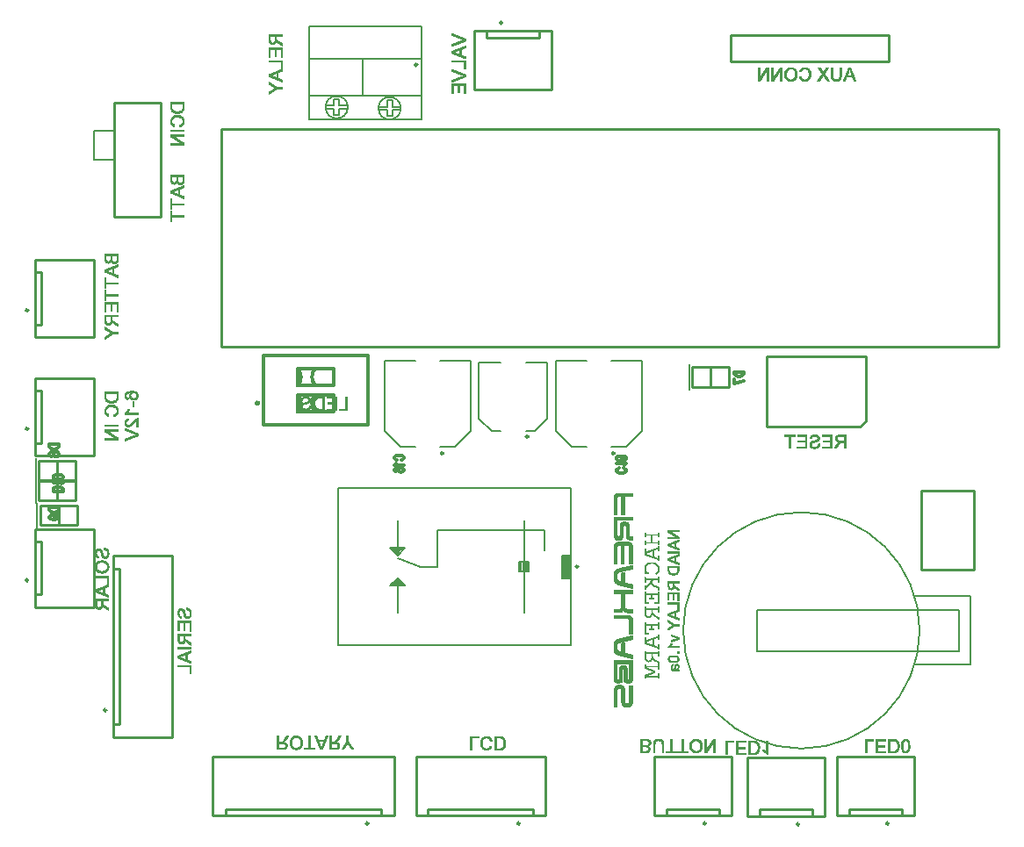
<source format=gbo>
*
%LPD*%
%LNNAIAD-RELAY-SB*%
%FSLAX25Y25*%
%MOIN*%
%AD*%
%AD*%
%ADD11C,0.007870079*%
%ADD27C,0.009840157*%
%ADD37C,0.008*%
%ADD38C,0.012*%
%ADD40C,0.01*%
%ADD100C,0.001*%
G54D100*
%SRX1Y1I0.0J0.0*%
G1X355348Y45600D2*
G1X355277Y46380D1*
G1X355136Y47015D1*
G1X354926Y47505D1*
G1X354652Y47848D1*
G1X354240Y48054D1*
G1X353757Y48123D1*
G1X353133Y47984D1*
G1X352650Y47639D1*
G1X352444Y47296D1*
G1X352303Y46803D1*
G1X352162Y46239D1*
G1X352162Y45604D1*
G1X352233Y44752D1*
G1X352374Y44117D1*
G1X352584Y43628D1*
G1X352859Y43285D1*
G1X353270Y43079D1*
G1X353754Y43010D1*
G1X354448Y43149D1*
G1X354719Y43352D1*
G1X354925Y43626D1*
G1X355208Y44403D1*
G1X355348Y44895D1*
G1X355348Y45600D1*
G1X354805Y46173D2*
G1X354805Y45031D1*
G1X354805Y45024D1*
G1X354733Y44524D1*
G1X354733Y44521D1*
G1X354661Y44164D1*
G1X354654Y44146D1*
G1X354511Y43931D1*
G1X354508Y43928D1*
G1X354223Y43571D1*
G1X354192Y43553D1*
G1X353763Y43481D1*
G1X353745Y43482D1*
G1X353388Y43553D1*
G1X353367Y43563D1*
G1X353010Y43849D1*
G1X352996Y43865D1*
G1X352853Y44151D1*
G1X352849Y44164D1*
G1X352778Y44521D1*
G1X352777Y44524D1*
G1X352706Y45024D1*
G1X352705Y45031D1*
G1X352705Y46173D1*
G1X352706Y46182D1*
G1X352777Y46610D1*
G1X352778Y46612D1*
G1X352849Y46969D1*
G1X352853Y46982D1*
G1X352996Y47267D1*
G1X353010Y47284D1*
G1X353367Y47570D1*
G1X353388Y47580D1*
G1X353745Y47651D1*
G1X353765Y47651D1*
G1X354122Y47580D1*
G1X354144Y47570D1*
G1X354501Y47284D1*
G1X354514Y47267D1*
G1X354657Y46982D1*
G1X354661Y46969D1*
G1X354733Y46612D1*
G1X354733Y46610D1*
G1X354804Y46182D1*
G1X354805Y46173D1*
G1X351348Y46024D2*
G1X351207Y46516D1*
G1X351067Y46938D1*
G1X350858Y47285D1*
G1X350441Y47703D1*
G1X349814Y47982D1*
G1X349039Y48052D1*
G1X347234Y48052D1*
G1X347234Y43009D1*
G1X349464Y43009D1*
G1X349814Y43079D1*
G1X350234Y43219D1*
G1X350579Y43426D1*
G1X350926Y43843D1*
G1X351136Y44332D1*
G1X351277Y44897D1*
G1X351348Y45533D1*
G1X351348Y46024D1*
G1X350734Y46031D2*
G1X350734Y45531D1*
G1X350734Y45526D1*
G1X350662Y44740D1*
G1X350658Y44725D1*
G1X350444Y44225D1*
G1X350437Y44214D1*
G1X350151Y43856D1*
G1X350142Y43848D1*
G1X349857Y43633D1*
G1X349845Y43627D1*
G1X349488Y43484D1*
G1X349469Y43481D1*
G1X347898Y43481D1*
G1X347848Y43531D1*
G1X347848Y47531D1*
G1X347898Y47581D1*
G1X349398Y47581D1*
G1X349408Y47580D1*
G1X349765Y47508D1*
G1X349783Y47501D1*
G1X350211Y47215D1*
G1X350224Y47203D1*
G1X350438Y46918D1*
G1X350444Y46906D1*
G1X350587Y46549D1*
G1X350589Y46544D1*
G1X350732Y46044D1*
G1X350734Y46031D1*
G1X346205Y48052D2*
G1X342448Y48052D1*
G1X342448Y43009D1*
G1X346062Y43009D1*
G1X346062Y43481D1*
G1X343112Y43481D1*
G1X343062Y43531D1*
G1X343062Y45173D1*
G1X343112Y45223D1*
G1X345848Y45223D1*
G1X345848Y45695D1*
G1X343112Y45695D1*
G1X343062Y45745D1*
G1X343062Y47531D1*
G1X343112Y47581D1*
G1X346205Y47581D1*
G1X346205Y48052D1*
G1X341562Y48052D2*
G1X338448Y48052D1*
G1X338448Y43009D1*
G1X339062Y43009D1*
G1X339062Y47531D1*
G1X339112Y47581D1*
G1X341562Y47581D1*
G1X341562Y48052D1*
G1X331005Y163695D2*
G1X328844Y163695D1*
G1X328206Y163624D1*
G1X327859Y163555D1*
G1X327518Y163350D1*
G1X327313Y163077D1*
G1X327175Y162731D1*
G1X327106Y162316D1*
G1X327174Y161837D1*
G1X327448Y161494D1*
G1X327864Y161148D1*
G1X328424Y161008D1*
G1X328444Y160920D1*
G1X328089Y160636D1*
G1X327807Y160354D1*
G1X327525Y160002D1*
G1X326715Y158652D1*
G1X327455Y158652D1*
G1X328084Y159699D1*
G1X328085Y159701D1*
G1X328371Y160130D1*
G1X328372Y160132D1*
G1X328586Y160417D1*
G1X328728Y160630D1*
G1X328734Y160637D1*
G1X328877Y160780D1*
G1X328890Y160790D1*
G1X329176Y160932D1*
G1X329198Y160938D1*
G1X330341Y160938D1*
G1X330391Y160888D1*
G1X330391Y158652D1*
G1X331005Y158652D1*
G1X331005Y163695D1*
G1X330391Y163173D2*
G1X330391Y161459D1*
G1X330341Y161409D1*
G1X328555Y161409D1*
G1X328543Y161411D1*
G1X328257Y161482D1*
G1X328234Y161495D1*
G1X327877Y161852D1*
G1X327865Y161872D1*
G1X327722Y162300D1*
G1X327720Y162326D1*
G1X327792Y162683D1*
G1X327796Y162696D1*
G1X327939Y162982D1*
G1X327965Y163006D1*
G1X328322Y163148D1*
G1X328333Y163151D1*
G1X328761Y163223D1*
G1X328769Y163223D1*
G1X330341Y163223D1*
G1X330391Y163173D1*
G1X334853Y298152D2*
G1X332821Y303195D1*
G1X332103Y303195D1*
G1X330072Y298152D1*
G1X330749Y298152D1*
G1X331308Y299691D1*
G1X331355Y299723D1*
G1X333569Y299723D1*
G1X333616Y299691D1*
G1X334176Y298152D1*
G1X334853Y298152D1*
G1X333355Y300195D2*
G1X331569Y300195D1*
G1X331523Y300262D1*
G1X332023Y301619D1*
G1X332236Y302189D1*
G1X332378Y302687D1*
G1X332473Y302691D1*
G1X332830Y301763D1*
G1X333402Y300263D1*
G1X333355Y300195D1*
G1X325862Y163695D2*
G1X322248Y163695D1*
G1X322248Y163223D1*
G1X325198Y163223D1*
G1X325248Y163173D1*
G1X325248Y161531D1*
G1X325198Y161481D1*
G1X322462Y161481D1*
G1X322462Y161009D1*
G1X325198Y161009D1*
G1X325248Y160959D1*
G1X325248Y159173D1*
G1X325198Y159123D1*
G1X322105Y159123D1*
G1X322105Y158652D1*
G1X325862Y158652D1*
G1X325862Y163695D1*
G1X329377Y303195D2*
G1X328762Y303195D1*
G1X328762Y299745D1*
G1X328760Y299729D1*
G1X328617Y299300D1*
G1X328614Y299294D1*
G1X328471Y299008D1*
G1X328462Y298995D1*
G1X328248Y298781D1*
G1X328231Y298770D1*
G1X327874Y298627D1*
G1X327855Y298623D1*
G1X327498Y298623D1*
G1X327492Y298624D1*
G1X326850Y298695D1*
G1X326827Y298703D1*
G1X326399Y298989D1*
G1X326385Y299003D1*
G1X326242Y299217D1*
G1X326235Y299233D1*
G1X326164Y299518D1*
G1X326163Y299521D1*
G1X326092Y299878D1*
G1X326091Y299888D1*
G1X326091Y303195D1*
G1X325477Y303195D1*
G1X325477Y300248D1*
G1X325548Y299608D1*
G1X325618Y299048D1*
G1X325892Y298636D1*
G1X326237Y298360D1*
G1X326795Y298151D1*
G1X327427Y298081D1*
G1X328060Y298151D1*
G1X328546Y298290D1*
G1X328959Y298635D1*
G1X329166Y298978D1*
G1X329306Y299539D1*
G1X329377Y300247D1*
G1X329377Y303195D1*
G1X321283Y160338D2*
G1X320668Y160338D1*
G1X320604Y160021D1*
G1X320602Y160012D1*
G1X320459Y159655D1*
G1X320448Y159638D1*
G1X320233Y159424D1*
G1X320228Y159419D1*
G1X319942Y159205D1*
G1X319931Y159198D1*
G1X319574Y159056D1*
G1X319555Y159052D1*
G1X319198Y159052D1*
G1X319187Y159053D1*
G1X318544Y159196D1*
G1X318533Y159200D1*
G1X318247Y159343D1*
G1X318234Y159352D1*
G1X318091Y159495D1*
G1X318082Y159508D1*
G1X317939Y159794D1*
G1X317934Y159816D1*
G1X317934Y160031D1*
G1X317937Y160049D1*
G1X318080Y160406D1*
G1X318085Y160415D1*
G1X318228Y160630D1*
G1X318247Y160647D1*
G1X318533Y160790D1*
G1X318543Y160793D1*
G1X319964Y161149D1*
G1X320667Y161570D1*
G1X320871Y161774D1*
G1X321007Y162047D1*
G1X321076Y162388D1*
G1X321007Y162731D1*
G1X320870Y163074D1*
G1X320596Y163348D1*
G1X320248Y163556D1*
G1X319829Y163696D1*
G1X319340Y163766D1*
G1X318781Y163696D1*
G1X318360Y163556D1*
G1X317942Y163347D1*
G1X317669Y163074D1*
G1X317532Y162731D1*
G1X317471Y162366D1*
G1X318084Y162366D1*
G1X318149Y162753D1*
G1X318163Y162780D1*
G1X318448Y163066D1*
G1X318465Y163077D1*
G1X318822Y163220D1*
G1X318833Y163223D1*
G1X319261Y163294D1*
G1X319276Y163294D1*
G1X319776Y163223D1*
G1X319788Y163220D1*
G1X320145Y163077D1*
G1X320167Y163061D1*
G1X320381Y162775D1*
G1X320389Y162757D1*
G1X320461Y162471D1*
G1X320461Y162447D1*
G1X320389Y162161D1*
G1X320376Y162138D1*
G1X320239Y162001D1*
G1X320171Y161865D1*
G1X320142Y161840D1*
G1X319928Y161769D1*
G1X319924Y161768D1*
G1X319642Y161697D1*
G1X319288Y161556D1*
G1X319280Y161553D1*
G1X318640Y161411D1*
G1X318217Y161270D1*
G1X317799Y161061D1*
G1X317526Y160788D1*
G1X317389Y160446D1*
G1X317320Y160031D1*
G1X317389Y159688D1*
G1X317527Y159342D1*
G1X317802Y158999D1*
G1X318217Y158791D1*
G1X318638Y158651D1*
G1X319127Y158581D1*
G1X319761Y158651D1*
G1X320320Y158791D1*
G1X320735Y159068D1*
G1X321012Y159414D1*
G1X321221Y159901D1*
G1X321283Y160338D1*
G1X324762Y298152D2*
G1X322956Y300860D1*
G1X322956Y300915D1*
G1X324476Y303195D1*
G1X323738Y303195D1*
G1X322828Y301935D1*
G1X322687Y301583D1*
G1X322686Y301580D1*
G1X322614Y301437D1*
G1X322529Y301430D1*
G1X322172Y301930D1*
G1X322171Y301931D1*
G1X321328Y303195D1*
G1X320591Y303195D1*
G1X322111Y300915D1*
G1X322111Y300860D1*
G1X320306Y298152D1*
G1X321043Y298152D1*
G1X322242Y299915D1*
G1X322455Y300271D1*
G1X322540Y300273D1*
G1X322680Y300062D1*
G1X322819Y299923D1*
G1X322825Y299916D1*
G1X324024Y298152D1*
G1X324762Y298152D1*
G1X316291Y163695D2*
G1X312677Y163695D1*
G1X312677Y163223D1*
G1X315627Y163223D1*
G1X315677Y163173D1*
G1X315677Y161531D1*
G1X315627Y161481D1*
G1X312891Y161481D1*
G1X312891Y161009D1*
G1X315627Y161009D1*
G1X315677Y160959D1*
G1X315677Y159173D1*
G1X315627Y159123D1*
G1X312534Y159123D1*
G1X312534Y158652D1*
G1X316291Y158652D1*
G1X316291Y163695D1*
G1X317733Y300674D2*
G1X317663Y301449D1*
G1X317453Y302079D1*
G1X317104Y302568D1*
G1X316615Y302987D1*
G1X316058Y303196D1*
G1X315427Y303266D1*
G1X314801Y303196D1*
G1X314244Y302848D1*
G1X313826Y302430D1*
G1X313569Y301853D1*
G1X314182Y301730D1*
G1X314381Y302193D1*
G1X314391Y302209D1*
G1X314677Y302494D1*
G1X314687Y302502D1*
G1X315044Y302716D1*
G1X315061Y302723D1*
G1X315490Y302794D1*
G1X315505Y302794D1*
G1X316005Y302723D1*
G1X316020Y302718D1*
G1X316449Y302504D1*
G1X316466Y302490D1*
G1X316751Y302133D1*
G1X316757Y302124D1*
G1X316971Y301696D1*
G1X316976Y301680D1*
G1X317047Y301181D1*
G1X317119Y300753D1*
G1X317119Y300745D1*
G1X317119Y300739D1*
G1X317048Y300096D1*
G1X317047Y300090D1*
G1X316904Y299518D1*
G1X316898Y299505D1*
G1X316684Y299148D1*
G1X316680Y299142D1*
G1X316394Y298785D1*
G1X316371Y298769D1*
G1X315942Y298626D1*
G1X315935Y298624D1*
G1X315506Y298553D1*
G1X315491Y298553D1*
G1X314991Y298624D1*
G1X314970Y298632D1*
G1X314542Y298918D1*
G1X314530Y298928D1*
G1X314245Y299285D1*
G1X314237Y299299D1*
G1X314038Y299830D1*
G1X313422Y299707D1*
G1X313685Y298985D1*
G1X314102Y298498D1*
G1X314728Y298151D1*
G1X315427Y298081D1*
G1X316127Y298151D1*
G1X316686Y298431D1*
G1X317173Y298778D1*
G1X317452Y299335D1*
G1X317663Y299970D1*
G1X317733Y300674D1*
G1X311934Y163695D2*
G1X307891Y163695D1*
G1X307891Y163223D1*
G1X309555Y163223D1*
G1X309605Y163173D1*
G1X309605Y158652D1*
G1X310219Y158652D1*
G1X310219Y163173D1*
G1X310269Y163223D1*
G1X311934Y163223D1*
G1X311934Y163695D1*
G1X312591Y300602D2*
G1X312449Y301730D1*
G1X312242Y302146D1*
G1X311891Y302566D1*
G1X311541Y302847D1*
G1X311192Y303056D1*
G1X310702Y303196D1*
G1X310211Y303266D1*
G1X309583Y303196D1*
G1X308954Y302916D1*
G1X308464Y302497D1*
G1X308114Y302008D1*
G1X307904Y301377D1*
G1X307834Y300673D1*
G1X307904Y299898D1*
G1X308114Y299270D1*
G1X308533Y298780D1*
G1X309024Y298360D1*
G1X309581Y298151D1*
G1X310212Y298081D1*
G1X310842Y298151D1*
G1X311471Y298430D1*
G1X311961Y298850D1*
G1X312310Y299339D1*
G1X312520Y299970D1*
G1X312591Y300602D1*
G1X311977Y301102D2*
G1X311977Y300602D1*
G1X311976Y300594D1*
G1X311833Y299737D1*
G1X311827Y299721D1*
G1X311470Y299078D1*
G1X311453Y299060D1*
G1X310882Y298702D1*
G1X310866Y298696D1*
G1X310223Y298553D1*
G1X310202Y298553D1*
G1X309488Y298696D1*
G1X309469Y298704D1*
G1X308969Y299061D1*
G1X308953Y299080D1*
G1X308596Y299794D1*
G1X308592Y299808D1*
G1X308449Y300665D1*
G1X308448Y300680D1*
G1X308520Y301251D1*
G1X308521Y301259D1*
G1X308664Y301759D1*
G1X308668Y301767D1*
G1X308882Y302196D1*
G1X308895Y302212D1*
G1X309252Y302498D1*
G1X309261Y302504D1*
G1X309690Y302718D1*
G1X309705Y302723D1*
G1X310205Y302794D1*
G1X310223Y302794D1*
G1X310866Y302651D1*
G1X310882Y302644D1*
G1X311453Y302287D1*
G1X311467Y302275D1*
G1X311681Y301989D1*
G1X311687Y301978D1*
G1X311830Y301621D1*
G1X311832Y301616D1*
G1X311975Y301116D1*
G1X311977Y301102D1*
G1X306805Y303195D2*
G1X306097Y303195D1*
G1X303611Y299361D1*
G1X303519Y299388D1*
G1X303519Y303195D1*
G1X302905Y303195D1*
G1X302905Y298152D1*
G1X303614Y298152D1*
G1X306099Y301986D1*
G1X306191Y301959D1*
G1X306191Y298152D1*
G1X306805Y298152D1*
G1X306805Y303195D1*
G1X301419Y47452D2*
G1X300877Y47452D1*
G1X300877Y43502D1*
G1X300797Y43462D1*
G1X300229Y43888D1*
G1X299591Y44207D1*
G1X299591Y43674D1*
G1X300066Y43403D1*
G1X300069Y43401D1*
G1X300497Y43115D1*
G1X300505Y43109D1*
G1X300862Y42752D1*
G1X300869Y42742D1*
G1X301069Y42409D1*
G1X301419Y42409D1*
G1X301419Y47452D1*
G1X301662Y303195D2*
G1X300954Y303195D1*
G1X298469Y299361D1*
G1X298377Y299388D1*
G1X298377Y303195D1*
G1X297762Y303195D1*
G1X297762Y298152D1*
G1X298471Y298152D1*
G1X300956Y301986D1*
G1X301048Y301959D1*
G1X301048Y298152D1*
G1X301662Y298152D1*
G1X301662Y303195D1*
G1X298348Y45424D2*
G1X298207Y45916D1*
G1X298067Y46338D1*
G1X297858Y46685D1*
G1X297441Y47103D1*
G1X296814Y47382D1*
G1X296039Y47452D1*
G1X294234Y47452D1*
G1X294234Y42409D1*
G1X296464Y42409D1*
G1X296814Y42479D1*
G1X297234Y42619D1*
G1X297579Y42826D1*
G1X297926Y43243D1*
G1X298136Y43732D1*
G1X298277Y44297D1*
G1X298348Y44933D1*
G1X298348Y45424D1*
G1X297734Y45431D2*
G1X297734Y44931D1*
G1X297734Y44926D1*
G1X297662Y44140D1*
G1X297658Y44125D1*
G1X297444Y43625D1*
G1X297437Y43614D1*
G1X297151Y43256D1*
G1X297142Y43248D1*
G1X296857Y43033D1*
G1X296845Y43027D1*
G1X296488Y42884D1*
G1X296469Y42881D1*
G1X294898Y42881D1*
G1X294848Y42931D1*
G1X294848Y46931D1*
G1X294898Y46981D1*
G1X296398Y46981D1*
G1X296408Y46980D1*
G1X296765Y46908D1*
G1X296783Y46901D1*
G1X297211Y46615D1*
G1X297224Y46603D1*
G1X297438Y46318D1*
G1X297444Y46306D1*
G1X297587Y45949D1*
G1X297589Y45944D1*
G1X297732Y45444D1*
G1X297734Y45431D1*
G1X293205Y47452D2*
G1X289448Y47452D1*
G1X289448Y42409D1*
G1X293062Y42409D1*
G1X293062Y42881D1*
G1X290112Y42881D1*
G1X290062Y42931D1*
G1X290062Y44573D1*
G1X290112Y44623D1*
G1X292848Y44623D1*
G1X292848Y45095D1*
G1X290112Y45095D1*
G1X290062Y45145D1*
G1X290062Y46931D1*
G1X290112Y46981D1*
G1X293205Y46981D1*
G1X293205Y47452D1*
G1X288562Y47452D2*
G1X285448Y47452D1*
G1X285448Y42409D1*
G1X286062Y42409D1*
G1X286062Y46931D1*
G1X286112Y46981D1*
G1X288562Y46981D1*
G1X288562Y47452D1*
G1X281505Y48152D2*
G1X280797Y48152D1*
G1X278311Y44318D1*
G1X278219Y44345D1*
G1X278219Y48152D1*
G1X277605Y48152D1*
G1X277605Y43109D1*
G1X278314Y43109D1*
G1X280799Y46943D1*
G1X280891Y46916D1*
G1X280891Y43109D1*
G1X281505Y43109D1*
G1X281505Y48152D1*
G1X276576Y45631D2*
G1X276506Y46406D1*
G1X276297Y47034D1*
G1X275877Y47524D1*
G1X275386Y47944D1*
G1X274829Y48153D1*
G1X274198Y48223D1*
G1X273568Y48153D1*
G1X272939Y47874D1*
G1X272449Y47454D1*
G1X272100Y46965D1*
G1X271890Y46334D1*
G1X271820Y45702D1*
G1X271961Y44574D1*
G1X272169Y44158D1*
G1X272519Y43738D1*
G1X272869Y43457D1*
G1X273218Y43248D1*
G1X273708Y43108D1*
G1X274199Y43038D1*
G1X274828Y43108D1*
G1X275457Y43388D1*
G1X275947Y43807D1*
G1X276296Y44296D1*
G1X276506Y44927D1*
G1X276576Y45631D1*
G1X275962Y45624D2*
G1X275890Y45053D1*
G1X275889Y45045D1*
G1X275746Y44545D1*
G1X275743Y44537D1*
G1X275528Y44108D1*
G1X275515Y44092D1*
G1X275158Y43806D1*
G1X275149Y43800D1*
G1X274720Y43586D1*
G1X274705Y43581D1*
G1X274205Y43510D1*
G1X274187Y43510D1*
G1X273544Y43653D1*
G1X273529Y43660D1*
G1X272957Y44017D1*
G1X272944Y44029D1*
G1X272729Y44315D1*
G1X272723Y44326D1*
G1X272580Y44683D1*
G1X272578Y44688D1*
G1X272436Y45188D1*
G1X272434Y45202D1*
G1X272434Y45702D1*
G1X272434Y45710D1*
G1X272577Y46567D1*
G1X272583Y46583D1*
G1X272940Y47226D1*
G1X272957Y47244D1*
G1X273529Y47602D1*
G1X273544Y47608D1*
G1X274187Y47751D1*
G1X274208Y47751D1*
G1X274922Y47608D1*
G1X274941Y47600D1*
G1X275441Y47243D1*
G1X275457Y47224D1*
G1X275814Y46510D1*
G1X275819Y46496D1*
G1X275962Y45639D1*
G1X275962Y45624D1*
G1X271219Y43581D2*
G1X269555Y43581D1*
G1X269505Y43631D1*
G1X269505Y48152D1*
G1X268891Y48152D1*
G1X268891Y43631D1*
G1X268841Y43581D1*
G1X267177Y43581D1*
G1X267177Y43109D1*
G1X271219Y43109D1*
G1X271219Y43581D1*
G1X266791Y43581D2*
G1X265127Y43581D1*
G1X265077Y43631D1*
G1X265077Y48152D1*
G1X264462Y48152D1*
G1X264462Y43631D1*
G1X264412Y43581D1*
G1X262748Y43581D1*
G1X262748Y43109D1*
G1X266791Y43109D1*
G1X266791Y43581D1*
G1X267734Y75771D2*
G1X267678Y76161D1*
G1X267514Y76489D1*
G1X267245Y76651D1*
G1X266917Y76705D1*
G1X266531Y76595D1*
G1X266257Y76376D1*
G1X266094Y76048D1*
G1X266094Y75886D1*
G1X266093Y75876D1*
G1X266035Y75588D1*
G1X265977Y75068D1*
G1X265975Y75058D1*
G1X265859Y74709D1*
G1X265811Y74675D1*
G1X265695Y74675D1*
G1X265683Y74677D1*
G1X265451Y74735D1*
G1X265447Y74736D1*
G1X265273Y74794D1*
G1X265244Y74819D1*
G1X265128Y75051D1*
G1X265124Y75065D1*
G1X265066Y75413D1*
G1X265065Y75422D1*
G1X265066Y75431D1*
G1X265124Y75722D1*
G1X265124Y75724D1*
G1X265183Y75956D1*
G1X265203Y75986D1*
G1X265377Y76102D1*
G1X265383Y76105D1*
G1X265584Y76205D1*
G1X265537Y76628D1*
G1X265310Y76537D1*
G1X265087Y76425D1*
G1X264925Y76264D1*
G1X264815Y75988D1*
G1X264701Y75301D1*
G1X264701Y74967D1*
G1X264813Y74686D1*
G1X264814Y74683D1*
G1X264868Y74520D1*
G1X265029Y74360D1*
G1X265359Y74195D1*
G1X267204Y74195D1*
G1X267227Y74190D1*
G1X267339Y74134D1*
G1X267677Y74037D1*
G1X267677Y74460D1*
G1X267301Y74621D1*
G1X267281Y74698D1*
G1X267510Y74984D1*
G1X267621Y75206D1*
G1X267734Y75771D1*
G1X267370Y75886D2*
G1X267370Y75364D1*
G1X267365Y75341D1*
G1X267249Y75109D1*
G1X267246Y75104D1*
G1X267130Y74930D1*
G1X267118Y74917D1*
G1X266886Y74743D1*
G1X266872Y74736D1*
G1X266698Y74678D1*
G1X266682Y74675D1*
G1X266276Y74675D1*
G1X266228Y74741D1*
G1X266343Y75085D1*
G1X266400Y75544D1*
G1X266401Y75550D1*
G1X266459Y75782D1*
G1X266460Y75786D1*
G1X266518Y75960D1*
G1X266521Y75966D1*
G1X266637Y76198D1*
G1X266670Y76225D1*
G1X266902Y76283D1*
G1X266930Y76282D1*
G1X267104Y76224D1*
G1X267124Y76211D1*
G1X267240Y76095D1*
G1X267246Y76088D1*
G1X267362Y75914D1*
G1X267370Y75886D1*
G1X267734Y78612D2*
G1X267622Y79115D1*
G1X267344Y79505D1*
G1X267068Y79670D1*
G1X266669Y79784D1*
G1X266211Y79898D1*
G1X265697Y79898D1*
G1X265006Y79841D1*
G1X264492Y79727D1*
G1X264096Y79557D1*
G1X263820Y79336D1*
G1X263654Y79005D1*
G1X263599Y78615D1*
G1X263711Y78054D1*
G1X263874Y77837D1*
G1X264094Y77671D1*
G1X264724Y77442D1*
G1X265122Y77329D1*
G1X265693Y77329D1*
G1X266326Y77386D1*
G1X266841Y77501D1*
G1X267236Y77670D1*
G1X267513Y77891D1*
G1X267678Y78222D1*
G1X267734Y78612D1*
G1X267369Y78604D2*
G1X267311Y78314D1*
G1X267301Y78292D1*
G1X267069Y78002D1*
G1X267052Y77989D1*
G1X266820Y77872D1*
G1X266808Y77868D1*
G1X266518Y77810D1*
G1X266516Y77810D1*
G1X266168Y77752D1*
G1X266160Y77751D1*
G1X265231Y77751D1*
G1X265224Y77752D1*
G1X264818Y77810D1*
G1X264815Y77810D1*
G1X264525Y77868D1*
G1X264507Y77876D1*
G1X264333Y77992D1*
G1X264329Y77994D1*
G1X264039Y78226D1*
G1X264021Y78257D1*
G1X263963Y78605D1*
G1X263962Y78614D1*
G1X263963Y78623D1*
G1X264021Y78914D1*
G1X264031Y78935D1*
G1X264263Y79225D1*
G1X264280Y79239D1*
G1X264512Y79355D1*
G1X264525Y79359D1*
G1X264815Y79417D1*
G1X264818Y79418D1*
G1X265224Y79476D1*
G1X265231Y79476D1*
G1X266160Y79476D1*
G1X266168Y79475D1*
G1X266516Y79417D1*
G1X266518Y79417D1*
G1X266808Y79359D1*
G1X266820Y79355D1*
G1X267052Y79239D1*
G1X267069Y79225D1*
G1X267301Y78935D1*
G1X267311Y78914D1*
G1X267369Y78623D1*
G1X267369Y78604D1*
G1X267677Y81291D2*
G1X267254Y81291D1*
G1X267254Y80869D1*
G1X267677Y80869D1*
G1X267677Y81291D1*
G1X267677Y83381D2*
G1X264477Y83381D1*
G1X264437Y83461D1*
G1X264782Y83921D1*
G1X265034Y84425D1*
G1X264622Y84425D1*
G1X264404Y84044D1*
G1X264402Y84041D1*
G1X264170Y83693D1*
G1X264164Y83685D1*
G1X263874Y83395D1*
G1X263864Y83388D1*
G1X263598Y83228D1*
G1X263598Y82958D1*
G1X267677Y82958D1*
G1X267677Y83381D1*
G1X267677Y86762D2*
G1X264759Y87828D1*
G1X264759Y87355D1*
G1X266523Y86786D1*
G1X266525Y86786D1*
G1X267163Y86553D1*
G1X267156Y86457D1*
G1X266870Y86400D1*
G1X266584Y86286D1*
G1X266581Y86285D1*
G1X264759Y85715D1*
G1X264759Y85242D1*
G1X267677Y86252D1*
G1X267677Y86762D1*
G1X267677Y91738D2*
G1X265985Y91738D1*
G1X265958Y91746D1*
G1X263598Y93319D1*
G1X263598Y92744D1*
G1X264852Y91946D1*
G1X264856Y91943D1*
G1X265436Y91479D1*
G1X265435Y91400D1*
G1X265203Y91225D1*
G1X265198Y91222D1*
G1X264792Y90990D1*
G1X263598Y90251D1*
G1X263598Y89676D1*
G1X265958Y91249D1*
G1X265985Y91257D1*
G1X267677Y91257D1*
G1X267677Y91738D1*
G1X267677Y97343D2*
G1X263598Y95700D1*
G1X263598Y95130D1*
G1X267677Y93487D1*
G1X267677Y94016D1*
G1X266433Y94468D1*
G1X266400Y94515D1*
G1X266400Y96314D1*
G1X266433Y96361D1*
G1X267677Y96814D1*
G1X267677Y97343D1*
G1X266035Y96140D2*
G1X266035Y94689D1*
G1X265968Y94643D1*
G1X264866Y95049D1*
G1X264403Y95222D1*
G1X263999Y95338D1*
G1X263994Y95433D1*
G1X264749Y95723D1*
G1X265968Y96187D1*
G1X266035Y96140D1*
G1X267677Y100037D2*
G1X263598Y100037D1*
G1X263598Y99556D1*
G1X267262Y99556D1*
G1X267312Y99506D1*
G1X267312Y97525D1*
G1X267677Y97525D1*
G1X267677Y100037D1*
G1X267677Y103925D2*
G1X263598Y103925D1*
G1X263598Y101007D1*
G1X263962Y101007D1*
G1X263962Y103395D1*
G1X264012Y103445D1*
G1X265347Y103445D1*
G1X265397Y103395D1*
G1X265397Y101181D1*
G1X265761Y101181D1*
G1X265761Y103395D1*
G1X265811Y103445D1*
G1X267262Y103445D1*
G1X267312Y103395D1*
G1X267312Y100891D1*
G1X267677Y100891D1*
G1X267677Y103925D1*
G1X267677Y108104D2*
G1X263598Y108104D1*
G1X263598Y106357D1*
G1X263655Y105840D1*
G1X263711Y105560D1*
G1X263876Y105286D1*
G1X264095Y105122D1*
G1X264374Y105010D1*
G1X264709Y104954D1*
G1X265094Y105009D1*
G1X265370Y105230D1*
G1X265650Y105565D1*
G1X265763Y106019D1*
G1X265850Y106038D1*
G1X266081Y105750D1*
G1X266309Y105521D1*
G1X266594Y105293D1*
G1X267677Y104644D1*
G1X267677Y105224D1*
G1X266830Y105731D1*
G1X266828Y105733D1*
G1X266480Y105965D1*
G1X266478Y105966D1*
G1X266247Y106140D1*
G1X266074Y106255D1*
G1X266066Y106261D1*
G1X265950Y106377D1*
G1X265941Y106390D1*
G1X265825Y106622D1*
G1X265819Y106645D1*
G1X265819Y107573D1*
G1X265869Y107623D1*
G1X267677Y107623D1*
G1X267677Y108104D1*
G1X265455Y107573D2*
G1X265455Y106123D1*
G1X265454Y106110D1*
G1X265396Y105878D1*
G1X265382Y105855D1*
G1X265092Y105565D1*
G1X265073Y105553D1*
G1X264725Y105437D1*
G1X264699Y105435D1*
G1X264409Y105493D1*
G1X264396Y105497D1*
G1X264164Y105614D1*
G1X264140Y105640D1*
G1X264024Y105930D1*
G1X264021Y105940D1*
G1X263963Y106288D1*
G1X263962Y106297D1*
G1X263962Y107573D1*
G1X264012Y107623D1*
G1X265405Y107623D1*
G1X265455Y107573D1*
G1X267677Y113907D2*
G1X263598Y113907D1*
G1X263598Y112105D1*
G1X263654Y111823D1*
G1X263768Y111483D1*
G1X263935Y111205D1*
G1X264271Y110925D1*
G1X264667Y110755D1*
G1X265124Y110641D1*
G1X265640Y110583D1*
G1X266037Y110583D1*
G1X266435Y110697D1*
G1X266777Y110811D1*
G1X267057Y110979D1*
G1X267394Y111317D1*
G1X267619Y111823D1*
G1X267677Y112451D1*
G1X267677Y113907D1*
G1X267312Y113377D2*
G1X267312Y112158D1*
G1X267311Y112148D1*
G1X267253Y111858D1*
G1X267246Y111840D1*
G1X267014Y111492D1*
G1X267002Y111480D1*
G1X266770Y111306D1*
G1X266759Y111299D1*
G1X266468Y111183D1*
G1X266464Y111182D1*
G1X266057Y111066D1*
G1X266044Y111064D1*
G1X265637Y111064D1*
G1X265633Y111064D1*
G1X264994Y111122D1*
G1X264979Y111126D1*
G1X264573Y111300D1*
G1X264561Y111307D1*
G1X264271Y111539D1*
G1X264262Y111548D1*
G1X264088Y111780D1*
G1X264082Y111791D1*
G1X263966Y112082D1*
G1X263962Y112100D1*
G1X263962Y113377D1*
G1X264012Y113427D1*
G1X267262Y113427D1*
G1X267312Y113377D1*
G1X267677Y118352D2*
G1X263598Y116709D1*
G1X263598Y116138D1*
G1X267677Y114496D1*
G1X267677Y115025D1*
G1X266433Y115477D1*
G1X266400Y115524D1*
G1X266400Y117323D1*
G1X266433Y117370D1*
G1X267677Y117823D1*
G1X267677Y118352D1*
G1X266035Y117149D2*
G1X266035Y115698D1*
G1X265968Y115652D1*
G1X264866Y116058D1*
G1X264403Y116231D1*
G1X263999Y116347D1*
G1X263994Y116442D1*
G1X264749Y116732D1*
G1X265968Y117196D1*
G1X266035Y117149D1*
G1X267677Y119363D2*
G1X263598Y119363D1*
G1X263598Y118882D1*
G1X267677Y118882D1*
G1X267677Y119363D1*
G1X267677Y123865D2*
G1X263598Y122223D1*
G1X263598Y121652D1*
G1X267677Y120009D1*
G1X267677Y120538D1*
G1X266433Y120991D1*
G1X266400Y121038D1*
G1X266400Y122837D1*
G1X266433Y122884D1*
G1X267677Y123336D1*
G1X267677Y123865D1*
G1X266035Y122663D2*
G1X266035Y121212D1*
G1X265968Y121165D1*
G1X264866Y121571D1*
G1X264403Y121745D1*
G1X263999Y121860D1*
G1X263994Y121955D1*
G1X264749Y122245D1*
G1X265968Y122709D1*
G1X266035Y122663D1*
G1X267677Y127488D2*
G1X263598Y127488D1*
G1X263598Y126926D1*
G1X266709Y124910D1*
G1X266682Y124818D1*
G1X263598Y124818D1*
G1X263598Y124338D1*
G1X267677Y124338D1*
G1X267677Y124899D1*
G1X264565Y126915D1*
G1X264593Y127007D1*
G1X267677Y127007D1*
G1X267677Y127488D1*
G1X261934Y46056D2*
G1X261863Y46696D1*
G1X261793Y47256D1*
G1X261518Y47668D1*
G1X261173Y47944D1*
G1X260615Y48153D1*
G1X259984Y48223D1*
G1X259351Y48153D1*
G1X258865Y48014D1*
G1X258451Y47669D1*
G1X258245Y47326D1*
G1X258105Y46765D1*
G1X258034Y46057D1*
G1X258034Y43109D1*
G1X258648Y43109D1*
G1X258648Y46559D1*
G1X258651Y46575D1*
G1X258793Y47004D1*
G1X258796Y47010D1*
G1X258939Y47296D1*
G1X258948Y47309D1*
G1X259163Y47523D1*
G1X259179Y47534D1*
G1X259537Y47677D1*
G1X259555Y47681D1*
G1X259912Y47681D1*
G1X259918Y47680D1*
G1X260561Y47609D1*
G1X260583Y47601D1*
G1X261011Y47315D1*
G1X261025Y47301D1*
G1X261168Y47087D1*
G1X261175Y47071D1*
G1X261247Y46786D1*
G1X261247Y46783D1*
G1X261318Y46426D1*
G1X261319Y46416D1*
G1X261319Y43109D1*
G1X261934Y43109D1*
G1X261934Y46056D1*
G1X260077Y76323D2*
G1X259950Y76387D1*
G1X259887Y76325D1*
G1X259803Y76156D1*
G1X259803Y75981D1*
G1X259753Y75931D1*
G1X255080Y75931D1*
G1X255030Y75981D1*
G1X255030Y76323D1*
G1X254903Y76387D1*
G1X254841Y76325D1*
G1X254756Y76156D1*
G1X254756Y75265D1*
G1X258091Y73783D1*
G1X258087Y73690D1*
G1X254756Y72487D1*
G1X254756Y71600D1*
G1X254841Y71431D1*
G1X254903Y71368D1*
G1X255030Y71432D1*
G1X255030Y71775D1*
G1X255080Y71825D1*
G1X259753Y71825D1*
G1X259803Y71775D1*
G1X259803Y71600D1*
G1X259887Y71431D1*
G1X259950Y71368D1*
G1X260077Y71432D1*
G1X260077Y72959D1*
G1X259950Y73022D1*
G1X259887Y72960D1*
G1X259803Y72791D1*
G1X259803Y72149D1*
G1X259753Y72099D1*
G1X255080Y72099D1*
G1X255030Y72149D1*
G1X255030Y72242D1*
G1X255062Y72289D1*
G1X258394Y73585D1*
G1X258394Y73985D1*
G1X255060Y75468D1*
G1X255030Y75513D1*
G1X255030Y75607D1*
G1X255080Y75657D1*
G1X259753Y75657D1*
G1X259803Y75607D1*
G1X259803Y74964D1*
G1X259887Y74795D1*
G1X259950Y74733D1*
G1X260077Y74796D1*
G1X260077Y76323D1*
G1X260077Y81557D2*
G1X259950Y81621D1*
G1X259887Y81558D1*
G1X259803Y81389D1*
G1X259803Y81027D1*
G1X259753Y80977D1*
G1X255080Y80977D1*
G1X255030Y81027D1*
G1X255030Y81557D1*
G1X254903Y81621D1*
G1X254841Y81558D1*
G1X254756Y81389D1*
G1X254756Y79162D1*
G1X254847Y78616D1*
G1X255211Y78071D1*
G1X255662Y77710D1*
G1X256199Y77620D1*
G1X256560Y77710D1*
G1X257008Y77890D1*
G1X257279Y78341D1*
G1X257558Y78900D1*
G1X257639Y78913D1*
G1X258289Y78262D1*
G1X258845Y77892D1*
G1X259778Y77332D1*
G1X259803Y77289D1*
G1X259803Y77029D1*
G1X259950Y76882D1*
G1X260077Y76946D1*
G1X260077Y77449D1*
G1X259539Y77807D1*
G1X259076Y78085D1*
G1X258613Y78271D1*
G1X258596Y78282D1*
G1X257942Y78936D1*
G1X257934Y78945D1*
G1X257654Y79413D1*
G1X257647Y79438D1*
G1X257647Y80653D1*
G1X257697Y80703D1*
G1X259753Y80703D1*
G1X259803Y80653D1*
G1X259803Y80011D1*
G1X259887Y79842D1*
G1X259950Y79780D1*
G1X260077Y79843D1*
G1X260077Y81557D1*
G1X257373Y80653D2*
G1X257373Y79158D1*
G1X257369Y79140D1*
G1X257182Y78672D1*
G1X257181Y78668D1*
G1X256994Y78295D1*
G1X256977Y78275D1*
G1X256700Y78091D1*
G1X256517Y77908D1*
G1X256482Y77893D1*
G1X256201Y77893D1*
G1X256189Y77895D1*
G1X255815Y77988D1*
G1X255798Y77997D1*
G1X255424Y78277D1*
G1X255411Y78291D1*
G1X255130Y78759D1*
G1X255124Y78774D1*
G1X255031Y79242D1*
G1X255030Y79252D1*
G1X255030Y80653D1*
G1X255080Y80703D1*
G1X257323Y80703D1*
G1X257373Y80653D1*
G1X260077Y87725D2*
G1X259950Y87789D1*
G1X259887Y87727D1*
G1X259803Y87557D1*
G1X259803Y87289D1*
G1X259770Y87242D1*
G1X255097Y85560D1*
G1X255030Y85607D1*
G1X255030Y86884D1*
G1X254903Y86948D1*
G1X254841Y86885D1*
G1X254756Y86716D1*
G1X254756Y84614D1*
G1X259769Y82850D1*
G1X259803Y82803D1*
G1X259803Y82628D1*
G1X259887Y82459D1*
G1X259950Y82396D1*
G1X260077Y82460D1*
G1X260077Y84080D1*
G1X259950Y84144D1*
G1X259887Y84082D1*
G1X259803Y83913D1*
G1X259803Y83177D1*
G1X259735Y83130D1*
G1X258240Y83691D1*
G1X258207Y83738D1*
G1X258207Y86354D1*
G1X258240Y86401D1*
G1X259735Y86962D1*
G1X259803Y86915D1*
G1X259803Y86273D1*
G1X259887Y86104D1*
G1X259950Y86041D1*
G1X260077Y86105D1*
G1X260077Y87725D1*
G1X257934Y86261D2*
G1X257934Y83831D1*
G1X257866Y83784D1*
G1X255063Y84812D1*
G1X255030Y84859D1*
G1X255030Y85233D1*
G1X255063Y85280D1*
G1X257866Y86308D1*
G1X257934Y86261D1*
G1X260077Y92398D2*
G1X259950Y92462D1*
G1X259887Y92399D1*
G1X259803Y92230D1*
G1X259803Y91868D1*
G1X259753Y91818D1*
G1X255080Y91818D1*
G1X255030Y91868D1*
G1X255030Y92398D1*
G1X254903Y92462D1*
G1X254841Y92399D1*
G1X254756Y92230D1*
G1X254756Y88180D1*
G1X256003Y88180D1*
G1X256172Y88265D1*
G1X256224Y88317D1*
G1X256172Y88369D1*
G1X256003Y88454D1*
G1X255080Y88454D1*
G1X255030Y88504D1*
G1X255030Y91495D1*
G1X255080Y91545D1*
G1X257136Y91545D1*
G1X257186Y91495D1*
G1X257186Y90186D1*
G1X257136Y90136D1*
G1X256774Y90136D1*
G1X256605Y90052D1*
G1X256552Y89999D1*
G1X256605Y89947D1*
G1X256774Y89862D1*
G1X257872Y89862D1*
G1X258041Y89947D1*
G1X258093Y89999D1*
G1X258041Y90052D1*
G1X257872Y90136D1*
G1X257510Y90136D1*
G1X257460Y90186D1*
G1X257460Y91495D1*
G1X257510Y91545D1*
G1X259753Y91545D1*
G1X259803Y91495D1*
G1X259803Y90198D1*
G1X259887Y90029D1*
G1X259950Y89967D1*
G1X260077Y90030D1*
G1X260077Y92398D1*
G1X260077Y98380D2*
G1X259950Y98443D1*
G1X259887Y98381D1*
G1X259803Y98212D1*
G1X259803Y97850D1*
G1X259753Y97800D1*
G1X255080Y97800D1*
G1X255030Y97850D1*
G1X255030Y98380D1*
G1X254903Y98443D1*
G1X254841Y98381D1*
G1X254756Y98212D1*
G1X254756Y95985D1*
G1X254847Y95439D1*
G1X255211Y94893D1*
G1X255662Y94532D1*
G1X256199Y94443D1*
G1X256560Y94533D1*
G1X257008Y94712D1*
G1X257279Y95163D1*
G1X257558Y95722D1*
G1X257639Y95735D1*
G1X258289Y95085D1*
G1X258845Y94714D1*
G1X259778Y94154D1*
G1X259803Y94111D1*
G1X259803Y93852D1*
G1X259950Y93705D1*
G1X260077Y93768D1*
G1X260077Y94272D1*
G1X259539Y94630D1*
G1X259076Y94908D1*
G1X258613Y95093D1*
G1X258596Y95104D1*
G1X257942Y95758D1*
G1X257934Y95768D1*
G1X257654Y96235D1*
G1X257647Y96261D1*
G1X257647Y97476D1*
G1X257697Y97526D1*
G1X259753Y97526D1*
G1X259803Y97476D1*
G1X259803Y96833D1*
G1X259887Y96664D1*
G1X259950Y96602D1*
G1X260077Y96666D1*
G1X260077Y98380D1*
G1X257373Y97476D2*
G1X257373Y95981D1*
G1X257369Y95962D1*
G1X257182Y95495D1*
G1X257181Y95491D1*
G1X256994Y95117D1*
G1X256977Y95098D1*
G1X256700Y94914D1*
G1X256517Y94730D1*
G1X256482Y94716D1*
G1X256201Y94716D1*
G1X256189Y94717D1*
G1X255815Y94811D1*
G1X255798Y94819D1*
G1X255424Y95099D1*
G1X255411Y95114D1*
G1X255130Y95581D1*
G1X255124Y95597D1*
G1X255031Y96064D1*
G1X255030Y96074D1*
G1X255030Y97476D1*
G1X255080Y97526D1*
G1X257323Y97526D1*
G1X257373Y97476D1*
G1X257005Y47050D2*
G1X256867Y47396D1*
G1X256731Y47668D1*
G1X256530Y47802D1*
G1X255967Y48083D1*
G1X255622Y48152D1*
G1X253248Y48152D1*
G1X253248Y43109D1*
G1X255123Y43109D1*
G1X255690Y43180D1*
G1X256037Y43249D1*
G1X256378Y43454D1*
G1X256583Y43727D1*
G1X256721Y44073D1*
G1X256790Y44415D1*
G1X256722Y44685D1*
G1X256584Y44961D1*
G1X256378Y45236D1*
G1X256029Y45445D1*
G1X256033Y45532D1*
G1X256454Y45743D1*
G1X256730Y46019D1*
G1X256936Y46363D1*
G1X257005Y46707D1*
G1X257005Y47050D1*
G1X256177Y44702D2*
G1X256177Y44488D1*
G1X256175Y44474D1*
G1X256032Y43974D1*
G1X256019Y43952D1*
G1X255733Y43667D1*
G1X255708Y43653D1*
G1X255351Y43582D1*
G1X255341Y43581D1*
G1X253912Y43581D1*
G1X253862Y43631D1*
G1X253862Y45273D1*
G1X253912Y45323D1*
G1X255341Y45323D1*
G1X255353Y45322D1*
G1X255639Y45251D1*
G1X255658Y45241D1*
G1X256015Y44955D1*
G1X256025Y44944D1*
G1X256168Y44730D1*
G1X256177Y44702D1*
G1X256391Y46773D2*
G1X256391Y46488D1*
G1X256382Y46460D1*
G1X256240Y46246D1*
G1X256230Y46235D1*
G1X255801Y45878D1*
G1X255782Y45868D1*
G1X255496Y45796D1*
G1X255484Y45795D1*
G1X253912Y45795D1*
G1X253862Y45845D1*
G1X253862Y47631D1*
G1X253912Y47681D1*
G1X255627Y47681D1*
G1X255645Y47677D1*
G1X256002Y47534D1*
G1X256019Y47523D1*
G1X256305Y47237D1*
G1X256319Y47210D1*
G1X256390Y46782D1*
G1X256391Y46773D1*
G1X260077Y103987D2*
G1X259950Y104051D1*
G1X259887Y103988D1*
G1X259803Y103819D1*
G1X259803Y103457D1*
G1X259753Y103407D1*
G1X255080Y103407D1*
G1X255030Y103457D1*
G1X255030Y103987D1*
G1X254903Y104051D1*
G1X254841Y103988D1*
G1X254756Y103819D1*
G1X254756Y99956D1*
G1X256003Y99956D1*
G1X256172Y100040D1*
G1X256224Y100093D1*
G1X256172Y100145D1*
G1X256003Y100230D1*
G1X255080Y100230D1*
G1X255030Y100280D1*
G1X255030Y103083D1*
G1X255080Y103133D1*
G1X257136Y103133D1*
G1X257186Y103083D1*
G1X257186Y101775D1*
G1X257136Y101725D1*
G1X256774Y101725D1*
G1X256605Y101640D1*
G1X256552Y101588D1*
G1X256605Y101536D1*
G1X256774Y101451D1*
G1X257872Y101451D1*
G1X258041Y101536D1*
G1X258093Y101588D1*
G1X258041Y101640D1*
G1X257872Y101725D1*
G1X257510Y101725D1*
G1X257460Y101775D1*
G1X257460Y103083D1*
G1X257510Y103133D1*
G1X259753Y103133D1*
G1X259803Y103083D1*
G1X259803Y100093D1*
G1X259753Y100043D1*
G1X258643Y100043D1*
G1X258474Y99958D1*
G1X258422Y99906D1*
G1X258474Y99853D1*
G1X258643Y99769D1*
G1X260077Y99769D1*
G1X260077Y103987D1*
G1X260077Y109594D2*
G1X259950Y109658D1*
G1X259887Y109596D1*
G1X259803Y109427D1*
G1X259803Y109065D1*
G1X259753Y109015D1*
G1X255080Y109015D1*
G1X255030Y109065D1*
G1X255030Y109594D1*
G1X254903Y109658D1*
G1X254841Y109596D1*
G1X254756Y109427D1*
G1X254756Y108048D1*
G1X254841Y107879D1*
G1X254903Y107817D1*
G1X255030Y107881D1*
G1X255030Y108691D1*
G1X255080Y108741D1*
G1X257510Y108741D1*
G1X257548Y108658D1*
G1X255118Y105854D1*
G1X255030Y105887D1*
G1X255030Y106417D1*
G1X254903Y106480D1*
G1X254841Y106418D1*
G1X254756Y106249D1*
G1X254756Y105245D1*
G1X254841Y105076D1*
G1X254903Y105013D1*
G1X255030Y105077D1*
G1X255030Y105326D1*
G1X255042Y105359D1*
G1X257005Y107602D1*
G1X257085Y107596D1*
G1X257547Y106856D1*
G1X257914Y106581D1*
G1X257915Y106580D1*
G1X258378Y106210D1*
G1X258557Y106120D1*
G1X258834Y106028D1*
G1X258837Y106027D1*
G1X259771Y105653D1*
G1X259803Y105607D1*
G1X259803Y105151D1*
G1X259887Y104982D1*
G1X259950Y104920D1*
G1X260077Y104983D1*
G1X260077Y105763D1*
G1X258798Y106402D1*
G1X258332Y106588D1*
G1X258321Y106595D1*
G1X257947Y106875D1*
G1X257938Y106884D1*
G1X257564Y107351D1*
G1X257558Y107360D1*
G1X257278Y107921D1*
G1X257285Y107976D1*
G1X257939Y108724D1*
G1X257977Y108741D1*
G1X259753Y108741D1*
G1X259803Y108691D1*
G1X259803Y108048D1*
G1X259887Y107879D1*
G1X259950Y107817D1*
G1X260077Y107881D1*
G1X260077Y109594D1*
G1X260170Y112798D2*
G1X259986Y113719D1*
G1X259710Y114178D1*
G1X259529Y114450D1*
G1X258789Y115005D1*
G1X258520Y115185D1*
G1X257787Y115276D1*
G1X257046Y115276D1*
G1X256400Y115184D1*
G1X255852Y115001D1*
G1X255394Y114635D1*
G1X254937Y114178D1*
G1X254755Y113632D1*
G1X254663Y113084D1*
G1X254847Y112167D1*
G1X255309Y111428D1*
G1X255267Y111351D1*
G1X254998Y111351D1*
G1X254829Y111267D1*
G1X254777Y111214D1*
G1X254829Y111162D1*
G1X254998Y111077D1*
G1X256003Y111077D1*
G1X256172Y111162D1*
G1X256245Y111235D1*
G1X256245Y111277D1*
G1X256090Y111354D1*
G1X255722Y111446D1*
G1X255704Y111455D1*
G1X255330Y111735D1*
G1X255314Y111755D1*
G1X255034Y112409D1*
G1X255031Y112421D1*
G1X254937Y112982D1*
G1X254936Y112990D1*
G1X254937Y113000D1*
G1X255031Y113467D1*
G1X255031Y113469D1*
G1X255125Y113843D1*
G1X255134Y113862D1*
G1X255508Y114329D1*
G1X255519Y114340D1*
G1X256361Y114901D1*
G1X256381Y114909D1*
G1X257035Y115002D1*
G1X257042Y115002D1*
G1X257697Y115002D1*
G1X257708Y115001D1*
G1X258549Y114814D1*
G1X258567Y114806D1*
G1X259221Y114339D1*
G1X259233Y114327D1*
G1X259700Y113673D1*
G1X259708Y113656D1*
G1X259895Y112909D1*
G1X259896Y112896D1*
G1X259896Y112429D1*
G1X259893Y112411D1*
G1X259706Y111943D1*
G1X259699Y111932D1*
G1X259419Y111558D1*
G1X259414Y111553D1*
G1X259046Y111185D1*
G1X258972Y111037D1*
G1X259119Y110890D1*
G1X259171Y110890D1*
G1X259713Y111432D1*
G1X259988Y111891D1*
G1X260170Y112345D1*
G1X260170Y112798D1*
G1X260077Y121370D2*
G1X259950Y121434D1*
G1X259887Y121371D1*
G1X259803Y121202D1*
G1X259803Y120934D1*
G1X259770Y120887D1*
G1X255097Y119204D1*
G1X255030Y119252D1*
G1X255030Y120529D1*
G1X254903Y120593D1*
G1X254841Y120530D1*
G1X254756Y120361D1*
G1X254756Y118259D1*
G1X259769Y116495D1*
G1X259803Y116448D1*
G1X259803Y116273D1*
G1X259887Y116104D1*
G1X259950Y116041D1*
G1X260077Y116105D1*
G1X260077Y117725D1*
G1X259950Y117789D1*
G1X259887Y117727D1*
G1X259803Y117557D1*
G1X259803Y116822D1*
G1X259735Y116775D1*
G1X258240Y117336D1*
G1X258207Y117382D1*
G1X258207Y119999D1*
G1X258240Y120046D1*
G1X259735Y120607D1*
G1X259803Y120560D1*
G1X259803Y119918D1*
G1X259887Y119748D1*
G1X259950Y119686D1*
G1X260077Y119750D1*
G1X260077Y121370D1*
G1X257934Y119906D2*
G1X257934Y117476D1*
G1X257866Y117429D1*
G1X255063Y118457D1*
G1X255030Y118504D1*
G1X255030Y118878D1*
G1X255063Y118925D1*
G1X257866Y119953D1*
G1X257934Y119906D1*
G1X260077Y126510D2*
G1X259950Y126574D1*
G1X259887Y126512D1*
G1X259803Y126343D1*
G1X259803Y125981D1*
G1X259753Y125931D1*
G1X255080Y125931D1*
G1X255030Y125981D1*
G1X255030Y126323D1*
G1X254903Y126387D1*
G1X254841Y126325D1*
G1X254756Y126156D1*
G1X254756Y125245D1*
G1X254841Y125076D1*
G1X254903Y125013D1*
G1X255030Y125077D1*
G1X255030Y125607D1*
G1X255080Y125657D1*
G1X257136Y125657D1*
G1X257186Y125607D1*
G1X257186Y122990D1*
G1X257136Y122940D1*
G1X255080Y122940D1*
G1X255030Y122990D1*
G1X255030Y123520D1*
G1X254903Y123583D1*
G1X254841Y123521D1*
G1X254756Y123352D1*
G1X254756Y122441D1*
G1X254841Y122272D1*
G1X254903Y122210D1*
G1X255030Y122273D1*
G1X255030Y122616D1*
G1X255080Y122666D1*
G1X259753Y122666D1*
G1X259803Y122616D1*
G1X259803Y122254D1*
G1X259887Y122085D1*
G1X259950Y122023D1*
G1X260077Y122086D1*
G1X260077Y123520D1*
G1X259950Y123583D1*
G1X259887Y123521D1*
G1X259803Y123352D1*
G1X259803Y122990D1*
G1X259753Y122940D1*
G1X257510Y122940D1*
G1X257460Y122990D1*
G1X257460Y125607D1*
G1X257510Y125657D1*
G1X259753Y125657D1*
G1X259803Y125607D1*
G1X259803Y125245D1*
G1X259887Y125076D1*
G1X259950Y125013D1*
G1X260077Y125077D1*
G1X260077Y126510D1*
G1X250077Y68552D2*
G1X248877Y68552D1*
G1X248877Y62202D1*
G1X248862Y62167D1*
G1X248462Y61767D1*
G1X248449Y61757D1*
G1X248249Y61657D1*
G1X248227Y61652D1*
G1X247827Y61652D1*
G1X247808Y61656D1*
G1X247308Y61856D1*
G1X247277Y61894D1*
G1X247177Y62494D1*
G1X247177Y62502D1*
G1X247177Y66597D1*
G1X246979Y67582D1*
G1X246591Y68166D1*
G1X246008Y68554D1*
G1X245323Y68652D1*
G1X244930Y68652D1*
G1X244245Y68554D1*
G1X243664Y68167D1*
G1X243274Y67484D1*
G1X243077Y66597D1*
G1X243077Y60552D1*
G1X244277Y60552D1*
G1X244277Y66902D1*
G1X244291Y66937D1*
G1X244691Y67337D1*
G1X244704Y67347D1*
G1X244904Y67447D1*
G1X244927Y67452D1*
G1X245327Y67452D1*
G1X245349Y67447D1*
G1X245749Y67247D1*
G1X245774Y67218D1*
G1X245974Y66618D1*
G1X245977Y66602D1*
G1X245977Y62507D1*
G1X246174Y61620D1*
G1X246564Y60937D1*
G1X247145Y60550D1*
G1X247830Y60452D1*
G1X248223Y60452D1*
G1X249009Y60550D1*
G1X249589Y60937D1*
G1X249978Y61618D1*
G1X250077Y62505D1*
G1X250077Y68552D1*
G1X250077Y78052D2*
G1X243077Y78052D1*
G1X243077Y71106D1*
G1X243175Y70419D1*
G1X243464Y69936D1*
G1X243847Y69649D1*
G1X244431Y69552D1*
G1X244922Y69552D1*
G1X245509Y69650D1*
G1X245986Y69936D1*
G1X246178Y70415D1*
G1X246277Y71106D1*
G1X246277Y74602D1*
G1X246282Y74624D1*
G1X246382Y74824D1*
G1X246427Y74852D1*
G1X246827Y74852D1*
G1X246877Y74802D1*
G1X246877Y71106D1*
G1X246975Y70415D1*
G1X247167Y69936D1*
G1X247644Y69650D1*
G1X248231Y69552D1*
G1X248722Y69552D1*
G1X249306Y69649D1*
G1X249689Y69936D1*
G1X249978Y70419D1*
G1X250077Y71106D1*
G1X250077Y78052D1*
G1X248877Y76802D2*
G1X248877Y70902D1*
G1X248849Y70857D1*
G1X248649Y70757D1*
G1X248627Y70752D1*
G1X248427Y70752D1*
G1X248411Y70755D1*
G1X248111Y70855D1*
G1X248077Y70902D1*
G1X248077Y74598D1*
G1X247978Y75289D1*
G1X247786Y75768D1*
G1X247309Y76054D1*
G1X246722Y76152D1*
G1X246431Y76152D1*
G1X245847Y76055D1*
G1X245464Y75768D1*
G1X245175Y75285D1*
G1X245077Y74598D1*
G1X245077Y70902D1*
G1X245049Y70857D1*
G1X244849Y70757D1*
G1X244827Y70752D1*
G1X244527Y70752D1*
G1X244504Y70757D1*
G1X244304Y70857D1*
G1X244277Y70902D1*
G1X244277Y76802D1*
G1X244327Y76852D1*
G1X248827Y76852D1*
G1X248877Y76802D1*
G1X250077Y87538D2*
G1X244941Y86254D1*
G1X244150Y85957D1*
G1X243563Y85566D1*
G1X243174Y84984D1*
G1X243077Y84298D1*
G1X243077Y82206D1*
G1X243174Y81520D1*
G1X243564Y80936D1*
G1X244152Y80446D1*
G1X244941Y80150D1*
G1X250077Y78866D1*
G1X250077Y80163D1*
G1X247215Y80853D1*
G1X247177Y80902D1*
G1X247177Y84839D1*
G1X245977Y84562D1*
G1X245977Y81302D1*
G1X245912Y81254D1*
G1X244912Y81554D1*
G1X244908Y81556D1*
G1X244408Y81756D1*
G1X244378Y81792D1*
G1X244278Y82292D1*
G1X244277Y82302D1*
G1X244277Y84202D1*
G1X244278Y84214D1*
G1X244378Y84614D1*
G1X244401Y84645D1*
G1X244901Y84945D1*
G1X244914Y84951D1*
G1X250077Y86241D1*
G1X250077Y87538D1*
G1X250077Y93299D2*
G1X249978Y94184D1*
G1X249591Y94766D1*
G1X249009Y95154D1*
G1X248223Y95252D1*
G1X243077Y95252D1*
G1X243077Y94052D1*
G1X248227Y94052D1*
G1X248245Y94048D1*
G1X248745Y93848D1*
G1X248776Y93812D1*
G1X248876Y93312D1*
G1X248877Y93302D1*
G1X248877Y88052D1*
G1X250077Y88052D1*
G1X250077Y93299D1*
G1X250077Y104752D2*
G1X243077Y104752D1*
G1X243077Y103552D1*
G1X245927Y103552D1*
G1X245977Y103502D1*
G1X245977Y98102D1*
G1X245962Y98067D1*
G1X245662Y97767D1*
G1X245649Y97757D1*
G1X245249Y97557D1*
G1X245227Y97552D1*
G1X243077Y97552D1*
G1X243077Y96352D1*
G1X245417Y96352D1*
G1X245902Y96546D1*
G1X246287Y96835D1*
G1X246482Y97224D1*
G1X246567Y97232D1*
G1X246864Y96835D1*
G1X247251Y96448D1*
G1X247736Y96351D1*
G1X248331Y96252D1*
G1X250077Y96252D1*
G1X250077Y97452D1*
G1X248527Y97452D1*
G1X248518Y97453D1*
G1X247918Y97553D1*
G1X247904Y97557D1*
G1X247504Y97757D1*
G1X247485Y97774D1*
G1X247285Y98074D1*
G1X247277Y98094D1*
G1X247177Y98694D1*
G1X247177Y98702D1*
G1X247177Y103502D1*
G1X247227Y103552D1*
G1X250077Y103552D1*
G1X250077Y104752D1*
G1X250077Y114238D2*
G1X244941Y112954D1*
G1X244150Y112657D1*
G1X243563Y112266D1*
G1X243174Y111684D1*
G1X243077Y110998D1*
G1X243077Y108906D1*
G1X243174Y108220D1*
G1X243564Y107636D1*
G1X244152Y107146D1*
G1X244941Y106850D1*
G1X250077Y105566D1*
G1X250077Y106863D1*
G1X247215Y107553D1*
G1X247177Y107602D1*
G1X247177Y111539D1*
G1X245977Y111262D1*
G1X245977Y108002D1*
G1X245912Y107954D1*
G1X244912Y108254D1*
G1X244908Y108256D1*
G1X244408Y108456D1*
G1X244378Y108492D1*
G1X244278Y108992D1*
G1X244277Y109002D1*
G1X244277Y110902D1*
G1X244278Y110914D1*
G1X244378Y111314D1*
G1X244401Y111345D1*
G1X244901Y111645D1*
G1X244914Y111651D1*
G1X250077Y112941D1*
G1X250077Y114238D1*
G1X250077Y121199D2*
G1X249978Y121987D1*
G1X249689Y122565D1*
G1X249109Y122855D1*
G1X248320Y123052D1*
G1X244833Y123052D1*
G1X244046Y122855D1*
G1X243562Y122565D1*
G1X243175Y121984D1*
G1X243077Y121199D1*
G1X243077Y114852D1*
G1X244277Y114852D1*
G1X244277Y121202D1*
G1X244278Y121214D1*
G1X244378Y121614D1*
G1X244414Y121651D1*
G1X244814Y121751D1*
G1X244827Y121752D1*
G1X245727Y121752D1*
G1X245777Y121702D1*
G1X245777Y114852D1*
G1X246977Y114852D1*
G1X246977Y121702D1*
G1X247027Y121752D1*
G1X248627Y121752D1*
G1X248662Y121737D1*
G1X248862Y121537D1*
G1X248877Y121502D1*
G1X248877Y114852D1*
G1X250077Y114852D1*
G1X250077Y121199D1*
G1X250077Y132552D2*
G1X243077Y132552D1*
G1X243077Y125705D1*
G1X243175Y124818D1*
G1X243465Y124335D1*
G1X243947Y123950D1*
G1X244630Y123852D1*
G1X244923Y123852D1*
G1X245706Y123950D1*
G1X246188Y124335D1*
G1X246478Y124818D1*
G1X246577Y125705D1*
G1X246577Y128802D1*
G1X246578Y128814D1*
G1X246678Y129214D1*
G1X246714Y129251D1*
G1X247114Y129351D1*
G1X247139Y129351D1*
G1X247539Y129251D1*
G1X247575Y129214D1*
G1X247675Y128814D1*
G1X247677Y128802D1*
G1X247677Y125208D1*
G1X247774Y124819D1*
G1X248063Y124241D1*
G1X248540Y124051D1*
G1X249230Y123952D1*
G1X250077Y123952D1*
G1X250077Y125152D1*
G1X249427Y125152D1*
G1X249414Y125153D1*
G1X249014Y125253D1*
G1X248978Y125290D1*
G1X248878Y125690D1*
G1X248877Y125702D1*
G1X248877Y128999D1*
G1X248778Y129785D1*
G1X248491Y130264D1*
G1X247911Y130554D1*
G1X247223Y130652D1*
G1X246930Y130652D1*
G1X246244Y130554D1*
G1X245763Y130266D1*
G1X245475Y129785D1*
G1X245377Y128999D1*
G1X245377Y125702D1*
G1X245375Y125690D1*
G1X245275Y125290D1*
G1X245239Y125253D1*
G1X244839Y125153D1*
G1X244814Y125153D1*
G1X244414Y125253D1*
G1X244378Y125290D1*
G1X244278Y125690D1*
G1X244277Y125702D1*
G1X244277Y131302D1*
G1X244327Y131352D1*
G1X250077Y131352D1*
G1X250077Y132552D1*
G1X250077Y141552D2*
G1X244830Y141552D1*
G1X244145Y141454D1*
G1X243563Y141066D1*
G1X243175Y140484D1*
G1X243077Y139699D1*
G1X243077Y133452D1*
G1X244277Y133452D1*
G1X244277Y139702D1*
G1X244278Y139712D1*
G1X244378Y140212D1*
G1X244414Y140251D1*
G1X244814Y140351D1*
G1X244827Y140352D1*
G1X245927Y140352D1*
G1X245977Y140302D1*
G1X245977Y133452D1*
G1X247177Y133452D1*
G1X247177Y140302D1*
G1X247227Y140352D1*
G1X250077Y140352D1*
G1X250077Y141552D1*
G1X201905Y47124D2*
G1X201764Y47616D1*
G1X201624Y48038D1*
G1X201415Y48385D1*
G1X200998Y48803D1*
G1X200371Y49082D1*
G1X199596Y49152D1*
G1X197791Y49152D1*
G1X197791Y44109D1*
G1X200022Y44109D1*
G1X200371Y44179D1*
G1X200791Y44319D1*
G1X201136Y44526D1*
G1X201483Y44943D1*
G1X201693Y45432D1*
G1X201834Y45997D1*
G1X201905Y46633D1*
G1X201905Y47124D1*
G1X201291Y47131D2*
G1X201291Y46631D1*
G1X201291Y46626D1*
G1X201219Y45840D1*
G1X201215Y45825D1*
G1X201001Y45325D1*
G1X200994Y45314D1*
G1X200708Y44956D1*
G1X200699Y44948D1*
G1X200414Y44733D1*
G1X200402Y44727D1*
G1X200045Y44584D1*
G1X200027Y44581D1*
G1X198455Y44581D1*
G1X198405Y44631D1*
G1X198405Y48631D1*
G1X198455Y48681D1*
G1X199955Y48681D1*
G1X199965Y48680D1*
G1X200322Y48608D1*
G1X200340Y48601D1*
G1X200769Y48315D1*
G1X200781Y48303D1*
G1X200995Y48018D1*
G1X201002Y48006D1*
G1X201144Y47649D1*
G1X201146Y47644D1*
G1X201289Y47144D1*
G1X201291Y47131D1*
G1X196745Y47597D2*
G1X196483Y48319D1*
G1X196066Y48806D1*
G1X195440Y49153D1*
G1X194741Y49223D1*
G1X194041Y49153D1*
G1X193481Y48873D1*
G1X192994Y48526D1*
G1X192716Y47969D1*
G1X192504Y47334D1*
G1X192434Y46630D1*
G1X192504Y45855D1*
G1X192714Y45225D1*
G1X193064Y44736D1*
G1X193552Y44317D1*
G1X194110Y44108D1*
G1X194741Y44038D1*
G1X195367Y44108D1*
G1X195924Y44456D1*
G1X196342Y44874D1*
G1X196598Y45451D1*
G1X195985Y45574D1*
G1X195787Y45111D1*
G1X195776Y45095D1*
G1X195490Y44810D1*
G1X195481Y44802D1*
G1X195124Y44588D1*
G1X195106Y44581D1*
G1X194678Y44510D1*
G1X194662Y44510D1*
G1X194162Y44581D1*
G1X194147Y44586D1*
G1X193718Y44800D1*
G1X193702Y44814D1*
G1X193416Y45171D1*
G1X193410Y45180D1*
G1X193196Y45608D1*
G1X193191Y45624D1*
G1X193120Y46123D1*
G1X193049Y46551D1*
G1X193048Y46559D1*
G1X193048Y46565D1*
G1X193120Y47208D1*
G1X193121Y47214D1*
G1X193264Y47786D1*
G1X193269Y47799D1*
G1X193484Y48156D1*
G1X193488Y48162D1*
G1X193773Y48519D1*
G1X193796Y48535D1*
G1X194225Y48678D1*
G1X194233Y48680D1*
G1X194661Y48751D1*
G1X194676Y48751D1*
G1X195176Y48680D1*
G1X195197Y48672D1*
G1X195626Y48386D1*
G1X195637Y48376D1*
G1X195923Y48019D1*
G1X195931Y48005D1*
G1X196130Y47474D1*
G1X196745Y47597D1*
G1X191762Y49152D2*
G1X188648Y49152D1*
G1X188648Y44109D1*
G1X189262Y44109D1*
G1X189262Y48631D1*
G1X189312Y48681D1*
G1X191762Y48681D1*
G1X191762Y49152D1*
G1X186677Y297152D2*
G1X181634Y297152D1*
G1X181634Y293538D1*
G1X182105Y293538D1*
G1X182105Y296488D1*
G1X182155Y296538D1*
G1X183798Y296538D1*
G1X183848Y296488D1*
G1X183848Y293752D1*
G1X184319Y293752D1*
G1X184319Y296488D1*
G1X184369Y296538D1*
G1X186155Y296538D1*
G1X186205Y296488D1*
G1X186205Y293395D1*
G1X186677Y293395D1*
G1X186677Y297152D1*
G1X186677Y300525D2*
G1X181634Y302557D1*
G1X181634Y301879D1*
G1X185315Y300463D1*
G1X186171Y300178D1*
G1X186167Y300082D1*
G1X185313Y299869D1*
G1X181634Y298453D1*
G1X181634Y297775D1*
G1X186677Y299736D1*
G1X186677Y300525D1*
G1X186677Y305938D2*
G1X181634Y305938D1*
G1X181634Y305323D1*
G1X186155Y305323D1*
G1X186205Y305273D1*
G1X186205Y302823D1*
G1X186677Y302823D1*
G1X186677Y305938D1*
G1X186677Y311414D2*
G1X181634Y309383D1*
G1X181634Y308664D1*
G1X186677Y306633D1*
G1X186677Y307310D1*
G1X185138Y307869D1*
G1X185105Y307916D1*
G1X185105Y310131D1*
G1X185138Y310178D1*
G1X186677Y310737D1*
G1X186677Y311414D1*
G1X184634Y309916D2*
G1X184634Y308131D1*
G1X184566Y308084D1*
G1X183209Y308584D1*
G1X182639Y308797D1*
G1X182141Y308940D1*
G1X182137Y309034D1*
G1X183066Y309392D1*
G1X184566Y309963D1*
G1X184634Y309916D1*
G1X186677Y314097D2*
G1X181634Y316128D1*
G1X181634Y315451D1*
G1X185315Y314035D1*
G1X186171Y313749D1*
G1X186167Y313653D1*
G1X185313Y313440D1*
G1X181634Y312025D1*
G1X181634Y311347D1*
G1X186677Y313308D1*
G1X186677Y314097D1*
G1X144219Y44309D2*
G1X142271Y47231D1*
G1X142262Y47259D1*
G1X142262Y49352D1*
G1X141648Y49352D1*
G1X141648Y47259D1*
G1X141640Y47231D1*
G1X139691Y44309D1*
G1X140428Y44309D1*
G1X141413Y45857D1*
G1X141416Y45862D1*
G1X141988Y46576D1*
G1X142067Y46575D1*
G1X142281Y46289D1*
G1X142284Y46284D1*
G1X142570Y45785D1*
G1X143483Y44309D1*
G1X144219Y44309D1*
G1X139367Y49352D2*
G1X138626Y49352D1*
G1X137998Y48305D1*
G1X137997Y48303D1*
G1X137711Y47874D1*
G1X137709Y47872D1*
G1X137496Y47587D1*
G1X137354Y47374D1*
G1X137348Y47367D1*
G1X137205Y47224D1*
G1X137192Y47214D1*
G1X136906Y47072D1*
G1X136884Y47066D1*
G1X135741Y47066D1*
G1X135691Y47116D1*
G1X135691Y49352D1*
G1X135077Y49352D1*
G1X135077Y44309D1*
G1X137238Y44309D1*
G1X137876Y44380D1*
G1X138223Y44449D1*
G1X138564Y44654D1*
G1X138768Y44927D1*
G1X138907Y45273D1*
G1X138976Y45688D1*
G1X138908Y46167D1*
G1X138634Y46510D1*
G1X138218Y46856D1*
G1X137657Y46996D1*
G1X137638Y47084D1*
G1X137993Y47368D1*
G1X138275Y47650D1*
G1X138557Y48002D1*
G1X139367Y49352D1*
G1X138361Y45678D2*
G1X138290Y45321D1*
G1X138286Y45308D1*
G1X138143Y45022D1*
G1X138117Y44998D1*
G1X137759Y44856D1*
G1X137749Y44853D1*
G1X137321Y44781D1*
G1X137312Y44781D1*
G1X135741Y44781D1*
G1X135691Y44831D1*
G1X135691Y46545D1*
G1X135741Y46595D1*
G1X137527Y46595D1*
G1X137539Y46593D1*
G1X137824Y46522D1*
G1X137848Y46509D1*
G1X138205Y46152D1*
G1X138217Y46132D1*
G1X138360Y45704D1*
G1X138361Y45678D1*
G1X141805Y178195D2*
G1X141191Y178195D1*
G1X141191Y173673D1*
G1X141141Y173623D1*
G1X138691Y173623D1*
G1X138691Y173152D1*
G1X141805Y173152D1*
G1X141805Y178195D1*
G1X134381Y49352D2*
G1X133704Y49352D1*
G1X133145Y47813D1*
G1X133098Y47781D1*
G1X130884Y47781D1*
G1X130837Y47813D1*
G1X130277Y49352D1*
G1X129601Y49352D1*
G1X131632Y44309D1*
G1X132350Y44309D1*
G1X134381Y49352D1*
G1X132931Y47242D2*
G1X132431Y45885D1*
G1X132217Y45315D1*
G1X132075Y44817D1*
G1X131980Y44813D1*
G1X131623Y45741D1*
G1X131051Y47241D1*
G1X131098Y47309D1*
G1X132884Y47309D1*
G1X132931Y47242D1*
G1X137805Y178195D2*
G1X134191Y178195D1*
G1X134191Y177723D1*
G1X137141Y177723D1*
G1X137191Y177673D1*
G1X137191Y176031D1*
G1X137141Y175981D1*
G1X134405Y175981D1*
G1X134405Y175509D1*
G1X137141Y175509D1*
G1X137191Y175459D1*
G1X137191Y173673D1*
G1X137141Y173623D1*
G1X134048Y173623D1*
G1X134048Y173152D1*
G1X137805Y173152D1*
G1X137805Y178195D1*
G1X129477Y44781D2*
G1X127812Y44781D1*
G1X127762Y44831D1*
G1X127762Y49352D1*
G1X127148Y49352D1*
G1X127148Y44831D1*
G1X127098Y44781D1*
G1X125434Y44781D1*
G1X125434Y44309D1*
G1X129477Y44309D1*
G1X129477Y44781D1*
G1X133019Y178195D2*
G1X130789Y178195D1*
G1X130439Y178125D1*
G1X130019Y177985D1*
G1X129674Y177778D1*
G1X129327Y177361D1*
G1X129117Y176872D1*
G1X128976Y176307D1*
G1X128905Y175671D1*
G1X128905Y175180D1*
G1X129046Y174688D1*
G1X129187Y174266D1*
G1X129395Y173919D1*
G1X129812Y173501D1*
G1X130439Y173222D1*
G1X131215Y173152D1*
G1X133019Y173152D1*
G1X133019Y178195D1*
G1X132405Y177673D2*
G1X132405Y173673D1*
G1X132355Y173623D1*
G1X130855Y173623D1*
G1X130845Y173624D1*
G1X130488Y173696D1*
G1X130470Y173703D1*
G1X130042Y173989D1*
G1X130029Y174001D1*
G1X129815Y174286D1*
G1X129809Y174298D1*
G1X129666Y174655D1*
G1X129664Y174660D1*
G1X129521Y175160D1*
G1X129519Y175173D1*
G1X129519Y175673D1*
G1X129520Y175678D1*
G1X129591Y176464D1*
G1X129595Y176479D1*
G1X129809Y176979D1*
G1X129816Y176990D1*
G1X130102Y177348D1*
G1X130111Y177356D1*
G1X130397Y177571D1*
G1X130408Y177577D1*
G1X130765Y177720D1*
G1X130784Y177723D1*
G1X132355Y177723D1*
G1X132405Y177673D1*
G1X124833Y46831D2*
G1X124763Y47606D1*
G1X124554Y48234D1*
G1X124134Y48724D1*
G1X123644Y49144D1*
G1X123086Y49353D1*
G1X122455Y49423D1*
G1X121826Y49353D1*
G1X121196Y49074D1*
G1X120707Y48654D1*
G1X120357Y48165D1*
G1X120147Y47534D1*
G1X120077Y46902D1*
G1X120218Y45774D1*
G1X120426Y45358D1*
G1X120776Y44938D1*
G1X121127Y44657D1*
G1X121475Y44448D1*
G1X121966Y44308D1*
G1X122456Y44238D1*
G1X123085Y44308D1*
G1X123714Y44588D1*
G1X124204Y45007D1*
G1X124553Y45496D1*
G1X124763Y46127D1*
G1X124833Y46831D1*
G1X124219Y46824D2*
G1X124148Y46253D1*
G1X124146Y46245D1*
G1X124003Y45745D1*
G1X124000Y45737D1*
G1X123786Y45308D1*
G1X123772Y45292D1*
G1X123415Y45006D1*
G1X123406Y45000D1*
G1X122977Y44786D1*
G1X122962Y44781D1*
G1X122462Y44710D1*
G1X122444Y44710D1*
G1X121801Y44853D1*
G1X121786Y44860D1*
G1X121214Y45217D1*
G1X121201Y45229D1*
G1X120987Y45515D1*
G1X120980Y45526D1*
G1X120837Y45883D1*
G1X120836Y45888D1*
G1X120693Y46388D1*
G1X120691Y46402D1*
G1X120691Y46902D1*
G1X120692Y46910D1*
G1X120834Y47767D1*
G1X120840Y47783D1*
G1X121197Y48426D1*
G1X121214Y48444D1*
G1X121786Y48802D1*
G1X121801Y48808D1*
G1X122444Y48951D1*
G1X122465Y48951D1*
G1X123179Y48808D1*
G1X123198Y48800D1*
G1X123698Y48443D1*
G1X123714Y48424D1*
G1X124071Y47710D1*
G1X124076Y47696D1*
G1X124219Y46839D1*
G1X124219Y46824D1*
G1X128083Y174838D2*
G1X127468Y174838D1*
G1X127404Y174521D1*
G1X127402Y174512D1*
G1X127259Y174155D1*
G1X127248Y174138D1*
G1X127033Y173924D1*
G1X127028Y173919D1*
G1X126742Y173705D1*
G1X126731Y173698D1*
G1X126374Y173556D1*
G1X126355Y173552D1*
G1X125998Y173552D1*
G1X125987Y173553D1*
G1X125344Y173696D1*
G1X125333Y173700D1*
G1X125047Y173843D1*
G1X125034Y173852D1*
G1X124891Y173995D1*
G1X124882Y174008D1*
G1X124739Y174294D1*
G1X124734Y174316D1*
G1X124734Y174531D1*
G1X124737Y174549D1*
G1X124880Y174906D1*
G1X124885Y174915D1*
G1X125028Y175130D1*
G1X125047Y175147D1*
G1X125333Y175290D1*
G1X125343Y175293D1*
G1X126764Y175649D1*
G1X127467Y176070D1*
G1X127671Y176274D1*
G1X127807Y176547D1*
G1X127876Y176888D1*
G1X127807Y177231D1*
G1X127670Y177574D1*
G1X127396Y177848D1*
G1X127048Y178056D1*
G1X126629Y178196D1*
G1X126140Y178266D1*
G1X125581Y178196D1*
G1X125160Y178056D1*
G1X124742Y177847D1*
G1X124469Y177574D1*
G1X124332Y177231D1*
G1X124271Y176866D1*
G1X124884Y176866D1*
G1X124949Y177253D1*
G1X124963Y177280D1*
G1X125248Y177566D1*
G1X125265Y177577D1*
G1X125622Y177720D1*
G1X125633Y177723D1*
G1X126061Y177794D1*
G1X126076Y177794D1*
G1X126576Y177723D1*
G1X126588Y177720D1*
G1X126945Y177577D1*
G1X126967Y177561D1*
G1X127181Y177275D1*
G1X127189Y177257D1*
G1X127261Y176971D1*
G1X127261Y176947D1*
G1X127189Y176661D1*
G1X127176Y176638D1*
G1X127039Y176501D1*
G1X126971Y176365D1*
G1X126942Y176340D1*
G1X126728Y176269D1*
G1X126724Y176268D1*
G1X126442Y176197D1*
G1X126088Y176056D1*
G1X126080Y176053D1*
G1X125440Y175911D1*
G1X125017Y175770D1*
G1X124599Y175561D1*
G1X124326Y175288D1*
G1X124189Y174946D1*
G1X124120Y174531D1*
G1X124189Y174188D1*
G1X124327Y173842D1*
G1X124602Y173499D1*
G1X125017Y173291D1*
G1X125438Y173151D1*
G1X125927Y173081D1*
G1X126561Y173151D1*
G1X127120Y173291D1*
G1X127535Y173568D1*
G1X127812Y173914D1*
G1X128021Y174401D1*
G1X128083Y174838D1*
G1X119438Y49352D2*
G1X118698Y49352D1*
G1X118069Y48305D1*
G1X118068Y48303D1*
G1X117782Y47874D1*
G1X117781Y47872D1*
G1X117567Y47587D1*
G1X117425Y47374D1*
G1X117419Y47367D1*
G1X117276Y47224D1*
G1X117263Y47214D1*
G1X116977Y47072D1*
G1X116955Y47066D1*
G1X115812Y47066D1*
G1X115762Y47116D1*
G1X115762Y49352D1*
G1X115148Y49352D1*
G1X115148Y44309D1*
G1X117310Y44309D1*
G1X117947Y44380D1*
G1X118294Y44449D1*
G1X118635Y44654D1*
G1X118840Y44927D1*
G1X118978Y45273D1*
G1X119047Y45688D1*
G1X118979Y46167D1*
G1X118705Y46510D1*
G1X118289Y46856D1*
G1X117729Y46996D1*
G1X117710Y47084D1*
G1X118065Y47368D1*
G1X118346Y47650D1*
G1X118628Y48002D1*
G1X119438Y49352D1*
G1X118433Y45678D2*
G1X118361Y45321D1*
G1X118357Y45308D1*
G1X118214Y45022D1*
G1X118188Y44998D1*
G1X117831Y44856D1*
G1X117821Y44853D1*
G1X117392Y44781D1*
G1X117384Y44781D1*
G1X115812Y44781D1*
G1X115762Y44831D1*
G1X115762Y46545D1*
G1X115812Y46595D1*
G1X117598Y46595D1*
G1X117610Y46593D1*
G1X117896Y46522D1*
G1X117919Y46509D1*
G1X118276Y46152D1*
G1X118288Y46132D1*
G1X118431Y45704D1*
G1X118433Y45678D1*
G1X117177Y295738D2*
G1X115084Y295738D1*
G1X115056Y295746D1*
G1X112134Y297694D1*
G1X112134Y296958D1*
G1X113682Y295973D1*
G1X113686Y295970D1*
G1X114401Y295398D1*
G1X114399Y295319D1*
G1X114114Y295105D1*
G1X114109Y295101D1*
G1X113609Y294816D1*
G1X112134Y293903D1*
G1X112134Y293167D1*
G1X115056Y295115D1*
G1X115084Y295123D1*
G1X117177Y295123D1*
G1X117177Y295738D1*
G1X117177Y302642D2*
G1X112134Y300611D1*
G1X112134Y299893D1*
G1X117177Y297862D1*
G1X117177Y298538D1*
G1X115638Y299098D1*
G1X115605Y299145D1*
G1X115605Y301359D1*
G1X115638Y301406D1*
G1X117177Y301966D1*
G1X117177Y302642D1*
G1X115134Y301145D2*
G1X115134Y299359D1*
G1X115066Y299312D1*
G1X113709Y299812D1*
G1X113139Y300026D1*
G1X112641Y300168D1*
G1X112637Y300263D1*
G1X113566Y300620D1*
G1X115066Y301192D1*
G1X115134Y301145D1*
G1X117177Y305952D2*
G1X112134Y305952D1*
G1X112134Y305338D1*
G1X116655Y305338D1*
G1X116705Y305288D1*
G1X116705Y302838D1*
G1X117177Y302838D1*
G1X117177Y305952D1*
G1X117177Y310738D2*
G1X112134Y310738D1*
G1X112134Y307123D1*
G1X112605Y307123D1*
G1X112605Y310073D1*
G1X112655Y310123D1*
G1X114298Y310123D1*
G1X114348Y310073D1*
G1X114348Y307338D1*
G1X114819Y307338D1*
G1X114819Y310073D1*
G1X114869Y310123D1*
G1X116655Y310123D1*
G1X116705Y310073D1*
G1X116705Y306981D1*
G1X117177Y306981D1*
G1X117177Y310738D1*
G1X117177Y315881D2*
G1X112134Y315881D1*
G1X112134Y313719D1*
G1X112205Y313081D1*
G1X112274Y312735D1*
G1X112479Y312393D1*
G1X112751Y312189D1*
G1X113097Y312050D1*
G1X113513Y311981D1*
G1X113992Y312050D1*
G1X114334Y312324D1*
G1X114681Y312740D1*
G1X114821Y313300D1*
G1X114908Y313319D1*
G1X115192Y312964D1*
G1X115474Y312682D1*
G1X115827Y312400D1*
G1X117177Y311590D1*
G1X117177Y312331D1*
G1X116129Y312959D1*
G1X116127Y312960D1*
G1X115699Y313246D1*
G1X115697Y313248D1*
G1X115412Y313461D1*
G1X115199Y313603D1*
G1X115191Y313610D1*
G1X115048Y313752D1*
G1X115039Y313765D1*
G1X114896Y314051D1*
G1X114891Y314073D1*
G1X114891Y315216D1*
G1X114941Y315266D1*
G1X117177Y315266D1*
G1X117177Y315881D1*
G1X114419Y315216D2*
G1X114419Y313431D1*
G1X114418Y313418D1*
G1X114347Y313133D1*
G1X114333Y313110D1*
G1X113976Y312752D1*
G1X113957Y312740D1*
G1X113528Y312597D1*
G1X113502Y312596D1*
G1X113145Y312667D1*
G1X113133Y312672D1*
G1X112847Y312814D1*
G1X112823Y312841D1*
G1X112680Y313198D1*
G1X112677Y313208D1*
G1X112606Y313637D1*
G1X112605Y313645D1*
G1X112605Y315216D1*
G1X112655Y315266D1*
G1X114369Y315266D1*
G1X114419Y315216D1*
G1X82577Y76281D2*
G1X77534Y76281D1*
G1X77534Y75666D1*
G1X82055Y75666D1*
G1X82105Y75616D1*
G1X82105Y73166D1*
G1X82577Y73166D1*
G1X82577Y76281D1*
G1X82577Y81757D2*
G1X77534Y79725D1*
G1X77534Y79007D1*
G1X82577Y76976D1*
G1X82577Y77653D1*
G1X81038Y78212D1*
G1X81005Y78259D1*
G1X81005Y80473D1*
G1X81038Y80520D1*
G1X82577Y81080D1*
G1X82577Y81757D1*
G1X80534Y80259D2*
G1X80534Y78473D1*
G1X80466Y78427D1*
G1X79109Y78927D1*
G1X78539Y79140D1*
G1X78041Y79282D1*
G1X78037Y79377D1*
G1X78966Y79734D1*
G1X80466Y80306D1*
G1X80534Y80259D1*
G1X82577Y82995D2*
G1X77534Y82995D1*
G1X77534Y82381D1*
G1X82577Y82381D1*
G1X82577Y82995D1*
G1X82577Y88209D2*
G1X77534Y88209D1*
G1X77534Y86048D1*
G1X77605Y85410D1*
G1X77674Y85063D1*
G1X77879Y84722D1*
G1X78151Y84517D1*
G1X78497Y84379D1*
G1X78913Y84310D1*
G1X79392Y84378D1*
G1X79734Y84652D1*
G1X80081Y85068D1*
G1X80221Y85628D1*
G1X80308Y85648D1*
G1X80592Y85293D1*
G1X80874Y85011D1*
G1X81227Y84729D1*
G1X82577Y83919D1*
G1X82577Y84659D1*
G1X81529Y85288D1*
G1X81527Y85289D1*
G1X81099Y85575D1*
G1X81097Y85576D1*
G1X80812Y85790D1*
G1X80599Y85932D1*
G1X80591Y85938D1*
G1X80448Y86081D1*
G1X80439Y86094D1*
G1X80296Y86380D1*
G1X80291Y86402D1*
G1X80291Y87545D1*
G1X80341Y87595D1*
G1X82577Y87595D1*
G1X82577Y88209D1*
G1X79819Y87545D2*
G1X79819Y85759D1*
G1X79818Y85747D1*
G1X79747Y85461D1*
G1X79733Y85438D1*
G1X79376Y85081D1*
G1X79357Y85069D1*
G1X78928Y84926D1*
G1X78902Y84924D1*
G1X78545Y84996D1*
G1X78533Y85000D1*
G1X78247Y85143D1*
G1X78223Y85169D1*
G1X78080Y85526D1*
G1X78077Y85537D1*
G1X78006Y85965D1*
G1X78005Y85973D1*
G1X78005Y87545D1*
G1X78055Y87595D1*
G1X79769Y87595D1*
G1X79819Y87545D1*
G1X82577Y92995D2*
G1X77534Y92995D1*
G1X77534Y89381D1*
G1X78005Y89381D1*
G1X78005Y92331D1*
G1X78055Y92381D1*
G1X79698Y92381D1*
G1X79748Y92331D1*
G1X79748Y89595D1*
G1X80219Y89595D1*
G1X80219Y92331D1*
G1X80269Y92381D1*
G1X82055Y92381D1*
G1X82105Y92331D1*
G1X82105Y89238D1*
G1X82577Y89238D1*
G1X82577Y92995D1*
G1X82648Y95831D2*
G1X82577Y96465D1*
G1X82437Y97024D1*
G1X82161Y97439D1*
G1X81815Y97716D1*
G1X81327Y97925D1*
G1X80891Y97987D1*
G1X80891Y97372D1*
G1X81208Y97308D1*
G1X81217Y97306D1*
G1X81574Y97163D1*
G1X81590Y97152D1*
G1X81805Y96937D1*
G1X81809Y96932D1*
G1X82024Y96646D1*
G1X82030Y96635D1*
G1X82173Y96278D1*
G1X82177Y96259D1*
G1X82177Y95902D1*
G1X82175Y95891D1*
G1X82033Y95248D1*
G1X82028Y95237D1*
G1X81886Y94951D1*
G1X81876Y94938D1*
G1X81733Y94795D1*
G1X81720Y94786D1*
G1X81435Y94643D1*
G1X81412Y94638D1*
G1X81198Y94638D1*
G1X81179Y94641D1*
G1X80822Y94784D1*
G1X80813Y94789D1*
G1X80599Y94932D1*
G1X80582Y94951D1*
G1X80439Y95237D1*
G1X80435Y95247D1*
G1X80080Y96668D1*
G1X79658Y97371D1*
G1X79454Y97575D1*
G1X79182Y97711D1*
G1X78841Y97780D1*
G1X78498Y97711D1*
G1X78155Y97574D1*
G1X77881Y97300D1*
G1X77672Y96952D1*
G1X77533Y96533D1*
G1X77463Y96044D1*
G1X77533Y95485D1*
G1X77673Y95064D1*
G1X77882Y94646D1*
G1X78155Y94373D1*
G1X78497Y94236D1*
G1X78862Y94175D1*
G1X78862Y94788D1*
G1X78475Y94853D1*
G1X78448Y94867D1*
G1X78163Y95152D1*
G1X78152Y95169D1*
G1X78009Y95526D1*
G1X78006Y95537D1*
G1X77934Y95965D1*
G1X77934Y95973D1*
G1X77934Y95980D1*
G1X78006Y96480D1*
G1X78009Y96492D1*
G1X78152Y96849D1*
G1X78168Y96871D1*
G1X78454Y97085D1*
G1X78472Y97093D1*
G1X78757Y97165D1*
G1X78782Y97165D1*
G1X79067Y97093D1*
G1X79090Y97080D1*
G1X79228Y96943D1*
G1X79363Y96875D1*
G1X79388Y96846D1*
G1X79460Y96632D1*
G1X79461Y96628D1*
G1X79531Y96346D1*
G1X79673Y95992D1*
G1X79675Y95984D1*
G1X79818Y95344D1*
G1X79959Y94921D1*
G1X80168Y94503D1*
G1X80440Y94230D1*
G1X80783Y94093D1*
G1X81197Y94024D1*
G1X81541Y94093D1*
G1X81887Y94231D1*
G1X82230Y94506D1*
G1X82437Y94921D1*
G1X82578Y95342D1*
G1X82648Y95831D1*
G1X79877Y247195D2*
G1X75355Y247195D1*
G1X75305Y247245D1*
G1X75305Y248909D1*
G1X74834Y248909D1*
G1X74834Y244866D1*
G1X75305Y244866D1*
G1X75305Y246531D1*
G1X75355Y246581D1*
G1X79877Y246581D1*
G1X79877Y247195D1*
G1X79877Y251623D2*
G1X75355Y251623D1*
G1X75305Y251673D1*
G1X75305Y253338D1*
G1X74834Y253338D1*
G1X74834Y249295D1*
G1X75305Y249295D1*
G1X75305Y250959D1*
G1X75355Y251009D1*
G1X79877Y251009D1*
G1X79877Y251623D1*
G1X79877Y258385D2*
G1X74834Y256354D1*
G1X74834Y255636D1*
G1X79877Y253605D1*
G1X79877Y254281D1*
G1X78338Y254841D1*
G1X78305Y254888D1*
G1X78305Y257102D1*
G1X78338Y257149D1*
G1X79877Y257708D1*
G1X79877Y258385D1*
G1X77834Y256888D2*
G1X77834Y255102D1*
G1X77766Y255055D1*
G1X76409Y255555D1*
G1X75839Y255769D1*
G1X75341Y255911D1*
G1X75337Y256006D1*
G1X76266Y256363D1*
G1X77766Y256934D1*
G1X77834Y256888D1*
G1X79877Y262481D2*
G1X74834Y262481D1*
G1X74834Y260605D1*
G1X74905Y260039D1*
G1X74974Y259692D1*
G1X75179Y259350D1*
G1X75451Y259146D1*
G1X75798Y259007D1*
G1X76140Y258939D1*
G1X76409Y259006D1*
G1X76686Y259145D1*
G1X76960Y259350D1*
G1X77169Y259699D1*
G1X77257Y259696D1*
G1X77468Y259274D1*
G1X77743Y258999D1*
G1X78088Y258792D1*
G1X78432Y258723D1*
G1X78774Y258723D1*
G1X79120Y258862D1*
G1X79392Y258998D1*
G1X79526Y259199D1*
G1X79807Y259761D1*
G1X79877Y260107D1*
G1X79877Y262481D1*
G1X79405Y261816D2*
G1X79405Y260102D1*
G1X79402Y260083D1*
G1X79259Y259726D1*
G1X79248Y259710D1*
G1X78962Y259424D1*
G1X78935Y259410D1*
G1X78506Y259338D1*
G1X78498Y259338D1*
G1X78212Y259338D1*
G1X78185Y259346D1*
G1X77970Y259489D1*
G1X77960Y259499D1*
G1X77602Y259927D1*
G1X77592Y259947D1*
G1X77521Y260233D1*
G1X77519Y260245D1*
G1X77519Y261816D1*
G1X77569Y261866D1*
G1X79355Y261866D1*
G1X79405Y261816D1*
G1X77048Y261816D2*
G1X77048Y260388D1*
G1X77047Y260376D1*
G1X76975Y260090D1*
G1X76966Y260071D1*
G1X76680Y259714D1*
G1X76669Y259703D1*
G1X76454Y259560D1*
G1X76427Y259552D1*
G1X76212Y259552D1*
G1X76199Y259554D1*
G1X75699Y259697D1*
G1X75677Y259710D1*
G1X75391Y259995D1*
G1X75378Y260021D1*
G1X75306Y260378D1*
G1X75305Y260388D1*
G1X75305Y261816D1*
G1X75355Y261866D1*
G1X76998Y261866D1*
G1X77048Y261816D1*
G1X79877Y277695D2*
G1X74834Y277695D1*
G1X74834Y276986D1*
G1X78668Y274501D1*
G1X78641Y274409D1*
G1X74834Y274409D1*
G1X74834Y273795D1*
G1X79877Y273795D1*
G1X79877Y274503D1*
G1X76042Y276989D1*
G1X76069Y277081D1*
G1X79877Y277081D1*
G1X79877Y277695D1*
G1X79877Y279623D2*
G1X74834Y279623D1*
G1X74834Y279009D1*
G1X79877Y279009D1*
G1X79877Y279623D1*
G1X79948Y282745D2*
G1X79878Y283445D1*
G1X79598Y284005D1*
G1X79250Y284491D1*
G1X78693Y284770D1*
G1X78059Y284981D1*
G1X77355Y285052D1*
G1X76580Y284981D1*
G1X75950Y284771D1*
G1X75461Y284422D1*
G1X75042Y283933D1*
G1X74833Y283376D1*
G1X74763Y282745D1*
G1X74832Y282119D1*
G1X75180Y281562D1*
G1X75598Y281144D1*
G1X76176Y280887D1*
G1X76298Y281501D1*
G1X75835Y281699D1*
G1X75820Y281710D1*
G1X75534Y281995D1*
G1X75527Y282005D1*
G1X75312Y282362D1*
G1X75306Y282379D1*
G1X75234Y282808D1*
G1X75234Y282816D1*
G1X75234Y282823D1*
G1X75306Y283323D1*
G1X75310Y283339D1*
G1X75525Y283767D1*
G1X75538Y283784D1*
G1X75895Y284070D1*
G1X75904Y284075D1*
G1X76333Y284290D1*
G1X76348Y284294D1*
G1X76848Y284366D1*
G1X77275Y284437D1*
G1X77289Y284437D1*
G1X77932Y284366D1*
G1X77939Y284365D1*
G1X78510Y284222D1*
G1X78524Y284216D1*
G1X78881Y284002D1*
G1X78886Y283998D1*
G1X79244Y283712D1*
G1X79260Y283689D1*
G1X79403Y283261D1*
G1X79404Y283253D1*
G1X79476Y282825D1*
G1X79477Y282816D1*
G1X79476Y282809D1*
G1X79405Y282309D1*
G1X79397Y282289D1*
G1X79111Y281860D1*
G1X79101Y281849D1*
G1X78744Y281563D1*
G1X78730Y281555D1*
G1X78198Y281356D1*
G1X78321Y280740D1*
G1X79044Y281003D1*
G1X79530Y281420D1*
G1X79878Y282046D1*
G1X79948Y282745D1*
G1X79877Y289981D2*
G1X74834Y289981D1*
G1X74834Y287750D1*
G1X74904Y287401D1*
G1X75044Y286980D1*
G1X75251Y286635D1*
G1X75667Y286288D1*
G1X76157Y286078D1*
G1X76721Y285937D1*
G1X77358Y285866D1*
G1X77848Y285866D1*
G1X78340Y286007D1*
G1X78763Y286148D1*
G1X79110Y286356D1*
G1X79528Y286774D1*
G1X79806Y287400D1*
G1X79877Y288176D1*
G1X79877Y289981D1*
G1X79405Y289316D2*
G1X79405Y287816D1*
G1X79404Y287806D1*
G1X79333Y287449D1*
G1X79325Y287431D1*
G1X79040Y287003D1*
G1X79028Y286991D1*
G1X78742Y286776D1*
G1X78731Y286770D1*
G1X78374Y286627D1*
G1X78369Y286625D1*
G1X77869Y286482D1*
G1X77855Y286481D1*
G1X77355Y286481D1*
G1X77351Y286481D1*
G1X76565Y286552D1*
G1X76550Y286556D1*
G1X76050Y286770D1*
G1X76038Y286777D1*
G1X75681Y287063D1*
G1X75672Y287072D1*
G1X75458Y287358D1*
G1X75452Y287369D1*
G1X75309Y287726D1*
G1X75305Y287745D1*
G1X75305Y289316D1*
G1X75355Y289366D1*
G1X79355Y289366D1*
G1X79405Y289316D1*
G1X62377Y164211D2*
G1X57334Y166242D1*
G1X57334Y165565D1*
G1X61015Y164149D1*
G1X61871Y163864D1*
G1X61867Y163768D1*
G1X61013Y163554D1*
G1X57334Y162139D1*
G1X57334Y161461D1*
G1X62377Y163422D1*
G1X62377Y164211D1*
G1X62377Y169972D2*
G1X62012Y169911D1*
G1X61666Y169773D1*
G1X60961Y169209D1*
G1X60535Y168712D1*
G1X59964Y168069D1*
G1X59959Y168064D1*
G1X59459Y167635D1*
G1X59452Y167631D1*
G1X59095Y167416D1*
G1X59079Y167410D1*
G1X58722Y167339D1*
G1X58702Y167339D1*
G1X58345Y167410D1*
G1X58320Y167424D1*
G1X58105Y167638D1*
G1X58101Y167643D1*
G1X57887Y167929D1*
G1X57878Y167949D1*
G1X57806Y168306D1*
G1X57805Y168316D1*
G1X57806Y168325D1*
G1X57877Y168753D1*
G1X57887Y168775D1*
G1X58101Y169061D1*
G1X58111Y169071D1*
G1X58397Y169285D1*
G1X58417Y169294D1*
G1X58729Y169356D1*
G1X58669Y169897D1*
G1X58162Y169770D1*
G1X57679Y169425D1*
G1X57404Y168943D1*
G1X57334Y168319D1*
G1X57474Y167692D1*
G1X57751Y167206D1*
G1X58162Y166864D1*
G1X58709Y166796D1*
G1X59268Y166935D1*
G1X59616Y167075D1*
G1X59896Y167284D1*
G1X60320Y167638D1*
G1X60817Y168206D1*
G1X61173Y168633D1*
G1X61387Y168918D1*
G1X61395Y168927D1*
G1X61752Y169212D1*
G1X61834Y169173D1*
G1X61834Y166723D1*
G1X62377Y166723D1*
G1X62377Y169972D1*
G1X62377Y172123D2*
G1X58427Y172123D1*
G1X58387Y172203D1*
G1X58812Y172771D1*
G1X59131Y173409D1*
G1X58598Y173409D1*
G1X58327Y172934D1*
G1X58325Y172931D1*
G1X58040Y172503D1*
G1X58033Y172495D1*
G1X57676Y172138D1*
G1X57667Y172131D1*
G1X57334Y171931D1*
G1X57334Y171581D1*
G1X62377Y171581D1*
G1X62377Y172123D1*
G1X60877Y176338D2*
G1X60405Y176338D1*
G1X60405Y174509D1*
G1X60877Y174509D1*
G1X60877Y176338D1*
G1X62448Y178950D2*
G1X62309Y179296D1*
G1X62171Y179572D1*
G1X61896Y179848D1*
G1X61548Y180056D1*
G1X61126Y180197D1*
G1X60634Y180338D1*
G1X60001Y180338D1*
G1X59361Y180267D1*
G1X58794Y180196D1*
G1X58305Y180056D1*
G1X57890Y179779D1*
G1X57473Y179224D1*
G1X57334Y178529D1*
G1X57403Y177977D1*
G1X57678Y177564D1*
G1X58093Y177219D1*
G1X58597Y177093D1*
G1X58658Y177633D1*
G1X58345Y177696D1*
G1X58327Y177703D1*
G1X58113Y177846D1*
G1X58101Y177858D1*
G1X57887Y178143D1*
G1X57878Y178164D1*
G1X57806Y178521D1*
G1X57807Y178543D1*
G1X57949Y179114D1*
G1X57963Y179137D1*
G1X58248Y179423D1*
G1X58265Y179434D1*
G1X58622Y179577D1*
G1X58625Y179578D1*
G1X59054Y179721D1*
G1X59064Y179723D1*
G1X59779Y179795D1*
G1X59815Y179706D1*
G1X59463Y179424D1*
G1X59259Y179153D1*
G1X59121Y178460D1*
G1X59258Y177909D1*
G1X59604Y177426D1*
G1X60088Y177149D1*
G1X60714Y177010D1*
G1X61201Y177079D1*
G1X61620Y177219D1*
G1X61965Y177426D1*
G1X62239Y177769D1*
G1X62378Y178186D1*
G1X62448Y178606D1*
G1X62448Y178950D1*
G1X61977Y178959D2*
G1X61977Y178602D1*
G1X61976Y178592D1*
G1X61904Y178235D1*
G1X61898Y178219D1*
G1X61684Y177862D1*
G1X61667Y177845D1*
G1X61309Y177631D1*
G1X61291Y177624D1*
G1X60791Y177553D1*
G1X60777Y177553D1*
G1X60277Y177624D1*
G1X60258Y177631D1*
G1X59901Y177845D1*
G1X59884Y177862D1*
G1X59669Y178219D1*
G1X59663Y178237D1*
G1X59592Y178665D1*
G1X59592Y178682D1*
G1X59663Y179110D1*
G1X59669Y179128D1*
G1X59884Y179485D1*
G1X59901Y179502D1*
G1X60258Y179716D1*
G1X60275Y179723D1*
G1X60704Y179794D1*
G1X60722Y179794D1*
G1X61079Y179722D1*
G1X61082Y179722D1*
G1X61367Y179651D1*
G1X61383Y179644D1*
G1X61597Y179501D1*
G1X61609Y179489D1*
G1X61824Y179203D1*
G1X61825Y179201D1*
G1X61968Y178987D1*
G1X61977Y178959D1*
G1X51277Y101438D2*
G1X46234Y101438D1*
G1X46234Y99276D1*
G1X46305Y98638D1*
G1X46374Y98292D1*
G1X46579Y97950D1*
G1X46851Y97746D1*
G1X47197Y97608D1*
G1X47613Y97538D1*
G1X48092Y97607D1*
G1X48434Y97881D1*
G1X48781Y98297D1*
G1X48921Y98857D1*
G1X49008Y98876D1*
G1X49292Y98521D1*
G1X49574Y98239D1*
G1X49927Y97957D1*
G1X51277Y97147D1*
G1X51277Y97888D1*
G1X50229Y98516D1*
G1X50227Y98518D1*
G1X49799Y98803D1*
G1X49797Y98805D1*
G1X49512Y99018D1*
G1X49299Y99160D1*
G1X49291Y99167D1*
G1X49148Y99310D1*
G1X49139Y99322D1*
G1X48996Y99608D1*
G1X48991Y99631D1*
G1X48991Y100773D1*
G1X49041Y100823D1*
G1X51277Y100823D1*
G1X51277Y101438D1*
G1X48519Y100773D2*
G1X48519Y98988D1*
G1X48518Y98976D1*
G1X48447Y98690D1*
G1X48433Y98667D1*
G1X48076Y98310D1*
G1X48057Y98297D1*
G1X47628Y98155D1*
G1X47602Y98153D1*
G1X47245Y98224D1*
G1X47233Y98229D1*
G1X46947Y98372D1*
G1X46923Y98398D1*
G1X46780Y98755D1*
G1X46777Y98765D1*
G1X46706Y99194D1*
G1X46705Y99202D1*
G1X46705Y100773D1*
G1X46755Y100823D1*
G1X48469Y100823D1*
G1X48519Y100773D1*
G1X51277Y106914D2*
G1X46234Y104883D1*
G1X46234Y104164D1*
G1X51277Y102133D1*
G1X51277Y102810D1*
G1X49738Y103369D1*
G1X49705Y103416D1*
G1X49705Y105631D1*
G1X49738Y105678D1*
G1X51277Y106237D1*
G1X51277Y106914D1*
G1X49234Y105416D2*
G1X49234Y103631D1*
G1X49166Y103584D1*
G1X47809Y104084D1*
G1X47239Y104297D1*
G1X46741Y104440D1*
G1X46737Y104534D1*
G1X47666Y104892D1*
G1X49166Y105463D1*
G1X49234Y105416D1*
G1X51277Y110223D2*
G1X46234Y110223D1*
G1X46234Y109609D1*
G1X50755Y109609D1*
G1X50805Y109559D1*
G1X50805Y107109D1*
G1X51277Y107109D1*
G1X51277Y110223D1*
G1X51348Y113631D2*
G1X51278Y114260D1*
G1X50998Y114889D1*
G1X50578Y115379D1*
G1X50089Y115728D1*
G1X49459Y115939D1*
G1X48827Y116009D1*
G1X47698Y115868D1*
G1X47283Y115660D1*
G1X46862Y115310D1*
G1X46582Y114959D1*
G1X46373Y114611D1*
G1X46233Y114120D1*
G1X46163Y113630D1*
G1X46233Y113001D1*
G1X46512Y112372D1*
G1X46932Y111882D1*
G1X47421Y111533D1*
G1X48051Y111323D1*
G1X48755Y111252D1*
G1X49531Y111323D1*
G1X50159Y111532D1*
G1X50648Y111952D1*
G1X51069Y112442D1*
G1X51278Y112999D1*
G1X51348Y113631D1*
G1X50876Y113621D2*
G1X50733Y112906D1*
G1X50724Y112887D1*
G1X50367Y112387D1*
G1X50349Y112372D1*
G1X49635Y112014D1*
G1X49621Y112010D1*
G1X48763Y111867D1*
G1X48749Y111867D1*
G1X48178Y111938D1*
G1X48170Y111940D1*
G1X47670Y112082D1*
G1X47661Y112086D1*
G1X47233Y112300D1*
G1X47216Y112314D1*
G1X46930Y112671D1*
G1X46925Y112680D1*
G1X46710Y113108D1*
G1X46706Y113124D1*
G1X46634Y113624D1*
G1X46634Y113631D1*
G1X46635Y113641D1*
G1X46778Y114284D1*
G1X46784Y114300D1*
G1X47141Y114871D1*
G1X47154Y114885D1*
G1X47439Y115099D1*
G1X47451Y115106D1*
G1X47808Y115248D1*
G1X47813Y115250D1*
G1X48313Y115393D1*
G1X48327Y115395D1*
G1X48827Y115395D1*
G1X48835Y115394D1*
G1X49692Y115251D1*
G1X49708Y115246D1*
G1X50351Y114889D1*
G1X50369Y114871D1*
G1X50726Y114300D1*
G1X50733Y114284D1*
G1X50875Y113641D1*
G1X50876Y113621D1*
G1X51348Y118631D2*
G1X51277Y119265D1*
G1X51137Y119824D1*
G1X50861Y120239D1*
G1X50515Y120516D1*
G1X50027Y120725D1*
G1X49591Y120787D1*
G1X49591Y120172D1*
G1X49908Y120108D1*
G1X49917Y120106D1*
G1X50274Y119963D1*
G1X50290Y119952D1*
G1X50505Y119737D1*
G1X50509Y119732D1*
G1X50724Y119446D1*
G1X50730Y119435D1*
G1X50873Y119078D1*
G1X50877Y119059D1*
G1X50877Y118702D1*
G1X50875Y118691D1*
G1X50733Y118048D1*
G1X50728Y118037D1*
G1X50586Y117751D1*
G1X50576Y117738D1*
G1X50433Y117595D1*
G1X50420Y117586D1*
G1X50135Y117443D1*
G1X50112Y117438D1*
G1X49898Y117438D1*
G1X49879Y117441D1*
G1X49522Y117584D1*
G1X49513Y117589D1*
G1X49299Y117732D1*
G1X49282Y117751D1*
G1X49139Y118037D1*
G1X49135Y118047D1*
G1X48780Y119468D1*
G1X48358Y120171D1*
G1X48154Y120375D1*
G1X47882Y120511D1*
G1X47541Y120580D1*
G1X47198Y120511D1*
G1X46855Y120374D1*
G1X46581Y120100D1*
G1X46372Y119752D1*
G1X46233Y119333D1*
G1X46163Y118844D1*
G1X46233Y118285D1*
G1X46373Y117864D1*
G1X46582Y117446D1*
G1X46855Y117173D1*
G1X47197Y117036D1*
G1X47562Y116975D1*
G1X47562Y117588D1*
G1X47175Y117653D1*
G1X47148Y117667D1*
G1X46863Y117952D1*
G1X46852Y117969D1*
G1X46709Y118326D1*
G1X46706Y118337D1*
G1X46634Y118765D1*
G1X46634Y118773D1*
G1X46634Y118780D1*
G1X46706Y119280D1*
G1X46709Y119292D1*
G1X46852Y119649D1*
G1X46868Y119671D1*
G1X47154Y119885D1*
G1X47172Y119893D1*
G1X47457Y119965D1*
G1X47482Y119965D1*
G1X47767Y119893D1*
G1X47790Y119880D1*
G1X47928Y119743D1*
G1X48063Y119675D1*
G1X48088Y119646D1*
G1X48160Y119432D1*
G1X48161Y119428D1*
G1X48231Y119146D1*
G1X48373Y118792D1*
G1X48375Y118784D1*
G1X48518Y118144D1*
G1X48659Y117721D1*
G1X48868Y117303D1*
G1X49140Y117030D1*
G1X49483Y116893D1*
G1X49897Y116824D1*
G1X50241Y116893D1*
G1X50587Y117031D1*
G1X50930Y117306D1*
G1X51137Y117721D1*
G1X51278Y118142D1*
G1X51348Y118631D1*
G1X54877Y165695D2*
G1X49834Y165695D1*
G1X49834Y164986D1*
G1X53668Y162501D1*
G1X53641Y162409D1*
G1X49834Y162409D1*
G1X49834Y161795D1*
G1X54877Y161795D1*
G1X54877Y162503D1*
G1X51042Y164989D1*
G1X51069Y165081D1*
G1X54877Y165081D1*
G1X54877Y165695D1*
G1X54877Y167623D2*
G1X49834Y167623D1*
G1X49834Y167009D1*
G1X54877Y167009D1*
G1X54877Y167623D1*
G1X54948Y172745D2*
G1X54878Y173445D1*
G1X54598Y174005D1*
G1X54250Y174491D1*
G1X53693Y174770D1*
G1X53059Y174981D1*
G1X52355Y175052D1*
G1X51580Y174981D1*
G1X50950Y174771D1*
G1X50461Y174422D1*
G1X50042Y173933D1*
G1X49833Y173376D1*
G1X49763Y172745D1*
G1X49832Y172119D1*
G1X50180Y171562D1*
G1X50598Y171144D1*
G1X51176Y170887D1*
G1X51298Y171501D1*
G1X50835Y171699D1*
G1X50820Y171710D1*
G1X50534Y171995D1*
G1X50527Y172005D1*
G1X50312Y172362D1*
G1X50306Y172379D1*
G1X50234Y172808D1*
G1X50234Y172816D1*
G1X50234Y172823D1*
G1X50306Y173323D1*
G1X50310Y173339D1*
G1X50525Y173767D1*
G1X50538Y173784D1*
G1X50895Y174070D1*
G1X50904Y174075D1*
G1X51333Y174290D1*
G1X51348Y174294D1*
G1X51848Y174366D1*
G1X52275Y174437D1*
G1X52289Y174437D1*
G1X52932Y174366D1*
G1X52939Y174365D1*
G1X53510Y174222D1*
G1X53524Y174216D1*
G1X53881Y174002D1*
G1X53886Y173998D1*
G1X54244Y173712D1*
G1X54260Y173689D1*
G1X54403Y173261D1*
G1X54404Y173253D1*
G1X54476Y172825D1*
G1X54477Y172816D1*
G1X54476Y172809D1*
G1X54405Y172309D1*
G1X54397Y172289D1*
G1X54111Y171860D1*
G1X54101Y171849D1*
G1X53744Y171563D1*
G1X53730Y171555D1*
G1X53198Y171356D1*
G1X53321Y170740D1*
G1X54044Y171003D1*
G1X54530Y171420D1*
G1X54878Y172046D1*
G1X54948Y172745D1*
G1X54877Y179981D2*
G1X49834Y179981D1*
G1X49834Y177750D1*
G1X49904Y177401D1*
G1X50044Y176980D1*
G1X50251Y176635D1*
G1X50667Y176288D1*
G1X51157Y176078D1*
G1X51721Y175937D1*
G1X52358Y175866D1*
G1X52848Y175866D1*
G1X53340Y176007D1*
G1X53763Y176148D1*
G1X54110Y176356D1*
G1X54528Y176774D1*
G1X54806Y177400D1*
G1X54877Y178176D1*
G1X54877Y179981D1*
G1X54405Y179316D2*
G1X54405Y177816D1*
G1X54404Y177806D1*
G1X54333Y177449D1*
G1X54325Y177431D1*
G1X54040Y177003D1*
G1X54028Y176991D1*
G1X53742Y176776D1*
G1X53731Y176770D1*
G1X53374Y176627D1*
G1X53369Y176625D1*
G1X52869Y176482D1*
G1X52855Y176481D1*
G1X52355Y176481D1*
G1X52351Y176481D1*
G1X51565Y176552D1*
G1X51550Y176556D1*
G1X51050Y176770D1*
G1X51038Y176777D1*
G1X50681Y177063D1*
G1X50672Y177072D1*
G1X50458Y177358D1*
G1X50452Y177369D1*
G1X50309Y177726D1*
G1X50305Y177745D1*
G1X50305Y179316D1*
G1X50355Y179366D1*
G1X54355Y179366D1*
G1X54405Y179316D1*
G1X54877Y202695D2*
G1X52784Y202695D1*
G1X52756Y202703D1*
G1X49834Y204651D1*
G1X49834Y203915D1*
G1X51382Y202930D1*
G1X51386Y202927D1*
G1X52101Y202355D1*
G1X52099Y202276D1*
G1X51814Y202062D1*
G1X51809Y202059D1*
G1X51309Y201773D1*
G1X49834Y200860D1*
G1X49834Y200124D1*
G1X52756Y202072D1*
G1X52784Y202081D1*
G1X54877Y202081D1*
G1X54877Y202695D1*
G1X54877Y209266D2*
G1X49834Y209266D1*
G1X49834Y207105D1*
G1X49905Y206467D1*
G1X49974Y206120D1*
G1X50179Y205779D1*
G1X50451Y205575D1*
G1X50797Y205436D1*
G1X51213Y205367D1*
G1X51692Y205435D1*
G1X52034Y205709D1*
G1X52381Y206125D1*
G1X52521Y206686D1*
G1X52608Y206705D1*
G1X52892Y206350D1*
G1X53174Y206068D1*
G1X53527Y205786D1*
G1X54877Y204976D1*
G1X54877Y205717D1*
G1X53829Y206345D1*
G1X53827Y206346D1*
G1X53399Y206632D1*
G1X53397Y206633D1*
G1X53112Y206847D1*
G1X52899Y206989D1*
G1X52891Y206995D1*
G1X52748Y207138D1*
G1X52739Y207151D1*
G1X52596Y207437D1*
G1X52591Y207459D1*
G1X52591Y208602D1*
G1X52641Y208652D1*
G1X54877Y208652D1*
G1X54877Y209266D1*
G1X52119Y208602D2*
G1X52119Y206816D1*
G1X52118Y206804D1*
G1X52047Y206518D1*
G1X52033Y206495D1*
G1X51676Y206138D1*
G1X51657Y206126D1*
G1X51228Y205983D1*
G1X51202Y205982D1*
G1X50845Y206053D1*
G1X50833Y206057D1*
G1X50547Y206200D1*
G1X50523Y206226D1*
G1X50380Y206583D1*
G1X50377Y206594D1*
G1X50306Y207022D1*
G1X50305Y207031D1*
G1X50305Y208602D1*
G1X50355Y208652D1*
G1X52069Y208652D1*
G1X52119Y208602D1*
G1X54877Y214052D2*
G1X49834Y214052D1*
G1X49834Y210438D1*
G1X50305Y210438D1*
G1X50305Y213388D1*
G1X50355Y213438D1*
G1X51998Y213438D1*
G1X52048Y213388D1*
G1X52048Y210652D1*
G1X52519Y210652D1*
G1X52519Y213388D1*
G1X52569Y213438D1*
G1X54355Y213438D1*
G1X54405Y213388D1*
G1X54405Y210295D1*
G1X54877Y210295D1*
G1X54877Y214052D1*
G1X54877Y217195D2*
G1X50355Y217195D1*
G1X50305Y217245D1*
G1X50305Y218909D1*
G1X49834Y218909D1*
G1X49834Y214866D1*
G1X50305Y214866D1*
G1X50305Y216531D1*
G1X50355Y216581D1*
G1X54877Y216581D1*
G1X54877Y217195D1*
G1X54877Y221623D2*
G1X50355Y221623D1*
G1X50305Y221673D1*
G1X50305Y223338D1*
G1X49834Y223338D1*
G1X49834Y219295D1*
G1X50305Y219295D1*
G1X50305Y220959D1*
G1X50355Y221009D1*
G1X54877Y221009D1*
G1X54877Y221623D1*
G1X54877Y228385D2*
G1X49834Y226354D1*
G1X49834Y225636D1*
G1X54877Y223605D1*
G1X54877Y224281D1*
G1X53338Y224841D1*
G1X53305Y224888D1*
G1X53305Y227102D1*
G1X53338Y227149D1*
G1X54877Y227708D1*
G1X54877Y228385D1*
G1X52834Y226888D2*
G1X52834Y225102D1*
G1X52766Y225055D1*
G1X51409Y225555D1*
G1X50839Y225769D1*
G1X50341Y225911D1*
G1X50337Y226006D1*
G1X51266Y226363D1*
G1X52766Y226934D1*
G1X52834Y226888D1*
G1X54877Y232481D2*
G1X49834Y232481D1*
G1X49834Y230605D1*
G1X49905Y230039D1*
G1X49974Y229692D1*
G1X50179Y229350D1*
G1X50451Y229146D1*
G1X50798Y229007D1*
G1X51140Y228939D1*
G1X51409Y229006D1*
G1X51686Y229145D1*
G1X51960Y229350D1*
G1X52169Y229699D1*
G1X52257Y229696D1*
G1X52468Y229274D1*
G1X52743Y228999D1*
G1X53088Y228792D1*
G1X53432Y228723D1*
G1X53774Y228723D1*
G1X54120Y228862D1*
G1X54392Y228998D1*
G1X54526Y229199D1*
G1X54807Y229761D1*
G1X54877Y230107D1*
G1X54877Y232481D1*
G1X54405Y231816D2*
G1X54405Y230102D1*
G1X54402Y230083D1*
G1X54259Y229726D1*
G1X54248Y229710D1*
G1X53962Y229424D1*
G1X53935Y229410D1*
G1X53506Y229338D1*
G1X53498Y229338D1*
G1X53212Y229338D1*
G1X53185Y229346D1*
G1X52970Y229489D1*
G1X52960Y229499D1*
G1X52602Y229927D1*
G1X52592Y229947D1*
G1X52521Y230233D1*
G1X52519Y230245D1*
G1X52519Y231816D1*
G1X52569Y231866D1*
G1X54355Y231866D1*
G1X54405Y231816D1*
G1X52048Y231816D2*
G1X52048Y230388D1*
G1X52047Y230376D1*
G1X51975Y230090D1*
G1X51966Y230071D1*
G1X51680Y229714D1*
G1X51669Y229703D1*
G1X51454Y229560D1*
G1X51427Y229552D1*
G1X51212Y229552D1*
G1X51199Y229554D1*
G1X50699Y229697D1*
G1X50677Y229710D1*
G1X50391Y229995D1*
G1X50378Y230021D1*
G1X50306Y230378D1*
G1X50305Y230388D1*
G1X50305Y231816D1*
G1X50355Y231866D1*
G1X51998Y231866D1*
G1X52048Y231816D1*
G1X46187Y113411D2*
G1X46187Y113800D1*
G1X46187Y118650D2*
G1X46187Y119014D1*
G1X46287Y98797D2*
G1X46287Y101438D1*
G1X46287Y104143D2*
G1X46287Y104904D1*
G1X46287Y109609D2*
G1X46287Y110223D1*
G1X46287Y112878D2*
G1X46287Y114310D1*
G1X46287Y118122D2*
G1X46287Y119497D1*
G1X46387Y98270D2*
G1X46387Y101438D1*
G1X46387Y104103D2*
G1X46387Y104944D1*
G1X46387Y109609D2*
G1X46387Y110223D1*
G1X46387Y112653D2*
G1X46387Y114634D1*
G1X46387Y117836D2*
G1X46387Y119777D1*
G1X46487Y98103D2*
G1X46487Y101438D1*
G1X46487Y104062D2*
G1X46487Y104985D1*
G1X46487Y109609D2*
G1X46487Y110223D1*
G1X46487Y112428D2*
G1X46487Y114801D1*
G1X46487Y117636D2*
G1X46487Y119944D1*
G1X46587Y97944D2*
G1X46587Y101438D1*
G1X46587Y104022D2*
G1X46587Y105025D1*
G1X46587Y109609D2*
G1X46587Y110223D1*
G1X46587Y112285D2*
G1X46587Y114965D1*
G1X46587Y117441D2*
G1X46587Y120106D1*
G1X46687Y97869D2*
G1X46687Y101438D1*
G1X46687Y103982D2*
G1X46687Y105065D1*
G1X46687Y109609D2*
G1X46687Y110223D1*
G1X46687Y112168D2*
G1X46687Y113254D1*
G1X46687Y113876D2*
G1X46687Y115090D1*
G1X46687Y117341D2*
G1X46687Y118450D1*
G1X46687Y119150D2*
G1X46687Y120206D1*
G1X46787Y97794D2*
G1X46787Y98738D1*
G1X46787Y100823D2*
G1X46787Y101438D1*
G1X46787Y103941D2*
G1X46787Y104427D1*
G1X46787Y104554D2*
G1X46787Y105105D1*
G1X46787Y109609D2*
G1X46787Y110223D1*
G1X46787Y112051D2*
G1X46787Y112955D1*
G1X46787Y114304D2*
G1X46787Y115215D1*
G1X46787Y117241D2*
G1X46787Y118131D1*
G1X46787Y119488D2*
G1X46787Y120306D1*
G1X46887Y97732D2*
G1X46887Y98488D1*
G1X46887Y100823D2*
G1X46887Y101438D1*
G1X46887Y103901D2*
G1X46887Y104398D1*
G1X46887Y104592D2*
G1X46887Y105146D1*
G1X46887Y109609D2*
G1X46887Y110223D1*
G1X46887Y111935D2*
G1X46887Y112755D1*
G1X46887Y114464D2*
G1X46887Y115330D1*
G1X46887Y117160D2*
G1X46887Y117928D1*
G1X46887Y119685D2*
G1X46887Y120387D1*
G1X46987Y97692D2*
G1X46987Y98352D1*
G1X46987Y100823D2*
G1X46987Y101438D1*
G1X46987Y103861D2*
G1X46987Y104369D1*
G1X46987Y104630D2*
G1X46987Y105186D1*
G1X46987Y109609D2*
G1X46987Y110223D1*
G1X46987Y111843D2*
G1X46987Y112600D1*
G1X46987Y114624D2*
G1X46987Y115413D1*
G1X46987Y117120D2*
G1X46987Y117828D1*
G1X46987Y119760D2*
G1X46987Y120427D1*
G1X47087Y97652D2*
G1X47087Y98302D1*
G1X47087Y100823D2*
G1X47087Y101438D1*
G1X47087Y103821D2*
G1X47087Y104341D1*
G1X47087Y104669D2*
G1X47087Y105226D1*
G1X47087Y109609D2*
G1X47087Y110223D1*
G1X47087Y111771D2*
G1X47087Y112475D1*
G1X47087Y114784D2*
G1X47087Y115497D1*
G1X47087Y117080D2*
G1X47087Y117728D1*
G1X47087Y119835D2*
G1X47087Y120467D1*
G1X47187Y97612D2*
G1X47187Y98252D1*
G1X47187Y100823D2*
G1X47187Y101438D1*
G1X47187Y103780D2*
G1X47187Y104312D1*
G1X47187Y104707D2*
G1X47187Y105266D1*
G1X47187Y109609D2*
G1X47187Y110223D1*
G1X47187Y111700D2*
G1X47187Y112350D1*
G1X47187Y114910D2*
G1X47187Y115580D1*
G1X47187Y117040D2*
G1X47187Y117651D1*
G1X47187Y119897D2*
G1X47187Y120507D1*
G1X47287Y97593D2*
G1X47287Y98216D1*
G1X47287Y100823D2*
G1X47287Y101438D1*
G1X47287Y103740D2*
G1X47287Y104280D1*
G1X47287Y104746D2*
G1X47287Y105307D1*
G1X47287Y109609D2*
G1X47287Y110223D1*
G1X47287Y111628D2*
G1X47287Y112273D1*
G1X47287Y114985D2*
G1X47287Y115662D1*
G1X47287Y117021D2*
G1X47287Y117634D1*
G1X47287Y119922D2*
G1X47287Y120529D1*
G1X47387Y97576D2*
G1X47387Y98196D1*
G1X47387Y100823D2*
G1X47387Y101438D1*
G1X47387Y103700D2*
G1X47387Y104242D1*
G1X47387Y104784D2*
G1X47387Y105347D1*
G1X47387Y109609D2*
G1X47387Y110223D1*
G1X47387Y111557D2*
G1X47387Y112223D1*
G1X47387Y115060D2*
G1X47387Y115712D1*
G1X47387Y117005D2*
G1X47387Y117617D1*
G1X47387Y119947D2*
G1X47387Y120549D1*
G1X47487Y97559D2*
G1X47487Y98176D1*
G1X47487Y100823D2*
G1X47487Y101438D1*
G1X47487Y103660D2*
G1X47487Y104205D1*
G1X47487Y104823D2*
G1X47487Y105387D1*
G1X47487Y109609D2*
G1X47487Y110223D1*
G1X47487Y111511D2*
G1X47487Y112173D1*
G1X47487Y115120D2*
G1X47487Y115762D1*
G1X47487Y116988D2*
G1X47487Y117601D1*
G1X47487Y119963D2*
G1X47487Y120569D1*
G1X47587Y97543D2*
G1X47587Y98156D1*
G1X47587Y100823D2*
G1X47587Y101438D1*
G1X47587Y103619D2*
G1X47587Y104167D1*
G1X47587Y104861D2*
G1X47587Y105428D1*
G1X47587Y109609D2*
G1X47587Y110223D1*
G1X47587Y111477D2*
G1X47587Y112123D1*
G1X47587Y115160D2*
G1X47587Y115812D1*
G1X47587Y119938D2*
G1X47587Y120570D1*
G1X47687Y97549D2*
G1X47687Y98174D1*
G1X47687Y100823D2*
G1X47687Y101438D1*
G1X47687Y103579D2*
G1X47687Y104130D1*
G1X47687Y104900D2*
G1X47687Y105468D1*
G1X47687Y109609D2*
G1X47687Y110223D1*
G1X47687Y111444D2*
G1X47687Y112078D1*
G1X47687Y115200D2*
G1X47687Y115862D1*
G1X47687Y119913D2*
G1X47687Y120550D1*
G1X47787Y97563D2*
G1X47787Y98208D1*
G1X47787Y100823D2*
G1X47787Y101438D1*
G1X47787Y103539D2*
G1X47787Y104092D1*
G1X47787Y104938D2*
G1X47787Y105508D1*
G1X47787Y109609D2*
G1X47787Y110223D1*
G1X47787Y111411D2*
G1X47787Y112049D1*
G1X47787Y115240D2*
G1X47787Y115879D1*
G1X47787Y119883D2*
G1X47787Y120530D1*
G1X47887Y97577D2*
G1X47887Y98241D1*
G1X47887Y100823D2*
G1X47887Y101438D1*
G1X47887Y103498D2*
G1X47887Y104055D1*
G1X47887Y104976D2*
G1X47887Y105548D1*
G1X47887Y109609D2*
G1X47887Y110223D1*
G1X47887Y111377D2*
G1X47887Y112020D1*
G1X47887Y115271D2*
G1X47887Y115891D1*
G1X47887Y119784D2*
G1X47887Y120509D1*
G1X47987Y97592D2*
G1X47987Y98274D1*
G1X47987Y100823D2*
G1X47987Y101438D1*
G1X47987Y103458D2*
G1X47987Y104018D1*
G1X47987Y105014D2*
G1X47987Y105589D1*
G1X47987Y109609D2*
G1X47987Y110223D1*
G1X47987Y111344D2*
G1X47987Y111992D1*
G1X47987Y115300D2*
G1X47987Y115904D1*
G1X47987Y119713D2*
G1X47987Y120459D1*
G1X48087Y97606D2*
G1X48087Y98320D1*
G1X48087Y100823D2*
G1X48087Y101438D1*
G1X48087Y103418D2*
G1X48087Y103981D1*
G1X48087Y105052D2*
G1X48087Y105629D1*
G1X48087Y109609D2*
G1X48087Y110223D1*
G1X48087Y111319D2*
G1X48087Y111963D1*
G1X48087Y115328D2*
G1X48087Y115916D1*
G1X48087Y119650D2*
G1X48087Y120409D1*
G1X48187Y97683D2*
G1X48187Y98420D1*
G1X48187Y100823D2*
G1X48187Y101438D1*
G1X48187Y103378D2*
G1X48187Y103944D1*
G1X48187Y105090D2*
G1X48187Y105669D1*
G1X48187Y109609D2*
G1X48187Y110223D1*
G1X48187Y111309D2*
G1X48187Y111937D1*
G1X48187Y115357D2*
G1X48187Y115929D1*
G1X48187Y119324D2*
G1X48187Y120342D1*
G1X48287Y97763D2*
G1X48287Y98520D1*
G1X48287Y100823D2*
G1X48287Y101438D1*
G1X48287Y103337D2*
G1X48287Y103908D1*
G1X48287Y105128D2*
G1X48287Y105710D1*
G1X48287Y109609D2*
G1X48287Y110223D1*
G1X48287Y111299D2*
G1X48287Y111924D1*
G1X48287Y115386D2*
G1X48287Y115941D1*
G1X48287Y119007D2*
G1X48287Y120242D1*
G1X48387Y97843D2*
G1X48387Y98620D1*
G1X48387Y100823D2*
G1X48387Y101438D1*
G1X48387Y103297D2*
G1X48387Y103871D1*
G1X48387Y105166D2*
G1X48387Y105750D1*
G1X48387Y109609D2*
G1X48387Y110223D1*
G1X48387Y111289D2*
G1X48387Y111912D1*
G1X48387Y115395D2*
G1X48387Y115954D1*
G1X48387Y118732D2*
G1X48387Y120123D1*
G1X48487Y97944D2*
G1X48487Y98852D1*
G1X48487Y100820D2*
G1X48487Y101438D1*
G1X48487Y103257D2*
G1X48487Y103834D1*
G1X48487Y105204D2*
G1X48487Y105790D1*
G1X48487Y109609D2*
G1X48487Y110223D1*
G1X48487Y111279D2*
G1X48487Y111899D1*
G1X48487Y115395D2*
G1X48487Y115966D1*
G1X48487Y118282D2*
G1X48487Y119956D1*
G1X48587Y98064D2*
G1X48587Y101438D1*
G1X48587Y103216D2*
G1X48587Y103797D1*
G1X48587Y105242D2*
G1X48587Y105830D1*
G1X48587Y109609D2*
G1X48587Y110223D1*
G1X48587Y111269D2*
G1X48587Y111887D1*
G1X48587Y115395D2*
G1X48587Y115979D1*
G1X48587Y117936D2*
G1X48587Y119790D1*
G1X48687Y98184D2*
G1X48687Y101438D1*
G1X48687Y103176D2*
G1X48687Y103760D1*
G1X48687Y105281D2*
G1X48687Y105871D1*
G1X48687Y109609D2*
G1X48687Y110223D1*
G1X48687Y111259D2*
G1X48687Y111874D1*
G1X48687Y115395D2*
G1X48687Y115991D1*
G1X48687Y117664D2*
G1X48687Y119623D1*
G1X48787Y98321D2*
G1X48787Y101438D1*
G1X48787Y103136D2*
G1X48787Y103723D1*
G1X48787Y105319D2*
G1X48787Y105911D1*
G1X48787Y109609D2*
G1X48787Y110223D1*
G1X48787Y111255D2*
G1X48787Y111871D1*
G1X48787Y115395D2*
G1X48787Y116004D1*
G1X48787Y117464D2*
G1X48787Y119440D1*
G1X48887Y98721D2*
G1X48887Y101438D1*
G1X48887Y103096D2*
G1X48887Y103687D1*
G1X48887Y105357D2*
G1X48887Y105951D1*
G1X48887Y109609D2*
G1X48887Y110223D1*
G1X48887Y111264D2*
G1X48887Y111888D1*
G1X48887Y115385D2*
G1X48887Y116002D1*
G1X48887Y117284D2*
G1X48887Y119040D1*
G1X48987Y98892D2*
G1X48987Y101438D1*
G1X48987Y103055D2*
G1X48987Y103650D1*
G1X48987Y105395D2*
G1X48987Y105991D1*
G1X48987Y109609D2*
G1X48987Y110223D1*
G1X48987Y111273D2*
G1X48987Y111904D1*
G1X48987Y115369D2*
G1X48987Y115991D1*
G1X48987Y117184D2*
G1X48987Y118640D1*
G1X49087Y98778D2*
G1X49087Y99426D1*
G1X49087Y100823D2*
G1X49087Y101438D1*
G1X49087Y103015D2*
G1X49087Y103613D1*
G1X49087Y105433D2*
G1X49087Y106032D1*
G1X49087Y109609D2*
G1X49087Y110223D1*
G1X49087Y111282D2*
G1X49087Y111921D1*
G1X49087Y115352D2*
G1X49087Y115980D1*
G1X49087Y117084D2*
G1X49087Y118240D1*
G1X49187Y98653D2*
G1X49187Y99271D1*
G1X49187Y100823D2*
G1X49187Y101438D1*
G1X49187Y102975D2*
G1X49187Y103581D1*
G1X49187Y105466D2*
G1X49187Y106072D1*
G1X49187Y109609D2*
G1X49187Y110223D1*
G1X49187Y111291D2*
G1X49187Y111938D1*
G1X49187Y115335D2*
G1X49187Y115969D1*
G1X49187Y117012D2*
G1X49187Y117941D1*
G1X49287Y98528D2*
G1X49287Y99171D1*
G1X49287Y100823D2*
G1X49287Y101438D1*
G1X49287Y102935D2*
G1X49287Y106112D1*
G1X49287Y109609D2*
G1X49287Y110223D1*
G1X49287Y111301D2*
G1X49287Y111954D1*
G1X49287Y115319D2*
G1X49287Y115958D1*
G1X49287Y116972D2*
G1X49287Y117743D1*
G1X49387Y98427D2*
G1X49387Y99102D1*
G1X49387Y100823D2*
G1X49387Y101438D1*
G1X49387Y102894D2*
G1X49387Y106153D1*
G1X49387Y109609D2*
G1X49387Y110223D1*
G1X49387Y111310D2*
G1X49387Y111971D1*
G1X49387Y115302D2*
G1X49387Y115947D1*
G1X49387Y116932D2*
G1X49387Y117673D1*
G1X49487Y98327D2*
G1X49487Y99035D1*
G1X49487Y100823D2*
G1X49487Y101438D1*
G1X49487Y102854D2*
G1X49487Y106193D1*
G1X49487Y109609D2*
G1X49487Y110223D1*
G1X49487Y111319D2*
G1X49487Y111988D1*
G1X49487Y115285D2*
G1X49487Y115929D1*
G1X49487Y116893D2*
G1X49487Y117606D1*
G1X49587Y98229D2*
G1X49587Y98962D1*
G1X49587Y100823D2*
G1X49587Y101438D1*
G1X49587Y102814D2*
G1X49587Y106233D1*
G1X49587Y109609D2*
G1X49587Y110223D1*
G1X49587Y111342D2*
G1X49587Y112004D1*
G1X49587Y115269D2*
G1X49587Y115896D1*
G1X49587Y116876D2*
G1X49587Y117558D1*
G1X49687Y98149D2*
G1X49687Y98887D1*
G1X49687Y100823D2*
G1X49687Y101438D1*
G1X49687Y102773D2*
G1X49687Y106273D1*
G1X49687Y109609D2*
G1X49687Y110223D1*
G1X49687Y111375D2*
G1X49687Y112041D1*
G1X49687Y115252D2*
G1X49687Y115862D1*
G1X49687Y116859D2*
G1X49687Y117518D1*
G1X49687Y120152D2*
G1X49687Y120773D1*
G1X49787Y98069D2*
G1X49787Y98812D1*
G1X49787Y100823D2*
G1X49787Y101438D1*
G1X49787Y102733D2*
G1X49787Y103351D1*
G1X49787Y105695D2*
G1X49787Y106314D1*
G1X49787Y109609D2*
G1X49787Y110223D1*
G1X49787Y111408D2*
G1X49787Y112091D1*
G1X49787Y115202D2*
G1X49787Y115829D1*
G1X49787Y116843D2*
G1X49787Y117478D1*
G1X49787Y120132D2*
G1X49787Y120759D1*
G1X49787Y172525D2*
G1X49787Y172965D1*
G1X49887Y97989D2*
G1X49887Y98744D1*
G1X49887Y100823D2*
G1X49887Y101438D1*
G1X49887Y102693D2*
G1X49887Y103315D1*
G1X49887Y105732D2*
G1X49887Y106354D1*
G1X49887Y109609D2*
G1X49887Y110223D1*
G1X49887Y111442D2*
G1X49887Y112141D1*
G1X49887Y115146D2*
G1X49887Y115796D1*
G1X49887Y116826D2*
G1X49887Y117439D1*
G1X49887Y120112D2*
G1X49887Y120745D1*
G1X49887Y161795D2*
G1X49887Y162409D1*
G1X49887Y164952D2*
G1X49887Y165695D1*
G1X49887Y167009D2*
G1X49887Y167623D1*
G1X49887Y172031D2*
G1X49887Y173521D1*
G1X49887Y177483D2*
G1X49887Y179981D1*
G1X49887Y200160D2*
G1X49887Y200893D1*
G1X49887Y203881D2*
G1X49887Y204616D1*
G1X49887Y206625D2*
G1X49887Y209266D1*
G1X49887Y210438D2*
G1X49887Y214052D1*
G1X49887Y214866D2*
G1X49887Y218909D1*
G1X49887Y219295D2*
G1X49887Y223338D1*
G1X49887Y225614D2*
G1X49887Y226375D1*
G1X49887Y230179D2*
G1X49887Y232481D1*
G1X49987Y97921D2*
G1X49987Y98678D1*
G1X49987Y100823D2*
G1X49987Y101438D1*
G1X49987Y102653D2*
G1X49987Y103279D1*
G1X49987Y105768D2*
G1X49987Y106394D1*
G1X49987Y109609D2*
G1X49987Y110223D1*
G1X49987Y111475D2*
G1X49987Y112191D1*
G1X49987Y115091D2*
G1X49987Y115762D1*
G1X49987Y116842D2*
G1X49987Y117438D1*
G1X49987Y120077D2*
G1X49987Y120731D1*
G1X49987Y161795D2*
G1X49987Y162409D1*
G1X49987Y164887D2*
G1X49987Y165695D1*
G1X49987Y167009D2*
G1X49987Y167623D1*
G1X49987Y171871D2*
G1X49987Y173787D1*
G1X49987Y177150D2*
G1X49987Y179981D1*
G1X49987Y200226D2*
G1X49987Y200955D1*
G1X49987Y203818D2*
G1X49987Y204549D1*
G1X49987Y206098D2*
G1X49987Y209266D1*
G1X49987Y210438D2*
G1X49987Y214052D1*
G1X49987Y214866D2*
G1X49987Y218909D1*
G1X49987Y219295D2*
G1X49987Y223338D1*
G1X49987Y225574D2*
G1X49987Y226416D1*
G1X49987Y229670D2*
G1X49987Y232481D1*
G1X50087Y97861D2*
G1X50087Y98611D1*
G1X50087Y100823D2*
G1X50087Y101438D1*
G1X50087Y102612D2*
G1X50087Y103242D1*
G1X50087Y105804D2*
G1X50087Y106435D1*
G1X50087Y109609D2*
G1X50087Y110223D1*
G1X50087Y111508D2*
G1X50087Y112241D1*
G1X50087Y115035D2*
G1X50087Y115729D1*
G1X50087Y116862D2*
G1X50087Y117438D1*
G1X50087Y120037D2*
G1X50087Y120699D1*
G1X50087Y161795D2*
G1X50087Y162409D1*
G1X50087Y164822D2*
G1X50087Y165695D1*
G1X50087Y167009D2*
G1X50087Y167623D1*
G1X50087Y171711D2*
G1X50087Y173986D1*
G1X50087Y176908D2*
G1X50087Y179981D1*
G1X50087Y200293D2*
G1X50087Y201017D1*
G1X50087Y203754D2*
G1X50087Y204483D1*
G1X50087Y205932D2*
G1X50087Y209266D1*
G1X50087Y210438D2*
G1X50087Y214052D1*
G1X50087Y214866D2*
G1X50087Y218909D1*
G1X50087Y219295D2*
G1X50087Y223338D1*
G1X50087Y225534D2*
G1X50087Y226456D1*
G1X50087Y229503D2*
G1X50087Y232481D1*
G1X50187Y97801D2*
G1X50187Y98544D1*
G1X50187Y100823D2*
G1X50187Y101438D1*
G1X50187Y102572D2*
G1X50187Y103206D1*
G1X50187Y105841D2*
G1X50187Y106475D1*
G1X50187Y109609D2*
G1X50187Y110223D1*
G1X50187Y111556D2*
G1X50187Y112291D1*
G1X50187Y114980D2*
G1X50187Y115659D1*
G1X50187Y116882D2*
G1X50187Y117469D1*
G1X50187Y119997D2*
G1X50187Y120656D1*
G1X50187Y161795D2*
G1X50187Y162409D1*
G1X50187Y164757D2*
G1X50187Y165695D1*
G1X50187Y167009D2*
G1X50187Y167623D1*
G1X50187Y171555D2*
G1X50187Y174103D1*
G1X50187Y176741D2*
G1X50187Y179981D1*
G1X50187Y200360D2*
G1X50187Y201079D1*
G1X50187Y203690D2*
G1X50187Y204416D1*
G1X50187Y205773D2*
G1X50187Y209266D1*
G1X50187Y210438D2*
G1X50187Y214052D1*
G1X50187Y214866D2*
G1X50187Y218909D1*
G1X50187Y219295D2*
G1X50187Y223338D1*
G1X50187Y225493D2*
G1X50187Y226496D1*
G1X50187Y229344D2*
G1X50187Y232481D1*
G1X50287Y97741D2*
G1X50287Y98482D1*
G1X50287Y100823D2*
G1X50287Y101438D1*
G1X50287Y102532D2*
G1X50287Y103170D1*
G1X50287Y105877D2*
G1X50287Y106515D1*
G1X50287Y109609D2*
G1X50287Y110223D1*
G1X50287Y111642D2*
G1X50287Y112341D1*
G1X50287Y114924D2*
G1X50287Y115587D1*
G1X50287Y116911D2*
G1X50287Y117519D1*
G1X50287Y119955D2*
G1X50287Y120614D1*
G1X50287Y161795D2*
G1X50287Y162409D1*
G1X50287Y164693D2*
G1X50287Y165695D1*
G1X50287Y167009D2*
G1X50287Y167623D1*
G1X50287Y171455D2*
G1X50287Y172492D1*
G1X50287Y173193D2*
G1X50287Y174219D1*
G1X50287Y176605D2*
G1X50287Y179981D1*
G1X50287Y200426D2*
G1X50287Y201140D1*
G1X50287Y203627D2*
G1X50287Y204349D1*
G1X50287Y205698D2*
G1X50287Y209266D1*
G1X50287Y210438D2*
G1X50287Y214052D1*
G1X50287Y214866D2*
G1X50287Y218909D1*
G1X50287Y219295D2*
G1X50287Y223338D1*
G1X50287Y225453D2*
G1X50287Y226537D1*
G1X50287Y229269D2*
G1X50287Y232481D1*
G1X50387Y97681D2*
G1X50387Y98422D1*
G1X50387Y100823D2*
G1X50387Y101438D1*
G1X50387Y102491D2*
G1X50387Y103133D1*
G1X50387Y105914D2*
G1X50387Y106555D1*
G1X50387Y109609D2*
G1X50387Y110223D1*
G1X50387Y111728D2*
G1X50387Y112415D1*
G1X50387Y114843D2*
G1X50387Y115516D1*
G1X50387Y116951D2*
G1X50387Y117569D1*
G1X50387Y119855D2*
G1X50387Y120571D1*
G1X50387Y161795D2*
G1X50387Y162409D1*
G1X50387Y164628D2*
G1X50387Y165695D1*
G1X50387Y167009D2*
G1X50387Y167623D1*
G1X50387Y171355D2*
G1X50387Y172237D1*
G1X50387Y173492D2*
G1X50387Y174336D1*
G1X50387Y176521D2*
G1X50387Y177531D1*
G1X50387Y179366D2*
G1X50387Y179981D1*
G1X50387Y200493D2*
G1X50387Y201202D1*
G1X50387Y203563D2*
G1X50387Y204283D1*
G1X50387Y205623D2*
G1X50387Y206566D1*
G1X50387Y208652D2*
G1X50387Y209266D1*
G1X50387Y213438D2*
G1X50387Y214052D1*
G1X50387Y216581D2*
G1X50387Y217195D1*
G1X50387Y221009D2*
G1X50387Y221623D1*
G1X50387Y225413D2*
G1X50387Y225898D1*
G1X50387Y226025D2*
G1X50387Y226577D1*
G1X50387Y229194D2*
G1X50387Y230000D1*
G1X50387Y231866D2*
G1X50387Y232481D1*
G1X50487Y97621D2*
G1X50487Y98362D1*
G1X50487Y100823D2*
G1X50487Y101438D1*
G1X50487Y102451D2*
G1X50487Y103097D1*
G1X50487Y105950D2*
G1X50487Y106596D1*
G1X50487Y109609D2*
G1X50487Y110223D1*
G1X50487Y111814D2*
G1X50487Y112555D1*
G1X50487Y114683D2*
G1X50487Y115444D1*
G1X50487Y116991D2*
G1X50487Y117649D1*
G1X50487Y119755D2*
G1X50487Y120528D1*
G1X50487Y161795D2*
G1X50487Y162409D1*
G1X50487Y164563D2*
G1X50487Y165695D1*
G1X50487Y167009D2*
G1X50487Y167623D1*
G1X50487Y171255D2*
G1X50487Y172071D1*
G1X50487Y173692D2*
G1X50487Y174441D1*
G1X50487Y176438D2*
G1X50487Y177319D1*
G1X50487Y179366D2*
G1X50487Y179981D1*
G1X50487Y200560D2*
G1X50487Y201264D1*
G1X50487Y203499D2*
G1X50487Y204216D1*
G1X50487Y205560D2*
G1X50487Y206316D1*
G1X50487Y208652D2*
G1X50487Y209266D1*
G1X50487Y213438D2*
G1X50487Y214052D1*
G1X50487Y216581D2*
G1X50487Y217195D1*
G1X50487Y221009D2*
G1X50487Y221623D1*
G1X50487Y225373D2*
G1X50487Y225869D1*
G1X50487Y226063D2*
G1X50487Y226617D1*
G1X50487Y229132D2*
G1X50487Y229899D1*
G1X50487Y231866D2*
G1X50487Y232481D1*
G1X50587Y97561D2*
G1X50587Y98302D1*
G1X50587Y100823D2*
G1X50587Y101438D1*
G1X50587Y102411D2*
G1X50587Y103061D1*
G1X50587Y105986D2*
G1X50587Y106636D1*
G1X50587Y109609D2*
G1X50587Y110223D1*
G1X50587Y111899D2*
G1X50587Y112695D1*
G1X50587Y114523D2*
G1X50587Y115369D1*
G1X50587Y117032D2*
G1X50587Y117754D1*
G1X50587Y119629D2*
G1X50587Y120458D1*
G1X50587Y161795D2*
G1X50587Y162409D1*
G1X50587Y164498D2*
G1X50587Y165695D1*
G1X50587Y167009D2*
G1X50587Y167623D1*
G1X50587Y171155D2*
G1X50587Y171942D1*
G1X50587Y173823D2*
G1X50587Y174512D1*
G1X50587Y176355D2*
G1X50587Y177186D1*
G1X50587Y179366D2*
G1X50587Y179981D1*
G1X50587Y200626D2*
G1X50587Y201326D1*
G1X50587Y203436D2*
G1X50587Y204149D1*
G1X50587Y205520D2*
G1X50587Y206180D1*
G1X50587Y208652D2*
G1X50587Y209266D1*
G1X50587Y213438D2*
G1X50587Y214052D1*
G1X50587Y216581D2*
G1X50587Y217195D1*
G1X50587Y221009D2*
G1X50587Y221623D1*
G1X50587Y225332D2*
G1X50587Y225841D1*
G1X50587Y226102D2*
G1X50587Y226657D1*
G1X50587Y229092D2*
G1X50587Y229799D1*
G1X50587Y231866D2*
G1X50587Y232481D1*
G1X50687Y97501D2*
G1X50687Y98242D1*
G1X50687Y100823D2*
G1X50687Y101438D1*
G1X50687Y102371D2*
G1X50687Y103024D1*
G1X50687Y106023D2*
G1X50687Y106676D1*
G1X50687Y109609D2*
G1X50687Y110223D1*
G1X50687Y111997D2*
G1X50687Y112835D1*
G1X50687Y114362D2*
G1X50687Y115252D1*
G1X50687Y117112D2*
G1X50687Y117954D1*
G1X50687Y119495D2*
G1X50687Y120378D1*
G1X50687Y161795D2*
G1X50687Y162409D1*
G1X50687Y164433D2*
G1X50687Y165695D1*
G1X50687Y167009D2*
G1X50687Y167623D1*
G1X50687Y171104D2*
G1X50687Y171842D1*
G1X50687Y173903D2*
G1X50687Y174584D1*
G1X50687Y176279D2*
G1X50687Y177058D1*
G1X50687Y179366D2*
G1X50687Y179981D1*
G1X50687Y200693D2*
G1X50687Y201388D1*
G1X50687Y203372D2*
G1X50687Y204083D1*
G1X50687Y205480D2*
G1X50687Y206130D1*
G1X50687Y208652D2*
G1X50687Y209266D1*
G1X50687Y213438D2*
G1X50687Y214052D1*
G1X50687Y216581D2*
G1X50687Y217195D1*
G1X50687Y221009D2*
G1X50687Y221623D1*
G1X50687Y225292D2*
G1X50687Y225812D1*
G1X50687Y226140D2*
G1X50687Y226698D1*
G1X50687Y229052D2*
G1X50687Y229702D1*
G1X50687Y231866D2*
G1X50687Y232481D1*
G1X50787Y97441D2*
G1X50787Y98182D1*
G1X50787Y100823D2*
G1X50787Y101438D1*
G1X50787Y102330D2*
G1X50787Y102988D1*
G1X50787Y106059D2*
G1X50787Y106716D1*
G1X50787Y109598D2*
G1X50787Y110223D1*
G1X50787Y112114D2*
G1X50787Y113178D1*
G1X50787Y114039D2*
G1X50787Y115136D1*
G1X50787Y117192D2*
G1X50787Y118293D1*
G1X50787Y119293D2*
G1X50787Y120298D1*
G1X50787Y161795D2*
G1X50787Y162409D1*
G1X50787Y164368D2*
G1X50787Y165695D1*
G1X50787Y167009D2*
G1X50787Y167623D1*
G1X50787Y171060D2*
G1X50787Y171742D1*
G1X50787Y173983D2*
G1X50787Y174655D1*
G1X50787Y176237D2*
G1X50787Y176978D1*
G1X50787Y179366D2*
G1X50787Y179981D1*
G1X50787Y200760D2*
G1X50787Y201450D1*
G1X50787Y203309D2*
G1X50787Y204016D1*
G1X50787Y205440D2*
G1X50787Y206080D1*
G1X50787Y208652D2*
G1X50787Y209266D1*
G1X50787Y213438D2*
G1X50787Y214052D1*
G1X50787Y216581D2*
G1X50787Y217195D1*
G1X50787Y221009D2*
G1X50787Y221623D1*
G1X50787Y225252D2*
G1X50787Y225784D1*
G1X50787Y226179D2*
G1X50787Y226738D1*
G1X50787Y229012D2*
G1X50787Y229672D1*
G1X50787Y231866D2*
G1X50787Y232481D1*
G1X50887Y97381D2*
G1X50887Y98122D1*
G1X50887Y100823D2*
G1X50887Y101438D1*
G1X50887Y102290D2*
G1X50887Y102951D1*
G1X50887Y106095D2*
G1X50887Y106757D1*
G1X50887Y107109D2*
G1X50887Y110223D1*
G1X50887Y112230D2*
G1X50887Y115019D1*
G1X50887Y117272D2*
G1X50887Y120200D1*
G1X50887Y161795D2*
G1X50887Y162409D1*
G1X50887Y164304D2*
G1X50887Y165695D1*
G1X50887Y167009D2*
G1X50887Y167623D1*
G1X50887Y171016D2*
G1X50887Y171677D1*
G1X50887Y174063D2*
G1X50887Y174727D1*
G1X50887Y176194D2*
G1X50887Y176898D1*
G1X50887Y179366D2*
G1X50887Y179981D1*
G1X50887Y200826D2*
G1X50887Y201512D1*
G1X50887Y203245D2*
G1X50887Y203949D1*
G1X50887Y205421D2*
G1X50887Y206045D1*
G1X50887Y208652D2*
G1X50887Y209266D1*
G1X50887Y213438D2*
G1X50887Y214052D1*
G1X50887Y216581D2*
G1X50887Y217195D1*
G1X50887Y221009D2*
G1X50887Y221623D1*
G1X50887Y225212D2*
G1X50887Y225751D1*
G1X50887Y226217D2*
G1X50887Y226778D1*
G1X50887Y228989D2*
G1X50887Y229643D1*
G1X50887Y231866D2*
G1X50887Y232481D1*
G1X50987Y97321D2*
G1X50987Y98062D1*
G1X50987Y100823D2*
G1X50987Y101438D1*
G1X50987Y102250D2*
G1X50987Y102915D1*
G1X50987Y106132D2*
G1X50987Y106797D1*
G1X50987Y107109D2*
G1X50987Y110223D1*
G1X50987Y112347D2*
G1X50987Y114902D1*
G1X50987Y117420D2*
G1X50987Y120050D1*
G1X50987Y161795D2*
G1X50987Y162409D1*
G1X50987Y164239D2*
G1X50987Y165695D1*
G1X50987Y167009D2*
G1X50987Y167623D1*
G1X50987Y170971D2*
G1X50987Y171634D1*
G1X50987Y174117D2*
G1X50987Y174784D1*
G1X50987Y176151D2*
G1X50987Y176818D1*
G1X50987Y179366D2*
G1X50987Y179981D1*
G1X50987Y200893D2*
G1X50987Y201574D1*
G1X50987Y203181D2*
G1X50987Y203883D1*
G1X50987Y205405D2*
G1X50987Y206025D1*
G1X50987Y208652D2*
G1X50987Y209266D1*
G1X50987Y213438D2*
G1X50987Y214052D1*
G1X50987Y216581D2*
G1X50987Y217195D1*
G1X50987Y221009D2*
G1X50987Y221623D1*
G1X50987Y225171D2*
G1X50987Y225713D1*
G1X50987Y226256D2*
G1X50987Y226818D1*
G1X50987Y228969D2*
G1X50987Y229614D1*
G1X50987Y231866D2*
G1X50987Y232481D1*
G1X51087Y97261D2*
G1X51087Y98002D1*
G1X51087Y100823D2*
G1X51087Y101438D1*
G1X51087Y102210D2*
G1X51087Y102879D1*
G1X51087Y106168D2*
G1X51087Y106837D1*
G1X51087Y107109D2*
G1X51087Y110223D1*
G1X51087Y112491D2*
G1X51087Y114689D1*
G1X51087Y117620D2*
G1X51087Y119900D1*
G1X51087Y161795D2*
G1X51087Y162409D1*
G1X51087Y164174D2*
G1X51087Y164960D1*
G1X51087Y165081D2*
G1X51087Y165695D1*
G1X51087Y167009D2*
G1X51087Y167623D1*
G1X51087Y170927D2*
G1X51087Y171591D1*
G1X51087Y174167D2*
G1X51087Y174817D1*
G1X51087Y176108D2*
G1X51087Y176754D1*
G1X51087Y179366D2*
G1X51087Y179981D1*
G1X51087Y200960D2*
G1X51087Y201636D1*
G1X51087Y203118D2*
G1X51087Y203816D1*
G1X51087Y205388D2*
G1X51087Y206005D1*
G1X51087Y208652D2*
G1X51087Y209266D1*
G1X51087Y213438D2*
G1X51087Y214052D1*
G1X51087Y216581D2*
G1X51087Y217195D1*
G1X51087Y221009D2*
G1X51087Y221623D1*
G1X51087Y225131D2*
G1X51087Y225676D1*
G1X51087Y226294D2*
G1X51087Y226859D1*
G1X51087Y228949D2*
G1X51087Y229586D1*
G1X51087Y231866D2*
G1X51087Y232481D1*
G1X51187Y97201D2*
G1X51187Y97942D1*
G1X51187Y100823D2*
G1X51187Y101438D1*
G1X51187Y102169D2*
G1X51187Y102842D1*
G1X51187Y106204D2*
G1X51187Y106878D1*
G1X51187Y107109D2*
G1X51187Y110223D1*
G1X51187Y112758D2*
G1X51187Y114464D1*
G1X51187Y117870D2*
G1X51187Y119626D1*
G1X51187Y161795D2*
G1X51187Y162409D1*
G1X51187Y164109D2*
G1X51187Y164895D1*
G1X51187Y165081D2*
G1X51187Y165695D1*
G1X51187Y167009D2*
G1X51187Y167623D1*
G1X51187Y170945D2*
G1X51187Y171548D1*
G1X51187Y174217D2*
G1X51187Y174850D1*
G1X51187Y176071D2*
G1X51187Y176711D1*
G1X51187Y179366D2*
G1X51187Y179981D1*
G1X51187Y201026D2*
G1X51187Y201698D1*
G1X51187Y203054D2*
G1X51187Y203749D1*
G1X51187Y205371D2*
G1X51187Y205985D1*
G1X51187Y208652D2*
G1X51187Y209266D1*
G1X51187Y213438D2*
G1X51187Y214052D1*
G1X51187Y216581D2*
G1X51187Y217195D1*
G1X51187Y221009D2*
G1X51187Y221623D1*
G1X51187Y225091D2*
G1X51187Y225638D1*
G1X51187Y226333D2*
G1X51187Y226899D1*
G1X51187Y228951D2*
G1X51187Y229557D1*
G1X51187Y231866D2*
G1X51187Y232481D1*
G1X51287Y113084D2*
G1X51287Y114177D1*
G1X51287Y118207D2*
G1X51287Y119177D1*
G1X51287Y161795D2*
G1X51287Y162409D1*
G1X51287Y164044D2*
G1X51287Y164830D1*
G1X51287Y165081D2*
G1X51287Y165695D1*
G1X51287Y167009D2*
G1X51287Y167623D1*
G1X51287Y171445D2*
G1X51287Y171505D1*
G1X51287Y174267D2*
G1X51287Y174884D1*
G1X51287Y176046D2*
G1X51287Y176669D1*
G1X51287Y179366D2*
G1X51287Y179981D1*
G1X51287Y201093D2*
G1X51287Y201760D1*
G1X51287Y202990D2*
G1X51287Y203683D1*
G1X51287Y205377D2*
G1X51287Y206003D1*
G1X51287Y208652D2*
G1X51287Y209266D1*
G1X51287Y213438D2*
G1X51287Y214052D1*
G1X51287Y216581D2*
G1X51287Y217195D1*
G1X51287Y221009D2*
G1X51287Y221623D1*
G1X51287Y225050D2*
G1X51287Y225601D1*
G1X51287Y226371D2*
G1X51287Y226939D1*
G1X51287Y228976D2*
G1X51287Y229552D1*
G1X51287Y231866D2*
G1X51287Y232481D1*
G1X51387Y161795D2*
G1X51387Y162409D1*
G1X51387Y163980D2*
G1X51387Y164765D1*
G1X51387Y165081D2*
G1X51387Y165695D1*
G1X51387Y167009D2*
G1X51387Y167623D1*
G1X51387Y174300D2*
G1X51387Y174917D1*
G1X51387Y176021D2*
G1X51387Y176626D1*
G1X51387Y179366D2*
G1X51387Y179981D1*
G1X51387Y201160D2*
G1X51387Y201818D1*
G1X51387Y202926D2*
G1X51387Y203616D1*
G1X51387Y205392D2*
G1X51387Y206036D1*
G1X51387Y208652D2*
G1X51387Y209266D1*
G1X51387Y213438D2*
G1X51387Y214052D1*
G1X51387Y216581D2*
G1X51387Y217195D1*
G1X51387Y221009D2*
G1X51387Y221623D1*
G1X51387Y225010D2*
G1X51387Y225563D1*
G1X51387Y226409D2*
G1X51387Y226980D1*
G1X51387Y229001D2*
G1X51387Y229552D1*
G1X51387Y231866D2*
G1X51387Y232481D1*
G1X51487Y161795D2*
G1X51487Y162409D1*
G1X51487Y163915D2*
G1X51487Y164700D1*
G1X51487Y165081D2*
G1X51487Y165695D1*
G1X51487Y167009D2*
G1X51487Y167623D1*
G1X51487Y174314D2*
G1X51487Y174950D1*
G1X51487Y175996D2*
G1X51487Y176583D1*
G1X51487Y179366D2*
G1X51487Y179981D1*
G1X51487Y201226D2*
G1X51487Y201875D1*
G1X51487Y202846D2*
G1X51487Y203549D1*
G1X51487Y205406D2*
G1X51487Y206069D1*
G1X51487Y208652D2*
G1X51487Y209266D1*
G1X51487Y213438D2*
G1X51487Y214052D1*
G1X51487Y216581D2*
G1X51487Y217195D1*
G1X51487Y221009D2*
G1X51487Y221623D1*
G1X51487Y224970D2*
G1X51487Y225526D1*
G1X51487Y226447D2*
G1X51487Y227020D1*
G1X51487Y229045D2*
G1X51487Y229582D1*
G1X51487Y231866D2*
G1X51487Y232481D1*
G1X51587Y161795D2*
G1X51587Y162409D1*
G1X51587Y163850D2*
G1X51587Y164636D1*
G1X51587Y165081D2*
G1X51587Y165695D1*
G1X51587Y167009D2*
G1X51587Y167623D1*
G1X51587Y174328D2*
G1X51587Y174982D1*
G1X51587Y175971D2*
G1X51587Y176550D1*
G1X51587Y179366D2*
G1X51587Y179981D1*
G1X51587Y201293D2*
G1X51587Y201932D1*
G1X51587Y202766D2*
G1X51587Y203483D1*
G1X51587Y205420D2*
G1X51587Y206103D1*
G1X51587Y208652D2*
G1X51587Y209266D1*
G1X51587Y213438D2*
G1X51587Y214052D1*
G1X51587Y216581D2*
G1X51587Y217195D1*
G1X51587Y221009D2*
G1X51587Y221623D1*
G1X51587Y224930D2*
G1X51587Y225490D1*
G1X51587Y226485D2*
G1X51587Y227060D1*
G1X51587Y229095D2*
G1X51587Y229649D1*
G1X51587Y231866D2*
G1X51587Y232481D1*
G1X51687Y161795D2*
G1X51687Y162409D1*
G1X51687Y163785D2*
G1X51687Y164571D1*
G1X51687Y165081D2*
G1X51687Y165695D1*
G1X51687Y167009D2*
G1X51687Y167623D1*
G1X51687Y174343D2*
G1X51687Y174991D1*
G1X51687Y175946D2*
G1X51687Y176541D1*
G1X51687Y179366D2*
G1X51687Y179981D1*
G1X51687Y201360D2*
G1X51687Y201989D1*
G1X51687Y202686D2*
G1X51687Y203416D1*
G1X51687Y205435D2*
G1X51687Y206149D1*
G1X51687Y208652D2*
G1X51687Y209266D1*
G1X51687Y213438D2*
G1X51687Y214052D1*
G1X51687Y216581D2*
G1X51687Y217195D1*
G1X51687Y221009D2*
G1X51687Y221623D1*
G1X51687Y224889D2*
G1X51687Y225453D1*
G1X51687Y226523D2*
G1X51687Y227100D1*
G1X51687Y229146D2*
G1X51687Y229723D1*
G1X51687Y231866D2*
G1X51687Y232481D1*
G1X51787Y161795D2*
G1X51787Y162409D1*
G1X51787Y163720D2*
G1X51787Y164506D1*
G1X51787Y165081D2*
G1X51787Y165695D1*
G1X51787Y167009D2*
G1X51787Y167623D1*
G1X51787Y174357D2*
G1X51787Y175000D1*
G1X51787Y175930D2*
G1X51787Y176532D1*
G1X51787Y179366D2*
G1X51787Y179981D1*
G1X51787Y201426D2*
G1X51787Y202046D1*
G1X51787Y202606D2*
G1X51787Y203349D1*
G1X51787Y205512D2*
G1X51787Y206249D1*
G1X51787Y208652D2*
G1X51787Y209266D1*
G1X51787Y213438D2*
G1X51787Y214052D1*
G1X51787Y216581D2*
G1X51787Y217195D1*
G1X51787Y221009D2*
G1X51787Y221623D1*
G1X51787Y224849D2*
G1X51787Y225416D1*
G1X51787Y226562D2*
G1X51787Y227141D1*
G1X51787Y229221D2*
G1X51787Y229848D1*
G1X51787Y231866D2*
G1X51787Y232481D1*
G1X51887Y161795D2*
G1X51887Y162409D1*
G1X51887Y163655D2*
G1X51887Y164441D1*
G1X51887Y165081D2*
G1X51887Y165695D1*
G1X51887Y167009D2*
G1X51887Y167623D1*
G1X51887Y174372D2*
G1X51887Y175009D1*
G1X51887Y175919D2*
G1X51887Y176523D1*
G1X51887Y179366D2*
G1X51887Y179981D1*
G1X51887Y201493D2*
G1X51887Y202117D1*
G1X51887Y202526D2*
G1X51887Y203283D1*
G1X51887Y205592D2*
G1X51887Y206349D1*
G1X51887Y208652D2*
G1X51887Y209266D1*
G1X51887Y213438D2*
G1X51887Y214052D1*
G1X51887Y216581D2*
G1X51887Y217195D1*
G1X51887Y221009D2*
G1X51887Y221623D1*
G1X51887Y224809D2*
G1X51887Y225379D1*
G1X51887Y226600D2*
G1X51887Y227181D1*
G1X51887Y229296D2*
G1X51887Y229973D1*
G1X51887Y231866D2*
G1X51887Y232481D1*
G1X51987Y161795D2*
G1X51987Y162409D1*
G1X51987Y163591D2*
G1X51987Y164376D1*
G1X51987Y165081D2*
G1X51987Y165695D1*
G1X51987Y167009D2*
G1X51987Y167623D1*
G1X51987Y174389D2*
G1X51987Y175018D1*
G1X51987Y175907D2*
G1X51987Y176514D1*
G1X51987Y179366D2*
G1X51987Y179981D1*
G1X51987Y201560D2*
G1X51987Y202192D1*
G1X51987Y202446D2*
G1X51987Y203216D1*
G1X51987Y205672D2*
G1X51987Y206449D1*
G1X51987Y208652D2*
G1X51987Y209266D1*
G1X51987Y213438D2*
G1X51987Y214052D1*
G1X51987Y216581D2*
G1X51987Y217195D1*
G1X51987Y221009D2*
G1X51987Y221623D1*
G1X51987Y224768D2*
G1X51987Y225342D1*
G1X51987Y226638D2*
G1X51987Y227221D1*
G1X51987Y229395D2*
G1X51987Y230138D1*
G1X51987Y231866D2*
G1X51987Y232481D1*
G1X52087Y161795D2*
G1X52087Y162409D1*
G1X52087Y163526D2*
G1X52087Y164311D1*
G1X52087Y165081D2*
G1X52087Y165695D1*
G1X52087Y167009D2*
G1X52087Y167623D1*
G1X52087Y174406D2*
G1X52087Y175027D1*
G1X52087Y175896D2*
G1X52087Y176505D1*
G1X52087Y179366D2*
G1X52087Y179981D1*
G1X52087Y201626D2*
G1X52087Y202267D1*
G1X52087Y202366D2*
G1X52087Y203149D1*
G1X52087Y205773D2*
G1X52087Y206680D1*
G1X52087Y208649D2*
G1X52087Y209266D1*
G1X52087Y210652D2*
G1X52087Y214052D1*
G1X52087Y216581D2*
G1X52087Y217195D1*
G1X52087Y221009D2*
G1X52087Y221623D1*
G1X52087Y224728D2*
G1X52087Y225305D1*
G1X52087Y226676D2*
G1X52087Y227262D1*
G1X52087Y229562D2*
G1X52087Y232481D1*
G1X52187Y161795D2*
G1X52187Y162409D1*
G1X52187Y163461D2*
G1X52187Y164247D1*
G1X52187Y165081D2*
G1X52187Y165695D1*
G1X52187Y167009D2*
G1X52187Y167623D1*
G1X52187Y174422D2*
G1X52187Y175037D1*
G1X52187Y175885D2*
G1X52187Y176496D1*
G1X52187Y179366D2*
G1X52187Y179981D1*
G1X52187Y201693D2*
G1X52187Y203083D1*
G1X52187Y205893D2*
G1X52187Y209266D1*
G1X52187Y210652D2*
G1X52187Y214052D1*
G1X52187Y216581D2*
G1X52187Y217195D1*
G1X52187Y221009D2*
G1X52187Y221623D1*
G1X52187Y224688D2*
G1X52187Y225269D1*
G1X52187Y226714D2*
G1X52187Y227302D1*
G1X52187Y229717D2*
G1X52187Y232481D1*
G1X52287Y161795D2*
G1X52287Y162409D1*
G1X52287Y163396D2*
G1X52287Y164182D1*
G1X52287Y165081D2*
G1X52287Y165695D1*
G1X52287Y167009D2*
G1X52287Y167623D1*
G1X52287Y174438D2*
G1X52287Y175046D1*
G1X52287Y175874D2*
G1X52287Y176487D1*
G1X52287Y179366D2*
G1X52287Y179981D1*
G1X52287Y201760D2*
G1X52287Y203016D1*
G1X52287Y206013D2*
G1X52287Y209266D1*
G1X52287Y210652D2*
G1X52287Y214052D1*
G1X52287Y216581D2*
G1X52287Y217195D1*
G1X52287Y221009D2*
G1X52287Y221623D1*
G1X52287Y224648D2*
G1X52287Y225232D1*
G1X52287Y226752D2*
G1X52287Y227342D1*
G1X52287Y229636D2*
G1X52287Y232481D1*
G1X52387Y161795D2*
G1X52387Y162409D1*
G1X52387Y163331D2*
G1X52387Y164117D1*
G1X52387Y165081D2*
G1X52387Y165695D1*
G1X52387Y167009D2*
G1X52387Y167623D1*
G1X52387Y174427D2*
G1X52387Y175049D1*
G1X52387Y175866D2*
G1X52387Y176481D1*
G1X52387Y179366D2*
G1X52387Y179981D1*
G1X52387Y201826D2*
G1X52387Y202949D1*
G1X52387Y206150D2*
G1X52387Y209266D1*
G1X52387Y210652D2*
G1X52387Y214052D1*
G1X52387Y216581D2*
G1X52387Y217195D1*
G1X52387Y221009D2*
G1X52387Y221623D1*
G1X52387Y224607D2*
G1X52387Y225195D1*
G1X52387Y226790D2*
G1X52387Y227382D1*
G1X52387Y229436D2*
G1X52387Y232481D1*
G1X52487Y161795D2*
G1X52487Y162409D1*
G1X52487Y163267D2*
G1X52487Y164052D1*
G1X52487Y165081D2*
G1X52487Y165695D1*
G1X52487Y167009D2*
G1X52487Y167623D1*
G1X52487Y174415D2*
G1X52487Y175039D1*
G1X52487Y175866D2*
G1X52487Y176481D1*
G1X52487Y179366D2*
G1X52487Y179981D1*
G1X52487Y201893D2*
G1X52487Y202883D1*
G1X52487Y206550D2*
G1X52487Y209266D1*
G1X52487Y210652D2*
G1X52487Y214052D1*
G1X52487Y216581D2*
G1X52487Y217195D1*
G1X52487Y221009D2*
G1X52487Y221623D1*
G1X52487Y224567D2*
G1X52487Y225158D1*
G1X52487Y226828D2*
G1X52487Y227423D1*
G1X52487Y229255D2*
G1X52487Y232481D1*
G1X52587Y161795D2*
G1X52587Y162409D1*
G1X52587Y163202D2*
G1X52587Y163987D1*
G1X52587Y165081D2*
G1X52587Y165695D1*
G1X52587Y167009D2*
G1X52587Y167623D1*
G1X52587Y174404D2*
G1X52587Y175029D1*
G1X52587Y175866D2*
G1X52587Y176481D1*
G1X52587Y179366D2*
G1X52587Y179981D1*
G1X52587Y201960D2*
G1X52587Y202816D1*
G1X52587Y206720D2*
G1X52587Y209266D1*
G1X52587Y213438D2*
G1X52587Y214052D1*
G1X52587Y216581D2*
G1X52587Y217195D1*
G1X52587Y221009D2*
G1X52587Y221623D1*
G1X52587Y224527D2*
G1X52587Y225121D1*
G1X52587Y226866D2*
G1X52587Y227463D1*
G1X52587Y229155D2*
G1X52587Y229968D1*
G1X52587Y231866D2*
G1X52587Y232481D1*
G1X52687Y161795D2*
G1X52687Y162409D1*
G1X52687Y163137D2*
G1X52687Y163923D1*
G1X52687Y165081D2*
G1X52687Y165695D1*
G1X52687Y167009D2*
G1X52687Y167623D1*
G1X52687Y174393D2*
G1X52687Y175019D1*
G1X52687Y175866D2*
G1X52687Y176481D1*
G1X52687Y179366D2*
G1X52687Y179981D1*
G1X52687Y202026D2*
G1X52687Y202749D1*
G1X52687Y206606D2*
G1X52687Y207255D1*
G1X52687Y208652D2*
G1X52687Y209266D1*
G1X52687Y213438D2*
G1X52687Y214052D1*
G1X52687Y216581D2*
G1X52687Y217195D1*
G1X52687Y221009D2*
G1X52687Y221623D1*
G1X52687Y224487D2*
G1X52687Y225084D1*
G1X52687Y226904D2*
G1X52687Y227503D1*
G1X52687Y229055D2*
G1X52687Y229826D1*
G1X52687Y231866D2*
G1X52687Y232481D1*
G1X52787Y161795D2*
G1X52787Y162409D1*
G1X52787Y163072D2*
G1X52787Y163858D1*
G1X52787Y165081D2*
G1X52787Y165695D1*
G1X52787Y167009D2*
G1X52787Y167623D1*
G1X52787Y174382D2*
G1X52787Y175009D1*
G1X52787Y175866D2*
G1X52787Y176481D1*
G1X52787Y179366D2*
G1X52787Y179981D1*
G1X52787Y202081D2*
G1X52787Y202695D1*
G1X52787Y206481D2*
G1X52787Y207099D1*
G1X52787Y208652D2*
G1X52787Y209266D1*
G1X52787Y213438D2*
G1X52787Y214052D1*
G1X52787Y216581D2*
G1X52787Y217195D1*
G1X52787Y221009D2*
G1X52787Y221623D1*
G1X52787Y224446D2*
G1X52787Y225052D1*
G1X52787Y226938D2*
G1X52787Y227543D1*
G1X52787Y228973D2*
G1X52787Y229706D1*
G1X52787Y231866D2*
G1X52787Y232481D1*
G1X52887Y161795D2*
G1X52887Y162409D1*
G1X52887Y163007D2*
G1X52887Y163793D1*
G1X52887Y165081D2*
G1X52887Y165695D1*
G1X52887Y167009D2*
G1X52887Y167623D1*
G1X52887Y174371D2*
G1X52887Y174999D1*
G1X52887Y175877D2*
G1X52887Y176488D1*
G1X52887Y179366D2*
G1X52887Y179981D1*
G1X52887Y202081D2*
G1X52887Y202695D1*
G1X52887Y206356D2*
G1X52887Y206999D1*
G1X52887Y208652D2*
G1X52887Y209266D1*
G1X52887Y213438D2*
G1X52887Y214052D1*
G1X52887Y216581D2*
G1X52887Y217195D1*
G1X52887Y221009D2*
G1X52887Y221623D1*
G1X52887Y224406D2*
G1X52887Y227584D1*
G1X52887Y228913D2*
G1X52887Y229586D1*
G1X52887Y231866D2*
G1X52887Y232481D1*
G1X52987Y161795D2*
G1X52987Y162409D1*
G1X52987Y162943D2*
G1X52987Y163728D1*
G1X52987Y165081D2*
G1X52987Y165695D1*
G1X52987Y167009D2*
G1X52987Y167623D1*
G1X52987Y174353D2*
G1X52987Y174989D1*
G1X52987Y175906D2*
G1X52987Y176516D1*
G1X52987Y179366D2*
G1X52987Y179981D1*
G1X52987Y202081D2*
G1X52987Y202695D1*
G1X52987Y206255D2*
G1X52987Y206930D1*
G1X52987Y208652D2*
G1X52987Y209266D1*
G1X52987Y213438D2*
G1X52987Y214052D1*
G1X52987Y216581D2*
G1X52987Y217195D1*
G1X52987Y221009D2*
G1X52987Y221623D1*
G1X52987Y224366D2*
G1X52987Y227624D1*
G1X52987Y228853D2*
G1X52987Y229478D1*
G1X52987Y231866D2*
G1X52987Y232481D1*
G1X53087Y161795D2*
G1X53087Y162409D1*
G1X53087Y162878D2*
G1X53087Y163663D1*
G1X53087Y165081D2*
G1X53087Y165695D1*
G1X53087Y167009D2*
G1X53087Y167623D1*
G1X53087Y174328D2*
G1X53087Y174972D1*
G1X53087Y175935D2*
G1X53087Y176545D1*
G1X53087Y179366D2*
G1X53087Y179981D1*
G1X53087Y202081D2*
G1X53087Y202695D1*
G1X53087Y206155D2*
G1X53087Y206864D1*
G1X53087Y208652D2*
G1X53087Y209266D1*
G1X53087Y213438D2*
G1X53087Y214052D1*
G1X53087Y216581D2*
G1X53087Y217195D1*
G1X53087Y221009D2*
G1X53087Y221623D1*
G1X53087Y224325D2*
G1X53087Y227664D1*
G1X53087Y228793D2*
G1X53087Y229411D1*
G1X53087Y231866D2*
G1X53087Y232481D1*
G1X53187Y161795D2*
G1X53187Y162409D1*
G1X53187Y162813D2*
G1X53187Y163598D1*
G1X53187Y165081D2*
G1X53187Y165695D1*
G1X53187Y167009D2*
G1X53187Y167623D1*
G1X53187Y174303D2*
G1X53187Y174939D1*
G1X53187Y175963D2*
G1X53187Y176573D1*
G1X53187Y179366D2*
G1X53187Y179981D1*
G1X53187Y202081D2*
G1X53187Y202695D1*
G1X53187Y206058D2*
G1X53187Y206791D1*
G1X53187Y208652D2*
G1X53187Y209266D1*
G1X53187Y213438D2*
G1X53187Y214052D1*
G1X53187Y216581D2*
G1X53187Y217195D1*
G1X53187Y221009D2*
G1X53187Y221623D1*
G1X53187Y224285D2*
G1X53187Y227705D1*
G1X53187Y228772D2*
G1X53187Y229345D1*
G1X53187Y231866D2*
G1X53187Y232481D1*
G1X53287Y161795D2*
G1X53287Y162409D1*
G1X53287Y162748D2*
G1X53287Y163534D1*
G1X53287Y165081D2*
G1X53287Y165695D1*
G1X53287Y167009D2*
G1X53287Y167623D1*
G1X53287Y170912D2*
G1X53287Y171389D1*
G1X53287Y174278D2*
G1X53287Y174905D1*
G1X53287Y175992D2*
G1X53287Y176602D1*
G1X53287Y179366D2*
G1X53287Y179981D1*
G1X53287Y202081D2*
G1X53287Y202695D1*
G1X53287Y205978D2*
G1X53287Y206716D1*
G1X53287Y208652D2*
G1X53287Y209266D1*
G1X53287Y213438D2*
G1X53287Y214052D1*
G1X53287Y216581D2*
G1X53287Y217195D1*
G1X53287Y221009D2*
G1X53287Y221623D1*
G1X53287Y224245D2*
G1X53287Y227745D1*
G1X53287Y228752D2*
G1X53287Y229338D1*
G1X53287Y231866D2*
G1X53287Y232481D1*
G1X53387Y161795D2*
G1X53387Y162409D1*
G1X53387Y162683D2*
G1X53387Y163469D1*
G1X53387Y165081D2*
G1X53387Y165695D1*
G1X53387Y167009D2*
G1X53387Y167623D1*
G1X53387Y170764D2*
G1X53387Y171427D1*
G1X53387Y174253D2*
G1X53387Y174872D1*
G1X53387Y176022D2*
G1X53387Y176632D1*
G1X53387Y179366D2*
G1X53387Y179981D1*
G1X53387Y202081D2*
G1X53387Y202695D1*
G1X53387Y205898D2*
G1X53387Y206641D1*
G1X53387Y208652D2*
G1X53387Y209266D1*
G1X53387Y213438D2*
G1X53387Y214052D1*
G1X53387Y216581D2*
G1X53387Y217195D1*
G1X53387Y221009D2*
G1X53387Y221623D1*
G1X53387Y224205D2*
G1X53387Y224823D1*
G1X53387Y227167D2*
G1X53387Y227785D1*
G1X53387Y228732D2*
G1X53387Y229338D1*
G1X53387Y231866D2*
G1X53387Y232481D1*
G1X53487Y161795D2*
G1X53487Y162409D1*
G1X53487Y162618D2*
G1X53487Y163404D1*
G1X53487Y165081D2*
G1X53487Y165695D1*
G1X53487Y167009D2*
G1X53487Y167623D1*
G1X53487Y170801D2*
G1X53487Y171464D1*
G1X53487Y174228D2*
G1X53487Y174839D1*
G1X53487Y176056D2*
G1X53487Y176672D1*
G1X53487Y179366D2*
G1X53487Y179981D1*
G1X53487Y202081D2*
G1X53487Y202695D1*
G1X53487Y205818D2*
G1X53487Y206573D1*
G1X53487Y208652D2*
G1X53487Y209266D1*
G1X53487Y213438D2*
G1X53487Y214052D1*
G1X53487Y216581D2*
G1X53487Y217195D1*
G1X53487Y221009D2*
G1X53487Y221623D1*
G1X53487Y224164D2*
G1X53487Y224787D1*
G1X53487Y227203D2*
G1X53487Y227825D1*
G1X53487Y228723D2*
G1X53487Y229338D1*
G1X53487Y231866D2*
G1X53487Y232481D1*
G1X53587Y161795D2*
G1X53587Y162409D1*
G1X53587Y162554D2*
G1X53587Y163339D1*
G1X53587Y165081D2*
G1X53587Y165695D1*
G1X53587Y167009D2*
G1X53587Y167623D1*
G1X53587Y170837D2*
G1X53587Y171502D1*
G1X53587Y174178D2*
G1X53587Y174805D1*
G1X53587Y176089D2*
G1X53587Y176712D1*
G1X53587Y179366D2*
G1X53587Y179981D1*
G1X53587Y202081D2*
G1X53587Y202695D1*
G1X53587Y205750D2*
G1X53587Y206506D1*
G1X53587Y208652D2*
G1X53587Y209266D1*
G1X53587Y213438D2*
G1X53587Y214052D1*
G1X53587Y216581D2*
G1X53587Y217195D1*
G1X53587Y221009D2*
G1X53587Y221623D1*
G1X53587Y224124D2*
G1X53587Y224750D1*
G1X53587Y227240D2*
G1X53587Y227866D1*
G1X53587Y228723D2*
G1X53587Y229352D1*
G1X53587Y231866D2*
G1X53587Y232481D1*
G1X53687Y161795D2*
G1X53687Y162440D1*
G1X53687Y162478D2*
G1X53687Y163274D1*
G1X53687Y165081D2*
G1X53687Y165695D1*
G1X53687Y167009D2*
G1X53687Y167623D1*
G1X53687Y170873D2*
G1X53687Y171539D1*
G1X53687Y174118D2*
G1X53687Y174772D1*
G1X53687Y176122D2*
G1X53687Y176752D1*
G1X53687Y179366D2*
G1X53687Y179981D1*
G1X53687Y202081D2*
G1X53687Y202695D1*
G1X53687Y205690D2*
G1X53687Y206440D1*
G1X53687Y208652D2*
G1X53687Y209266D1*
G1X53687Y213438D2*
G1X53687Y214052D1*
G1X53687Y216581D2*
G1X53687Y217195D1*
G1X53687Y221009D2*
G1X53687Y221623D1*
G1X53687Y224084D2*
G1X53687Y224714D1*
G1X53687Y227276D2*
G1X53687Y227906D1*
G1X53687Y228723D2*
G1X53687Y229369D1*
G1X53687Y231866D2*
G1X53687Y232481D1*
G1X53787Y161795D2*
G1X53787Y163210D1*
G1X53787Y165081D2*
G1X53787Y165695D1*
G1X53787Y167009D2*
G1X53787Y167623D1*
G1X53787Y170910D2*
G1X53787Y171598D1*
G1X53787Y174058D2*
G1X53787Y174723D1*
G1X53787Y176162D2*
G1X53787Y176810D1*
G1X53787Y179366D2*
G1X53787Y179981D1*
G1X53787Y202081D2*
G1X53787Y202695D1*
G1X53787Y205630D2*
G1X53787Y206373D1*
G1X53787Y208652D2*
G1X53787Y209266D1*
G1X53787Y213438D2*
G1X53787Y214052D1*
G1X53787Y216581D2*
G1X53787Y217195D1*
G1X53787Y221009D2*
G1X53787Y221623D1*
G1X53787Y224043D2*
G1X53787Y224677D1*
G1X53787Y227312D2*
G1X53787Y227946D1*
G1X53787Y228729D2*
G1X53787Y229385D1*
G1X53787Y231866D2*
G1X53787Y232481D1*
G1X53887Y161795D2*
G1X53887Y163145D1*
G1X53887Y165081D2*
G1X53887Y165695D1*
G1X53887Y167009D2*
G1X53887Y167623D1*
G1X53887Y170946D2*
G1X53887Y171678D1*
G1X53887Y173998D2*
G1X53887Y174673D1*
G1X53887Y176222D2*
G1X53887Y176885D1*
G1X53887Y179366D2*
G1X53887Y179981D1*
G1X53887Y202081D2*
G1X53887Y202695D1*
G1X53887Y205570D2*
G1X53887Y206310D1*
G1X53887Y208652D2*
G1X53887Y209266D1*
G1X53887Y213438D2*
G1X53887Y214052D1*
G1X53887Y216581D2*
G1X53887Y217195D1*
G1X53887Y221009D2*
G1X53887Y221623D1*
G1X53887Y224003D2*
G1X53887Y224641D1*
G1X53887Y227349D2*
G1X53887Y227987D1*
G1X53887Y228769D2*
G1X53887Y229402D1*
G1X53887Y231866D2*
G1X53887Y232481D1*
G1X53987Y161795D2*
G1X53987Y163080D1*
G1X53987Y165081D2*
G1X53987Y165695D1*
G1X53987Y167009D2*
G1X53987Y167623D1*
G1X53987Y170982D2*
G1X53987Y171758D1*
G1X53987Y173918D2*
G1X53987Y174623D1*
G1X53987Y176282D2*
G1X53987Y176960D1*
G1X53987Y179366D2*
G1X53987Y179981D1*
G1X53987Y202081D2*
G1X53987Y202695D1*
G1X53987Y205510D2*
G1X53987Y206250D1*
G1X53987Y208652D2*
G1X53987Y209266D1*
G1X53987Y213438D2*
G1X53987Y214052D1*
G1X53987Y216581D2*
G1X53987Y217195D1*
G1X53987Y221009D2*
G1X53987Y221623D1*
G1X53987Y223963D2*
G1X53987Y224605D1*
G1X53987Y227385D2*
G1X53987Y228027D1*
G1X53987Y228809D2*
G1X53987Y229449D1*
G1X53987Y231866D2*
G1X53987Y232481D1*
G1X54087Y161795D2*
G1X54087Y163015D1*
G1X54087Y165081D2*
G1X54087Y165695D1*
G1X54087Y167009D2*
G1X54087Y167623D1*
G1X54087Y171040D2*
G1X54087Y171838D1*
G1X54087Y173838D2*
G1X54087Y174573D1*
G1X54087Y176342D2*
G1X54087Y177074D1*
G1X54087Y179366D2*
G1X54087Y179981D1*
G1X54087Y202081D2*
G1X54087Y202695D1*
G1X54087Y205450D2*
G1X54087Y206190D1*
G1X54087Y208652D2*
G1X54087Y209266D1*
G1X54087Y213438D2*
G1X54087Y214052D1*
G1X54087Y216581D2*
G1X54087Y217195D1*
G1X54087Y221009D2*
G1X54087Y221623D1*
G1X54087Y223923D2*
G1X54087Y224568D1*
G1X54087Y227421D2*
G1X54087Y228067D1*
G1X54087Y228849D2*
G1X54087Y229549D1*
G1X54087Y231866D2*
G1X54087Y232481D1*
G1X54187Y161795D2*
G1X54187Y162950D1*
G1X54187Y165081D2*
G1X54187Y165695D1*
G1X54187Y167009D2*
G1X54187Y167623D1*
G1X54187Y171126D2*
G1X54187Y171974D1*
G1X54187Y173758D2*
G1X54187Y174523D1*
G1X54187Y176433D2*
G1X54187Y177224D1*
G1X54187Y179366D2*
G1X54187Y179981D1*
G1X54187Y202081D2*
G1X54187Y202695D1*
G1X54187Y205390D2*
G1X54187Y206130D1*
G1X54187Y208652D2*
G1X54187Y209266D1*
G1X54187Y213438D2*
G1X54187Y214052D1*
G1X54187Y216581D2*
G1X54187Y217195D1*
G1X54187Y221009D2*
G1X54187Y221623D1*
G1X54187Y223882D2*
G1X54187Y224532D1*
G1X54187Y227458D2*
G1X54187Y228107D1*
G1X54187Y228895D2*
G1X54187Y229649D1*
G1X54187Y231866D2*
G1X54187Y232481D1*
G1X54287Y161795D2*
G1X54287Y162886D1*
G1X54287Y165081D2*
G1X54287Y165695D1*
G1X54287Y167009D2*
G1X54287Y167623D1*
G1X54287Y171211D2*
G1X54287Y172124D1*
G1X54287Y173607D2*
G1X54287Y174440D1*
G1X54287Y176533D2*
G1X54287Y177374D1*
G1X54287Y179366D2*
G1X54287Y179981D1*
G1X54287Y202081D2*
G1X54287Y202695D1*
G1X54287Y205330D2*
G1X54287Y206070D1*
G1X54287Y208652D2*
G1X54287Y209266D1*
G1X54287Y213438D2*
G1X54287Y214052D1*
G1X54287Y216581D2*
G1X54287Y217195D1*
G1X54287Y221009D2*
G1X54287Y221623D1*
G1X54287Y223842D2*
G1X54287Y224496D1*
G1X54287Y227494D2*
G1X54287Y228148D1*
G1X54287Y228945D2*
G1X54287Y229797D1*
G1X54287Y231866D2*
G1X54287Y232481D1*
G1X54387Y161795D2*
G1X54387Y162821D1*
G1X54387Y165081D2*
G1X54387Y165695D1*
G1X54387Y167009D2*
G1X54387Y167623D1*
G1X54387Y171297D2*
G1X54387Y172274D1*
G1X54387Y173307D2*
G1X54387Y174300D1*
G1X54387Y176633D2*
G1X54387Y177721D1*
G1X54387Y179355D2*
G1X54387Y179981D1*
G1X54387Y202081D2*
G1X54387Y202695D1*
G1X54387Y205270D2*
G1X54387Y206010D1*
G1X54387Y208652D2*
G1X54387Y209266D1*
G1X54387Y213426D2*
G1X54387Y214052D1*
G1X54387Y216581D2*
G1X54387Y217195D1*
G1X54387Y221009D2*
G1X54387Y221623D1*
G1X54387Y223802D2*
G1X54387Y224459D1*
G1X54387Y227530D2*
G1X54387Y228188D1*
G1X54387Y228995D2*
G1X54387Y230047D1*
G1X54387Y231855D2*
G1X54387Y232481D1*
G1X54487Y161795D2*
G1X54487Y162756D1*
G1X54487Y165081D2*
G1X54487Y165695D1*
G1X54487Y167009D2*
G1X54487Y167623D1*
G1X54487Y171383D2*
G1X54487Y174160D1*
G1X54487Y176733D2*
G1X54487Y179981D1*
G1X54487Y202081D2*
G1X54487Y202695D1*
G1X54487Y205210D2*
G1X54487Y205950D1*
G1X54487Y208652D2*
G1X54487Y209266D1*
G1X54487Y210295D2*
G1X54487Y214052D1*
G1X54487Y216581D2*
G1X54487Y217195D1*
G1X54487Y221009D2*
G1X54487Y221623D1*
G1X54487Y223762D2*
G1X54487Y224423D1*
G1X54487Y227567D2*
G1X54487Y228228D1*
G1X54487Y229140D2*
G1X54487Y232481D1*
G1X54587Y161795D2*
G1X54587Y162691D1*
G1X54587Y165081D2*
G1X54587Y165695D1*
G1X54587Y167009D2*
G1X54587Y167623D1*
G1X54587Y171522D2*
G1X54587Y174020D1*
G1X54587Y176908D2*
G1X54587Y179981D1*
G1X54587Y202081D2*
G1X54587Y202695D1*
G1X54587Y205150D2*
G1X54587Y205890D1*
G1X54587Y208652D2*
G1X54587Y209266D1*
G1X54587Y210295D2*
G1X54587Y214052D1*
G1X54587Y216581D2*
G1X54587Y217195D1*
G1X54587Y221009D2*
G1X54587Y221623D1*
G1X54587Y223721D2*
G1X54587Y224387D1*
G1X54587Y227603D2*
G1X54587Y228268D1*
G1X54587Y229320D2*
G1X54587Y232481D1*
G1X54687Y161795D2*
G1X54687Y162626D1*
G1X54687Y165081D2*
G1X54687Y165695D1*
G1X54687Y167009D2*
G1X54687Y167623D1*
G1X54687Y171702D2*
G1X54687Y173826D1*
G1X54687Y177133D2*
G1X54687Y179981D1*
G1X54687Y202081D2*
G1X54687Y202695D1*
G1X54687Y205090D2*
G1X54687Y205830D1*
G1X54687Y208652D2*
G1X54687Y209266D1*
G1X54687Y210295D2*
G1X54687Y214052D1*
G1X54687Y216581D2*
G1X54687Y217195D1*
G1X54687Y221009D2*
G1X54687Y221623D1*
G1X54687Y223681D2*
G1X54687Y224350D1*
G1X54687Y227640D2*
G1X54687Y228309D1*
G1X54687Y229520D2*
G1X54687Y232481D1*
G1X54787Y161795D2*
G1X54787Y162561D1*
G1X54787Y165081D2*
G1X54787Y165695D1*
G1X54787Y167009D2*
G1X54787Y167623D1*
G1X54787Y171882D2*
G1X54787Y173626D1*
G1X54787Y177358D2*
G1X54787Y179981D1*
G1X54787Y202081D2*
G1X54787Y202695D1*
G1X54787Y205030D2*
G1X54787Y205770D1*
G1X54787Y208652D2*
G1X54787Y209266D1*
G1X54787Y210295D2*
G1X54787Y214052D1*
G1X54787Y216581D2*
G1X54787Y217195D1*
G1X54787Y221009D2*
G1X54787Y221623D1*
G1X54787Y223641D2*
G1X54787Y224314D1*
G1X54787Y227676D2*
G1X54787Y228349D1*
G1X54787Y229720D2*
G1X54787Y232481D1*
G1X54887Y172137D2*
G1X54887Y173352D1*
G1X57387Y161482D2*
G1X57387Y162160D1*
G1X57387Y165544D2*
G1X57387Y166221D1*
G1X57387Y168082D2*
G1X57387Y168793D1*
G1X57387Y171581D2*
G1X57387Y171963D1*
G1X57387Y178107D2*
G1X57387Y178792D1*
G1X57487Y161520D2*
G1X57487Y162198D1*
G1X57487Y165506D2*
G1X57487Y166181D1*
G1X57487Y167668D2*
G1X57487Y169089D1*
G1X57487Y171581D2*
G1X57487Y172023D1*
G1X57487Y177851D2*
G1X57487Y179242D1*
G1X57587Y161559D2*
G1X57587Y162237D1*
G1X57587Y165467D2*
G1X57587Y166140D1*
G1X57587Y167493D2*
G1X57587Y169264D1*
G1X57587Y171581D2*
G1X57587Y172083D1*
G1X57587Y177701D2*
G1X57587Y179375D1*
G1X57687Y161598D2*
G1X57687Y162275D1*
G1X57687Y165429D2*
G1X57687Y166100D1*
G1X57687Y167318D2*
G1X57687Y169431D1*
G1X57687Y171581D2*
G1X57687Y172149D1*
G1X57687Y177557D2*
G1X57687Y179509D1*
G1X57787Y161637D2*
G1X57787Y162313D1*
G1X57787Y165391D2*
G1X57787Y166060D1*
G1X57787Y167176D2*
G1X57787Y169502D1*
G1X57787Y171581D2*
G1X57787Y172249D1*
G1X57787Y177474D2*
G1X57787Y179642D1*
G1X57887Y161676D2*
G1X57887Y162352D1*
G1X57887Y165352D2*
G1X57887Y166019D1*
G1X57887Y167093D2*
G1X57887Y167929D1*
G1X57887Y168775D2*
G1X57887Y169574D1*
G1X57887Y171581D2*
G1X57887Y172349D1*
G1X57887Y177391D2*
G1X57887Y178143D1*
G1X57887Y178864D2*
G1X57887Y179775D1*
G1X57987Y161715D2*
G1X57987Y162390D1*
G1X57987Y165314D2*
G1X57987Y165979D1*
G1X57987Y167010D2*
G1X57987Y167795D1*
G1X57987Y168909D2*
G1X57987Y169645D1*
G1X57987Y171581D2*
G1X57987Y172449D1*
G1X57987Y177307D2*
G1X57987Y178010D1*
G1X57987Y179162D2*
G1X57987Y179844D1*
G1X58087Y161754D2*
G1X58087Y162429D1*
G1X58087Y165275D2*
G1X58087Y165939D1*
G1X58087Y166926D2*
G1X58087Y167662D1*
G1X58087Y169042D2*
G1X58087Y169716D1*
G1X58087Y171581D2*
G1X58087Y172574D1*
G1X58087Y177224D2*
G1X58087Y177876D1*
G1X58087Y179262D2*
G1X58087Y179911D1*
G1X58187Y161793D2*
G1X58187Y162467D1*
G1X58187Y165237D2*
G1X58187Y165899D1*
G1X58187Y166861D2*
G1X58187Y167557D1*
G1X58187Y169128D2*
G1X58187Y169776D1*
G1X58187Y171581D2*
G1X58187Y172724D1*
G1X58187Y177196D2*
G1X58187Y177797D1*
G1X58187Y179362D2*
G1X58187Y179977D1*
G1X58287Y161832D2*
G1X58287Y162506D1*
G1X58287Y165198D2*
G1X58287Y165858D1*
G1X58287Y166848D2*
G1X58287Y167457D1*
G1X58287Y169203D2*
G1X58287Y169801D1*
G1X58287Y171581D2*
G1X58287Y172874D1*
G1X58287Y177171D2*
G1X58287Y177730D1*
G1X58287Y179443D2*
G1X58287Y180044D1*
G1X58387Y161870D2*
G1X58387Y162544D1*
G1X58387Y165160D2*
G1X58387Y165818D1*
G1X58387Y166836D2*
G1X58387Y167402D1*
G1X58387Y169278D2*
G1X58387Y169826D1*
G1X58387Y171581D2*
G1X58387Y172143D1*
G1X58387Y172204D2*
G1X58387Y173039D1*
G1X58387Y177146D2*
G1X58387Y177687D1*
G1X58387Y179483D2*
G1X58387Y180080D1*
G1X58487Y161909D2*
G1X58487Y162583D1*
G1X58487Y165121D2*
G1X58487Y165778D1*
G1X58487Y166823D2*
G1X58487Y167382D1*
G1X58487Y169308D2*
G1X58487Y169851D1*
G1X58487Y171581D2*
G1X58487Y172123D1*
G1X58487Y172337D2*
G1X58487Y173214D1*
G1X58487Y177121D2*
G1X58487Y177667D1*
G1X58487Y179523D2*
G1X58487Y180108D1*
G1X58587Y161948D2*
G1X58587Y162621D1*
G1X58587Y165083D2*
G1X58587Y165737D1*
G1X58587Y166811D2*
G1X58587Y167362D1*
G1X58587Y169328D2*
G1X58587Y169876D1*
G1X58587Y171581D2*
G1X58587Y172123D1*
G1X58587Y172471D2*
G1X58587Y173389D1*
G1X58587Y177096D2*
G1X58587Y177647D1*
G1X58587Y179563D2*
G1X58587Y180137D1*
G1X58687Y161987D2*
G1X58687Y162660D1*
G1X58687Y165044D2*
G1X58687Y165697D1*
G1X58687Y166798D2*
G1X58687Y167342D1*
G1X58687Y169348D2*
G1X58687Y169734D1*
G1X58687Y171581D2*
G1X58687Y172123D1*
G1X58687Y172604D2*
G1X58687Y173409D1*
G1X58687Y179599D2*
G1X58687Y180165D1*
G1X58787Y162026D2*
G1X58787Y162698D1*
G1X58787Y165006D2*
G1X58787Y165657D1*
G1X58787Y166815D2*
G1X58787Y167352D1*
G1X58787Y171581D2*
G1X58787Y172123D1*
G1X58787Y172737D2*
G1X58787Y173409D1*
G1X58787Y179632D2*
G1X58787Y180194D1*
G1X58887Y162065D2*
G1X58887Y162737D1*
G1X58887Y164967D2*
G1X58887Y165617D1*
G1X58887Y166840D2*
G1X58887Y167372D1*
G1X58887Y171581D2*
G1X58887Y172123D1*
G1X58887Y172920D2*
G1X58887Y173409D1*
G1X58887Y179665D2*
G1X58887Y180207D1*
G1X58987Y162104D2*
G1X58987Y162775D1*
G1X58987Y164929D2*
G1X58987Y165576D1*
G1X58987Y166865D2*
G1X58987Y167392D1*
G1X58987Y171581D2*
G1X58987Y172123D1*
G1X58987Y173120D2*
G1X58987Y173409D1*
G1X58987Y179699D2*
G1X58987Y180220D1*
G1X59087Y162143D2*
G1X59087Y162813D1*
G1X59087Y164891D2*
G1X59087Y165536D1*
G1X59087Y166890D2*
G1X59087Y167412D1*
G1X59087Y171581D2*
G1X59087Y172123D1*
G1X59087Y173320D2*
G1X59087Y173409D1*
G1X59087Y179725D2*
G1X59087Y180232D1*
G1X59187Y162182D2*
G1X59187Y162852D1*
G1X59187Y164852D2*
G1X59187Y165496D1*
G1X59187Y166915D2*
G1X59187Y167471D1*
G1X59187Y171581D2*
G1X59187Y172123D1*
G1X59187Y178195D2*
G1X59187Y178792D1*
G1X59187Y179735D2*
G1X59187Y180245D1*
G1X59287Y162220D2*
G1X59287Y162890D1*
G1X59287Y164814D2*
G1X59287Y165456D1*
G1X59287Y166943D2*
G1X59287Y167531D1*
G1X59287Y171581D2*
G1X59287Y172123D1*
G1X59287Y177869D2*
G1X59287Y179190D1*
G1X59287Y179745D2*
G1X59287Y180257D1*
G1X59387Y162259D2*
G1X59387Y162929D1*
G1X59387Y164775D2*
G1X59387Y165415D1*
G1X59387Y166983D2*
G1X59387Y167591D1*
G1X59387Y171581D2*
G1X59387Y172123D1*
G1X59387Y177729D2*
G1X59387Y179323D1*
G1X59387Y179755D2*
G1X59387Y180270D1*
G1X59487Y162298D2*
G1X59487Y162967D1*
G1X59487Y164737D2*
G1X59487Y165375D1*
G1X59487Y167023D2*
G1X59487Y167659D1*
G1X59487Y171581D2*
G1X59487Y172123D1*
G1X59487Y177589D2*
G1X59487Y179443D1*
G1X59487Y179765D2*
G1X59487Y180281D1*
G1X59587Y162337D2*
G1X59587Y163006D1*
G1X59587Y164698D2*
G1X59587Y165335D1*
G1X59587Y167063D2*
G1X59587Y167745D1*
G1X59587Y171581D2*
G1X59587Y172123D1*
G1X59587Y177449D2*
G1X59587Y179523D1*
G1X59587Y179775D2*
G1X59587Y180292D1*
G1X59687Y162376D2*
G1X59687Y163044D1*
G1X59687Y164660D2*
G1X59687Y165294D1*
G1X59687Y167128D2*
G1X59687Y167831D1*
G1X59687Y171581D2*
G1X59687Y172123D1*
G1X59687Y177378D2*
G1X59687Y178190D1*
G1X59687Y179157D2*
G1X59687Y179603D1*
G1X59687Y179785D2*
G1X59687Y180303D1*
G1X59787Y162415D2*
G1X59787Y163083D1*
G1X59787Y164621D2*
G1X59787Y165254D1*
G1X59787Y167203D2*
G1X59787Y167917D1*
G1X59787Y171581D2*
G1X59787Y172123D1*
G1X59787Y177321D2*
G1X59787Y178023D1*
G1X59787Y179324D2*
G1X59787Y179683D1*
G1X59787Y179795D2*
G1X59787Y180314D1*
G1X59887Y162454D2*
G1X59887Y163121D1*
G1X59887Y164583D2*
G1X59887Y165214D1*
G1X59887Y167278D2*
G1X59887Y168002D1*
G1X59887Y171581D2*
G1X59887Y172123D1*
G1X59887Y177264D2*
G1X59887Y177857D1*
G1X59887Y179490D2*
G1X59887Y180325D1*
G1X59987Y162493D2*
G1X59987Y163160D1*
G1X59987Y164544D2*
G1X59987Y165174D1*
G1X59987Y167360D2*
G1X59987Y168095D1*
G1X59987Y171581D2*
G1X59987Y172123D1*
G1X59987Y177207D2*
G1X59987Y177793D1*
G1X59987Y179554D2*
G1X59987Y180336D1*
G1X60087Y162532D2*
G1X60087Y163198D1*
G1X60087Y164506D2*
G1X60087Y165133D1*
G1X60087Y167444D2*
G1X60087Y168207D1*
G1X60087Y171581D2*
G1X60087Y172123D1*
G1X60087Y177150D2*
G1X60087Y177733D1*
G1X60087Y179614D2*
G1X60087Y180338D1*
G1X60187Y162570D2*
G1X60187Y163237D1*
G1X60187Y164467D2*
G1X60187Y165093D1*
G1X60187Y167527D2*
G1X60187Y168320D1*
G1X60187Y171581D2*
G1X60187Y172123D1*
G1X60187Y177127D2*
G1X60187Y177673D1*
G1X60187Y179674D2*
G1X60187Y180338D1*
G1X60287Y162609D2*
G1X60287Y163275D1*
G1X60287Y164429D2*
G1X60287Y165053D1*
G1X60287Y167610D2*
G1X60287Y168432D1*
G1X60287Y171581D2*
G1X60287Y172123D1*
G1X60287Y177105D2*
G1X60287Y177622D1*
G1X60287Y179725D2*
G1X60287Y180338D1*
G1X60387Y162648D2*
G1X60387Y163313D1*
G1X60387Y164391D2*
G1X60387Y165012D1*
G1X60387Y167714D2*
G1X60387Y168545D1*
G1X60387Y171581D2*
G1X60387Y172123D1*
G1X60387Y177083D2*
G1X60387Y177608D1*
G1X60387Y179741D2*
G1X60387Y180338D1*
G1X60487Y162687D2*
G1X60487Y163352D1*
G1X60487Y164352D2*
G1X60487Y164972D1*
G1X60487Y167829D2*
G1X60487Y168657D1*
G1X60487Y171581D2*
G1X60487Y172123D1*
G1X60487Y174509D2*
G1X60487Y176338D1*
G1X60487Y177060D2*
G1X60487Y177594D1*
G1X60487Y179758D2*
G1X60487Y180338D1*
G1X60587Y162726D2*
G1X60587Y163390D1*
G1X60587Y164314D2*
G1X60587Y164932D1*
G1X60587Y167943D2*
G1X60587Y168772D1*
G1X60587Y171581D2*
G1X60587Y172123D1*
G1X60587Y174509D2*
G1X60587Y176338D1*
G1X60587Y177038D2*
G1X60587Y177580D1*
G1X60587Y179775D2*
G1X60587Y180338D1*
G1X60687Y162765D2*
G1X60687Y163429D1*
G1X60687Y164275D2*
G1X60687Y164892D1*
G1X60687Y168057D2*
G1X60687Y168889D1*
G1X60687Y171581D2*
G1X60687Y172123D1*
G1X60687Y174509D2*
G1X60687Y176338D1*
G1X60687Y177016D2*
G1X60687Y177565D1*
G1X60687Y179791D2*
G1X60687Y180323D1*
G1X60787Y162804D2*
G1X60787Y163467D1*
G1X60787Y164237D2*
G1X60787Y164851D1*
G1X60787Y168171D2*
G1X60787Y169005D1*
G1X60787Y171581D2*
G1X60787Y172123D1*
G1X60787Y174509D2*
G1X60787Y176338D1*
G1X60787Y177020D2*
G1X60787Y177552D1*
G1X60787Y179781D2*
G1X60787Y180294D1*
G1X60887Y162843D2*
G1X60887Y163506D1*
G1X60887Y164198D2*
G1X60887Y164811D1*
G1X60887Y168290D2*
G1X60887Y169122D1*
G1X60887Y171581D2*
G1X60887Y172123D1*
G1X60887Y177035D2*
G1X60887Y177566D1*
G1X60887Y179761D2*
G1X60887Y180265D1*
G1X60987Y162882D2*
G1X60987Y163544D1*
G1X60987Y164160D2*
G1X60987Y164771D1*
G1X60987Y168410D2*
G1X60987Y169229D1*
G1X60987Y171581D2*
G1X60987Y172123D1*
G1X60987Y177049D2*
G1X60987Y177581D1*
G1X60987Y179741D2*
G1X60987Y180237D1*
G1X61087Y162920D2*
G1X61087Y163573D1*
G1X61087Y164125D2*
G1X61087Y164731D1*
G1X61087Y168530D2*
G1X61087Y169309D1*
G1X61087Y171581D2*
G1X61087Y172123D1*
G1X61087Y177063D2*
G1X61087Y177595D1*
G1X61087Y179721D2*
G1X61087Y180208D1*
G1X61187Y162959D2*
G1X61187Y163598D1*
G1X61187Y164092D2*
G1X61187Y164690D1*
G1X61187Y168652D2*
G1X61187Y169389D1*
G1X61187Y171581D2*
G1X61187Y172123D1*
G1X61187Y177077D2*
G1X61187Y177609D1*
G1X61187Y179696D2*
G1X61187Y180177D1*
G1X61287Y162998D2*
G1X61287Y163623D1*
G1X61287Y164058D2*
G1X61287Y164650D1*
G1X61287Y168785D2*
G1X61287Y169469D1*
G1X61287Y171581D2*
G1X61287Y172123D1*
G1X61287Y177108D2*
G1X61287Y177623D1*
G1X61287Y179671D2*
G1X61287Y180143D1*
G1X61387Y163037D2*
G1X61387Y163648D1*
G1X61387Y164025D2*
G1X61387Y164610D1*
G1X61387Y168918D2*
G1X61387Y169549D1*
G1X61387Y171581D2*
G1X61387Y172123D1*
G1X61387Y177142D2*
G1X61387Y177677D1*
G1X61387Y179641D2*
G1X61387Y180110D1*
G1X61487Y163076D2*
G1X61487Y163673D1*
G1X61487Y163992D2*
G1X61487Y164569D1*
G1X61487Y169000D2*
G1X61487Y169629D1*
G1X61487Y171581D2*
G1X61487Y172123D1*
G1X61487Y177175D2*
G1X61487Y177737D1*
G1X61487Y179574D2*
G1X61487Y180077D1*
G1X61587Y163115D2*
G1X61587Y163698D1*
G1X61587Y163958D2*
G1X61587Y164529D1*
G1X61587Y169080D2*
G1X61587Y169709D1*
G1X61587Y171581D2*
G1X61587Y172123D1*
G1X61587Y177208D2*
G1X61587Y177797D1*
G1X61587Y179508D2*
G1X61587Y180033D1*
G1X61687Y163154D2*
G1X61687Y163723D1*
G1X61687Y163925D2*
G1X61687Y164489D1*
G1X61687Y169160D2*
G1X61687Y169781D1*
G1X61687Y171581D2*
G1X61687Y172123D1*
G1X61687Y177259D2*
G1X61687Y177867D1*
G1X61687Y179386D2*
G1X61687Y179973D1*
G1X61787Y163193D2*
G1X61787Y163748D1*
G1X61787Y163892D2*
G1X61787Y164449D1*
G1X61787Y169223D2*
G1X61787Y169821D1*
G1X61787Y171581D2*
G1X61787Y172123D1*
G1X61787Y177319D2*
G1X61787Y178034D1*
G1X61787Y179252D2*
G1X61787Y179913D1*
G1X61887Y163232D2*
G1X61887Y163778D1*
G1X61887Y163855D2*
G1X61887Y164408D1*
G1X61887Y166723D2*
G1X61887Y169861D1*
G1X61887Y171581D2*
G1X61887Y172123D1*
G1X61887Y177379D2*
G1X61887Y178201D1*
G1X61887Y179109D2*
G1X61887Y179853D1*
G1X61987Y163270D2*
G1X61987Y164368D1*
G1X61987Y166723D2*
G1X61987Y169901D1*
G1X61987Y171581D2*
G1X61987Y172123D1*
G1X61987Y177454D2*
G1X61987Y179757D1*
G1X62087Y163309D2*
G1X62087Y164328D1*
G1X62087Y166723D2*
G1X62087Y169923D1*
G1X62087Y171581D2*
G1X62087Y172123D1*
G1X62087Y177579D2*
G1X62087Y179657D1*
G1X62187Y163348D2*
G1X62187Y164287D1*
G1X62187Y166723D2*
G1X62187Y169940D1*
G1X62187Y171581D2*
G1X62187Y172123D1*
G1X62187Y177704D2*
G1X62187Y179541D1*
G1X62287Y163387D2*
G1X62287Y164247D1*
G1X62287Y166723D2*
G1X62287Y169957D1*
G1X62287Y171581D2*
G1X62287Y172123D1*
G1X62287Y177913D2*
G1X62287Y179341D1*
G1X62387Y178240D2*
G1X62387Y179102D1*
G1X74787Y282525D2*
G1X74787Y282965D1*
G1X74887Y244866D2*
G1X74887Y248909D1*
G1X74887Y249295D2*
G1X74887Y253338D1*
G1X74887Y255614D2*
G1X74887Y256375D1*
G1X74887Y260179D2*
G1X74887Y262481D1*
G1X74887Y273795D2*
G1X74887Y274409D1*
G1X74887Y276952D2*
G1X74887Y277695D1*
G1X74887Y279009D2*
G1X74887Y279623D1*
G1X74887Y282031D2*
G1X74887Y283521D1*
G1X74887Y287483D2*
G1X74887Y289981D1*
G1X74987Y244866D2*
G1X74987Y248909D1*
G1X74987Y249295D2*
G1X74987Y253338D1*
G1X74987Y255574D2*
G1X74987Y256416D1*
G1X74987Y259670D2*
G1X74987Y262481D1*
G1X74987Y273795D2*
G1X74987Y274409D1*
G1X74987Y276887D2*
G1X74987Y277695D1*
G1X74987Y279009D2*
G1X74987Y279623D1*
G1X74987Y281871D2*
G1X74987Y283787D1*
G1X74987Y287150D2*
G1X74987Y289981D1*
G1X75087Y244866D2*
G1X75087Y248909D1*
G1X75087Y249295D2*
G1X75087Y253338D1*
G1X75087Y255534D2*
G1X75087Y256456D1*
G1X75087Y259503D2*
G1X75087Y262481D1*
G1X75087Y273795D2*
G1X75087Y274409D1*
G1X75087Y276822D2*
G1X75087Y277695D1*
G1X75087Y279009D2*
G1X75087Y279623D1*
G1X75087Y281711D2*
G1X75087Y283986D1*
G1X75087Y286908D2*
G1X75087Y289981D1*
G1X75187Y244866D2*
G1X75187Y248909D1*
G1X75187Y249295D2*
G1X75187Y253338D1*
G1X75187Y255493D2*
G1X75187Y256496D1*
G1X75187Y259344D2*
G1X75187Y262481D1*
G1X75187Y273795D2*
G1X75187Y274409D1*
G1X75187Y276757D2*
G1X75187Y277695D1*
G1X75187Y279009D2*
G1X75187Y279623D1*
G1X75187Y281555D2*
G1X75187Y284103D1*
G1X75187Y286741D2*
G1X75187Y289981D1*
G1X75287Y244866D2*
G1X75287Y248909D1*
G1X75287Y249295D2*
G1X75287Y253338D1*
G1X75287Y255453D2*
G1X75287Y256537D1*
G1X75287Y259269D2*
G1X75287Y262481D1*
G1X75287Y273795D2*
G1X75287Y274409D1*
G1X75287Y276693D2*
G1X75287Y277695D1*
G1X75287Y279009D2*
G1X75287Y279623D1*
G1X75287Y281455D2*
G1X75287Y282492D1*
G1X75287Y283193D2*
G1X75287Y284219D1*
G1X75287Y286605D2*
G1X75287Y289981D1*
G1X75387Y246581D2*
G1X75387Y247195D1*
G1X75387Y251009D2*
G1X75387Y251623D1*
G1X75387Y255413D2*
G1X75387Y255898D1*
G1X75387Y256025D2*
G1X75387Y256577D1*
G1X75387Y259194D2*
G1X75387Y260000D1*
G1X75387Y261866D2*
G1X75387Y262481D1*
G1X75387Y273795D2*
G1X75387Y274409D1*
G1X75387Y276628D2*
G1X75387Y277695D1*
G1X75387Y279009D2*
G1X75387Y279623D1*
G1X75387Y281355D2*
G1X75387Y282237D1*
G1X75387Y283492D2*
G1X75387Y284336D1*
G1X75387Y286521D2*
G1X75387Y287531D1*
G1X75387Y289366D2*
G1X75387Y289981D1*
G1X75487Y246581D2*
G1X75487Y247195D1*
G1X75487Y251009D2*
G1X75487Y251623D1*
G1X75487Y255373D2*
G1X75487Y255869D1*
G1X75487Y256063D2*
G1X75487Y256617D1*
G1X75487Y259132D2*
G1X75487Y259899D1*
G1X75487Y261866D2*
G1X75487Y262481D1*
G1X75487Y273795D2*
G1X75487Y274409D1*
G1X75487Y276563D2*
G1X75487Y277695D1*
G1X75487Y279009D2*
G1X75487Y279623D1*
G1X75487Y281255D2*
G1X75487Y282071D1*
G1X75487Y283692D2*
G1X75487Y284441D1*
G1X75487Y286438D2*
G1X75487Y287319D1*
G1X75487Y289366D2*
G1X75487Y289981D1*
G1X75587Y246581D2*
G1X75587Y247195D1*
G1X75587Y251009D2*
G1X75587Y251623D1*
G1X75587Y255332D2*
G1X75587Y255841D1*
G1X75587Y256102D2*
G1X75587Y256657D1*
G1X75587Y259092D2*
G1X75587Y259799D1*
G1X75587Y261866D2*
G1X75587Y262481D1*
G1X75587Y273795D2*
G1X75587Y274409D1*
G1X75587Y276498D2*
G1X75587Y277695D1*
G1X75587Y279009D2*
G1X75587Y279623D1*
G1X75587Y281155D2*
G1X75587Y281942D1*
G1X75587Y283823D2*
G1X75587Y284512D1*
G1X75587Y286355D2*
G1X75587Y287186D1*
G1X75587Y289366D2*
G1X75587Y289981D1*
G1X75687Y246581D2*
G1X75687Y247195D1*
G1X75687Y251009D2*
G1X75687Y251623D1*
G1X75687Y255292D2*
G1X75687Y255812D1*
G1X75687Y256140D2*
G1X75687Y256698D1*
G1X75687Y259052D2*
G1X75687Y259702D1*
G1X75687Y261866D2*
G1X75687Y262481D1*
G1X75687Y273795D2*
G1X75687Y274409D1*
G1X75687Y276433D2*
G1X75687Y277695D1*
G1X75687Y279009D2*
G1X75687Y279623D1*
G1X75687Y281104D2*
G1X75687Y281842D1*
G1X75687Y283903D2*
G1X75687Y284584D1*
G1X75687Y286279D2*
G1X75687Y287058D1*
G1X75687Y289366D2*
G1X75687Y289981D1*
G1X75787Y246581D2*
G1X75787Y247195D1*
G1X75787Y251009D2*
G1X75787Y251623D1*
G1X75787Y255252D2*
G1X75787Y255784D1*
G1X75787Y256179D2*
G1X75787Y256738D1*
G1X75787Y259012D2*
G1X75787Y259672D1*
G1X75787Y261866D2*
G1X75787Y262481D1*
G1X75787Y273795D2*
G1X75787Y274409D1*
G1X75787Y276368D2*
G1X75787Y277695D1*
G1X75787Y279009D2*
G1X75787Y279623D1*
G1X75787Y281060D2*
G1X75787Y281742D1*
G1X75787Y283983D2*
G1X75787Y284655D1*
G1X75787Y286237D2*
G1X75787Y286978D1*
G1X75787Y289366D2*
G1X75787Y289981D1*
G1X75887Y246581D2*
G1X75887Y247195D1*
G1X75887Y251009D2*
G1X75887Y251623D1*
G1X75887Y255212D2*
G1X75887Y255751D1*
G1X75887Y256217D2*
G1X75887Y256778D1*
G1X75887Y258989D2*
G1X75887Y259643D1*
G1X75887Y261866D2*
G1X75887Y262481D1*
G1X75887Y273795D2*
G1X75887Y274409D1*
G1X75887Y276304D2*
G1X75887Y277695D1*
G1X75887Y279009D2*
G1X75887Y279623D1*
G1X75887Y281016D2*
G1X75887Y281677D1*
G1X75887Y284063D2*
G1X75887Y284727D1*
G1X75887Y286194D2*
G1X75887Y286898D1*
G1X75887Y289366D2*
G1X75887Y289981D1*
G1X75987Y246581D2*
G1X75987Y247195D1*
G1X75987Y251009D2*
G1X75987Y251623D1*
G1X75987Y255171D2*
G1X75987Y255713D1*
G1X75987Y256256D2*
G1X75987Y256818D1*
G1X75987Y258969D2*
G1X75987Y259614D1*
G1X75987Y261866D2*
G1X75987Y262481D1*
G1X75987Y273795D2*
G1X75987Y274409D1*
G1X75987Y276239D2*
G1X75987Y277695D1*
G1X75987Y279009D2*
G1X75987Y279623D1*
G1X75987Y280971D2*
G1X75987Y281634D1*
G1X75987Y284117D2*
G1X75987Y284784D1*
G1X75987Y286151D2*
G1X75987Y286818D1*
G1X75987Y289366D2*
G1X75987Y289981D1*
G1X76087Y246581D2*
G1X76087Y247195D1*
G1X76087Y251009D2*
G1X76087Y251623D1*
G1X76087Y255131D2*
G1X76087Y255676D1*
G1X76087Y256294D2*
G1X76087Y256859D1*
G1X76087Y258949D2*
G1X76087Y259586D1*
G1X76087Y261866D2*
G1X76087Y262481D1*
G1X76087Y273795D2*
G1X76087Y274409D1*
G1X76087Y276174D2*
G1X76087Y276960D1*
G1X76087Y277081D2*
G1X76087Y277695D1*
G1X76087Y279009D2*
G1X76087Y279623D1*
G1X76087Y280927D2*
G1X76087Y281591D1*
G1X76087Y284167D2*
G1X76087Y284817D1*
G1X76087Y286108D2*
G1X76087Y286754D1*
G1X76087Y289366D2*
G1X76087Y289981D1*
G1X76187Y246581D2*
G1X76187Y247195D1*
G1X76187Y251009D2*
G1X76187Y251623D1*
G1X76187Y255091D2*
G1X76187Y255638D1*
G1X76187Y256333D2*
G1X76187Y256899D1*
G1X76187Y258951D2*
G1X76187Y259557D1*
G1X76187Y261866D2*
G1X76187Y262481D1*
G1X76187Y273795D2*
G1X76187Y274409D1*
G1X76187Y276109D2*
G1X76187Y276895D1*
G1X76187Y277081D2*
G1X76187Y277695D1*
G1X76187Y279009D2*
G1X76187Y279623D1*
G1X76187Y280945D2*
G1X76187Y281548D1*
G1X76187Y284217D2*
G1X76187Y284850D1*
G1X76187Y286071D2*
G1X76187Y286711D1*
G1X76187Y289366D2*
G1X76187Y289981D1*
G1X76287Y246581D2*
G1X76287Y247195D1*
G1X76287Y251009D2*
G1X76287Y251623D1*
G1X76287Y255050D2*
G1X76287Y255601D1*
G1X76287Y256371D2*
G1X76287Y256939D1*
G1X76287Y258976D2*
G1X76287Y259552D1*
G1X76287Y261866D2*
G1X76287Y262481D1*
G1X76287Y273795D2*
G1X76287Y274409D1*
G1X76287Y276044D2*
G1X76287Y276830D1*
G1X76287Y277081D2*
G1X76287Y277695D1*
G1X76287Y279009D2*
G1X76287Y279623D1*
G1X76287Y281445D2*
G1X76287Y281505D1*
G1X76287Y284267D2*
G1X76287Y284884D1*
G1X76287Y286046D2*
G1X76287Y286669D1*
G1X76287Y289366D2*
G1X76287Y289981D1*
G1X76387Y246581D2*
G1X76387Y247195D1*
G1X76387Y251009D2*
G1X76387Y251623D1*
G1X76387Y255010D2*
G1X76387Y255563D1*
G1X76387Y256409D2*
G1X76387Y256980D1*
G1X76387Y259001D2*
G1X76387Y259552D1*
G1X76387Y261866D2*
G1X76387Y262481D1*
G1X76387Y273795D2*
G1X76387Y274409D1*
G1X76387Y275980D2*
G1X76387Y276765D1*
G1X76387Y277081D2*
G1X76387Y277695D1*
G1X76387Y279009D2*
G1X76387Y279623D1*
G1X76387Y284300D2*
G1X76387Y284917D1*
G1X76387Y286021D2*
G1X76387Y286626D1*
G1X76387Y289366D2*
G1X76387Y289981D1*
G1X76487Y246581D2*
G1X76487Y247195D1*
G1X76487Y251009D2*
G1X76487Y251623D1*
G1X76487Y254970D2*
G1X76487Y255526D1*
G1X76487Y256447D2*
G1X76487Y257020D1*
G1X76487Y259045D2*
G1X76487Y259582D1*
G1X76487Y261866D2*
G1X76487Y262481D1*
G1X76487Y273795D2*
G1X76487Y274409D1*
G1X76487Y275915D2*
G1X76487Y276700D1*
G1X76487Y277081D2*
G1X76487Y277695D1*
G1X76487Y279009D2*
G1X76487Y279623D1*
G1X76487Y284314D2*
G1X76487Y284950D1*
G1X76487Y285996D2*
G1X76487Y286583D1*
G1X76487Y289366D2*
G1X76487Y289981D1*
G1X76587Y246581D2*
G1X76587Y247195D1*
G1X76587Y251009D2*
G1X76587Y251623D1*
G1X76587Y254930D2*
G1X76587Y255490D1*
G1X76587Y256485D2*
G1X76587Y257060D1*
G1X76587Y259095D2*
G1X76587Y259649D1*
G1X76587Y261866D2*
G1X76587Y262481D1*
G1X76587Y273795D2*
G1X76587Y274409D1*
G1X76587Y275850D2*
G1X76587Y276636D1*
G1X76587Y277081D2*
G1X76587Y277695D1*
G1X76587Y279009D2*
G1X76587Y279623D1*
G1X76587Y284328D2*
G1X76587Y284982D1*
G1X76587Y285971D2*
G1X76587Y286550D1*
G1X76587Y289366D2*
G1X76587Y289981D1*
G1X76687Y246581D2*
G1X76687Y247195D1*
G1X76687Y251009D2*
G1X76687Y251623D1*
G1X76687Y254889D2*
G1X76687Y255453D1*
G1X76687Y256523D2*
G1X76687Y257100D1*
G1X76687Y259146D2*
G1X76687Y259723D1*
G1X76687Y261866D2*
G1X76687Y262481D1*
G1X76687Y273795D2*
G1X76687Y274409D1*
G1X76687Y275785D2*
G1X76687Y276571D1*
G1X76687Y277081D2*
G1X76687Y277695D1*
G1X76687Y279009D2*
G1X76687Y279623D1*
G1X76687Y284343D2*
G1X76687Y284991D1*
G1X76687Y285946D2*
G1X76687Y286541D1*
G1X76687Y289366D2*
G1X76687Y289981D1*
G1X76787Y246581D2*
G1X76787Y247195D1*
G1X76787Y251009D2*
G1X76787Y251623D1*
G1X76787Y254849D2*
G1X76787Y255416D1*
G1X76787Y256562D2*
G1X76787Y257141D1*
G1X76787Y259221D2*
G1X76787Y259848D1*
G1X76787Y261866D2*
G1X76787Y262481D1*
G1X76787Y273795D2*
G1X76787Y274409D1*
G1X76787Y275720D2*
G1X76787Y276506D1*
G1X76787Y277081D2*
G1X76787Y277695D1*
G1X76787Y279009D2*
G1X76787Y279623D1*
G1X76787Y284357D2*
G1X76787Y285000D1*
G1X76787Y285930D2*
G1X76787Y286532D1*
G1X76787Y289366D2*
G1X76787Y289981D1*
G1X76887Y246581D2*
G1X76887Y247195D1*
G1X76887Y251009D2*
G1X76887Y251623D1*
G1X76887Y254809D2*
G1X76887Y255379D1*
G1X76887Y256600D2*
G1X76887Y257181D1*
G1X76887Y259296D2*
G1X76887Y259973D1*
G1X76887Y261866D2*
G1X76887Y262481D1*
G1X76887Y273795D2*
G1X76887Y274409D1*
G1X76887Y275655D2*
G1X76887Y276441D1*
G1X76887Y277081D2*
G1X76887Y277695D1*
G1X76887Y279009D2*
G1X76887Y279623D1*
G1X76887Y284372D2*
G1X76887Y285009D1*
G1X76887Y285919D2*
G1X76887Y286523D1*
G1X76887Y289366D2*
G1X76887Y289981D1*
G1X76987Y246581D2*
G1X76987Y247195D1*
G1X76987Y251009D2*
G1X76987Y251623D1*
G1X76987Y254768D2*
G1X76987Y255342D1*
G1X76987Y256638D2*
G1X76987Y257221D1*
G1X76987Y259395D2*
G1X76987Y260138D1*
G1X76987Y261866D2*
G1X76987Y262481D1*
G1X76987Y273795D2*
G1X76987Y274409D1*
G1X76987Y275591D2*
G1X76987Y276376D1*
G1X76987Y277081D2*
G1X76987Y277695D1*
G1X76987Y279009D2*
G1X76987Y279623D1*
G1X76987Y284389D2*
G1X76987Y285018D1*
G1X76987Y285907D2*
G1X76987Y286514D1*
G1X76987Y289366D2*
G1X76987Y289981D1*
G1X77087Y246581D2*
G1X77087Y247195D1*
G1X77087Y251009D2*
G1X77087Y251623D1*
G1X77087Y254728D2*
G1X77087Y255305D1*
G1X77087Y256676D2*
G1X77087Y257262D1*
G1X77087Y259562D2*
G1X77087Y262481D1*
G1X77087Y273795D2*
G1X77087Y274409D1*
G1X77087Y275526D2*
G1X77087Y276311D1*
G1X77087Y277081D2*
G1X77087Y277695D1*
G1X77087Y279009D2*
G1X77087Y279623D1*
G1X77087Y284406D2*
G1X77087Y285027D1*
G1X77087Y285896D2*
G1X77087Y286505D1*
G1X77087Y289366D2*
G1X77087Y289981D1*
G1X77187Y246581D2*
G1X77187Y247195D1*
G1X77187Y251009D2*
G1X77187Y251623D1*
G1X77187Y254688D2*
G1X77187Y255269D1*
G1X77187Y256714D2*
G1X77187Y257302D1*
G1X77187Y259717D2*
G1X77187Y262481D1*
G1X77187Y273795D2*
G1X77187Y274409D1*
G1X77187Y275461D2*
G1X77187Y276247D1*
G1X77187Y277081D2*
G1X77187Y277695D1*
G1X77187Y279009D2*
G1X77187Y279623D1*
G1X77187Y284422D2*
G1X77187Y285037D1*
G1X77187Y285885D2*
G1X77187Y286496D1*
G1X77187Y289366D2*
G1X77187Y289981D1*
G1X77287Y246581D2*
G1X77287Y247195D1*
G1X77287Y251009D2*
G1X77287Y251623D1*
G1X77287Y254648D2*
G1X77287Y255232D1*
G1X77287Y256752D2*
G1X77287Y257342D1*
G1X77287Y259636D2*
G1X77287Y262481D1*
G1X77287Y273795D2*
G1X77287Y274409D1*
G1X77287Y275396D2*
G1X77287Y276182D1*
G1X77287Y277081D2*
G1X77287Y277695D1*
G1X77287Y279009D2*
G1X77287Y279623D1*
G1X77287Y284438D2*
G1X77287Y285046D1*
G1X77287Y285874D2*
G1X77287Y286487D1*
G1X77287Y289366D2*
G1X77287Y289981D1*
G1X77387Y246581D2*
G1X77387Y247195D1*
G1X77387Y251009D2*
G1X77387Y251623D1*
G1X77387Y254607D2*
G1X77387Y255195D1*
G1X77387Y256790D2*
G1X77387Y257382D1*
G1X77387Y259436D2*
G1X77387Y262481D1*
G1X77387Y273795D2*
G1X77387Y274409D1*
G1X77387Y275331D2*
G1X77387Y276117D1*
G1X77387Y277081D2*
G1X77387Y277695D1*
G1X77387Y279009D2*
G1X77387Y279623D1*
G1X77387Y284427D2*
G1X77387Y285049D1*
G1X77387Y285866D2*
G1X77387Y286481D1*
G1X77387Y289366D2*
G1X77387Y289981D1*
G1X77487Y95850D2*
G1X77487Y96214D1*
G1X77487Y246581D2*
G1X77487Y247195D1*
G1X77487Y251009D2*
G1X77487Y251623D1*
G1X77487Y254567D2*
G1X77487Y255158D1*
G1X77487Y256828D2*
G1X77487Y257423D1*
G1X77487Y259255D2*
G1X77487Y262481D1*
G1X77487Y273795D2*
G1X77487Y274409D1*
G1X77487Y275267D2*
G1X77487Y276052D1*
G1X77487Y277081D2*
G1X77487Y277695D1*
G1X77487Y279009D2*
G1X77487Y279623D1*
G1X77487Y284415D2*
G1X77487Y285039D1*
G1X77487Y285866D2*
G1X77487Y286481D1*
G1X77487Y289366D2*
G1X77487Y289981D1*
G1X77587Y75666D2*
G1X77587Y76281D1*
G1X77587Y78986D2*
G1X77587Y79747D1*
G1X77587Y82381D2*
G1X77587Y82995D1*
G1X77587Y85568D2*
G1X77587Y88209D1*
G1X77587Y89381D2*
G1X77587Y92995D1*
G1X77587Y95322D2*
G1X77587Y96697D1*
G1X77587Y246581D2*
G1X77587Y247195D1*
G1X77587Y251009D2*
G1X77587Y251623D1*
G1X77587Y254527D2*
G1X77587Y255121D1*
G1X77587Y256866D2*
G1X77587Y257463D1*
G1X77587Y259155D2*
G1X77587Y259968D1*
G1X77587Y261866D2*
G1X77587Y262481D1*
G1X77587Y273795D2*
G1X77587Y274409D1*
G1X77587Y275202D2*
G1X77587Y275987D1*
G1X77587Y277081D2*
G1X77587Y277695D1*
G1X77587Y279009D2*
G1X77587Y279623D1*
G1X77587Y284404D2*
G1X77587Y285029D1*
G1X77587Y285866D2*
G1X77587Y286481D1*
G1X77587Y289366D2*
G1X77587Y289981D1*
G1X77687Y75666D2*
G1X77687Y76281D1*
G1X77687Y78945D2*
G1X77687Y79787D1*
G1X77687Y82381D2*
G1X77687Y82995D1*
G1X77687Y85041D2*
G1X77687Y88209D1*
G1X77687Y89381D2*
G1X77687Y92995D1*
G1X77687Y95036D2*
G1X77687Y96977D1*
G1X77687Y246581D2*
G1X77687Y247195D1*
G1X77687Y251009D2*
G1X77687Y251623D1*
G1X77687Y254487D2*
G1X77687Y255084D1*
G1X77687Y256904D2*
G1X77687Y257503D1*
G1X77687Y259055D2*
G1X77687Y259826D1*
G1X77687Y261866D2*
G1X77687Y262481D1*
G1X77687Y273795D2*
G1X77687Y274409D1*
G1X77687Y275137D2*
G1X77687Y275923D1*
G1X77687Y277081D2*
G1X77687Y277695D1*
G1X77687Y279009D2*
G1X77687Y279623D1*
G1X77687Y284393D2*
G1X77687Y285019D1*
G1X77687Y285866D2*
G1X77687Y286481D1*
G1X77687Y289366D2*
G1X77687Y289981D1*
G1X77787Y75666D2*
G1X77787Y76281D1*
G1X77787Y78905D2*
G1X77787Y79827D1*
G1X77787Y82381D2*
G1X77787Y82995D1*
G1X77787Y84875D2*
G1X77787Y88209D1*
G1X77787Y89381D2*
G1X77787Y92995D1*
G1X77787Y94836D2*
G1X77787Y97144D1*
G1X77787Y246581D2*
G1X77787Y247195D1*
G1X77787Y251009D2*
G1X77787Y251623D1*
G1X77787Y254446D2*
G1X77787Y255052D1*
G1X77787Y256938D2*
G1X77787Y257543D1*
G1X77787Y258973D2*
G1X77787Y259706D1*
G1X77787Y261866D2*
G1X77787Y262481D1*
G1X77787Y273795D2*
G1X77787Y274409D1*
G1X77787Y275072D2*
G1X77787Y275858D1*
G1X77787Y277081D2*
G1X77787Y277695D1*
G1X77787Y279009D2*
G1X77787Y279623D1*
G1X77787Y284382D2*
G1X77787Y285009D1*
G1X77787Y285866D2*
G1X77787Y286481D1*
G1X77787Y289366D2*
G1X77787Y289981D1*
G1X77887Y75666D2*
G1X77887Y76281D1*
G1X77887Y78865D2*
G1X77887Y79868D1*
G1X77887Y82381D2*
G1X77887Y82995D1*
G1X77887Y84716D2*
G1X77887Y88209D1*
G1X77887Y89381D2*
G1X77887Y92995D1*
G1X77887Y94641D2*
G1X77887Y97306D1*
G1X77887Y246581D2*
G1X77887Y247195D1*
G1X77887Y251009D2*
G1X77887Y251623D1*
G1X77887Y254406D2*
G1X77887Y257584D1*
G1X77887Y258913D2*
G1X77887Y259586D1*
G1X77887Y261866D2*
G1X77887Y262481D1*
G1X77887Y273795D2*
G1X77887Y274409D1*
G1X77887Y275007D2*
G1X77887Y275793D1*
G1X77887Y277081D2*
G1X77887Y277695D1*
G1X77887Y279009D2*
G1X77887Y279623D1*
G1X77887Y284371D2*
G1X77887Y284999D1*
G1X77887Y285877D2*
G1X77887Y286488D1*
G1X77887Y289366D2*
G1X77887Y289981D1*
G1X77987Y75666D2*
G1X77987Y76281D1*
G1X77987Y78825D2*
G1X77987Y79908D1*
G1X77987Y82381D2*
G1X77987Y82995D1*
G1X77987Y84641D2*
G1X77987Y88209D1*
G1X77987Y89381D2*
G1X77987Y92995D1*
G1X77987Y94541D2*
G1X77987Y95650D1*
G1X77987Y96350D2*
G1X77987Y97406D1*
G1X77987Y246581D2*
G1X77987Y247195D1*
G1X77987Y251009D2*
G1X77987Y251623D1*
G1X77987Y254366D2*
G1X77987Y257624D1*
G1X77987Y258853D2*
G1X77987Y259478D1*
G1X77987Y261866D2*
G1X77987Y262481D1*
G1X77987Y273795D2*
G1X77987Y274409D1*
G1X77987Y274943D2*
G1X77987Y275728D1*
G1X77987Y277081D2*
G1X77987Y277695D1*
G1X77987Y279009D2*
G1X77987Y279623D1*
G1X77987Y284353D2*
G1X77987Y284989D1*
G1X77987Y285906D2*
G1X77987Y286516D1*
G1X77987Y289366D2*
G1X77987Y289981D1*
G1X78087Y75666D2*
G1X78087Y76281D1*
G1X78087Y78784D2*
G1X78087Y79269D1*
G1X78087Y79396D2*
G1X78087Y79948D1*
G1X78087Y82381D2*
G1X78087Y82995D1*
G1X78087Y84566D2*
G1X78087Y85509D1*
G1X78087Y87595D2*
G1X78087Y88209D1*
G1X78087Y92381D2*
G1X78087Y92995D1*
G1X78087Y94441D2*
G1X78087Y95331D1*
G1X78087Y96688D2*
G1X78087Y97506D1*
G1X78087Y246581D2*
G1X78087Y247195D1*
G1X78087Y251009D2*
G1X78087Y251623D1*
G1X78087Y254325D2*
G1X78087Y257664D1*
G1X78087Y258793D2*
G1X78087Y259411D1*
G1X78087Y261866D2*
G1X78087Y262481D1*
G1X78087Y273795D2*
G1X78087Y274409D1*
G1X78087Y274878D2*
G1X78087Y275663D1*
G1X78087Y277081D2*
G1X78087Y277695D1*
G1X78087Y279009D2*
G1X78087Y279623D1*
G1X78087Y284328D2*
G1X78087Y284972D1*
G1X78087Y285935D2*
G1X78087Y286545D1*
G1X78087Y289366D2*
G1X78087Y289981D1*
G1X78187Y75666D2*
G1X78187Y76281D1*
G1X78187Y78744D2*
G1X78187Y79241D1*
G1X78187Y79435D2*
G1X78187Y79989D1*
G1X78187Y82381D2*
G1X78187Y82995D1*
G1X78187Y84503D2*
G1X78187Y85259D1*
G1X78187Y87595D2*
G1X78187Y88209D1*
G1X78187Y92381D2*
G1X78187Y92995D1*
G1X78187Y94360D2*
G1X78187Y95128D1*
G1X78187Y96885D2*
G1X78187Y97587D1*
G1X78187Y246581D2*
G1X78187Y247195D1*
G1X78187Y251009D2*
G1X78187Y251623D1*
G1X78187Y254285D2*
G1X78187Y257705D1*
G1X78187Y258772D2*
G1X78187Y259345D1*
G1X78187Y261866D2*
G1X78187Y262481D1*
G1X78187Y273795D2*
G1X78187Y274409D1*
G1X78187Y274813D2*
G1X78187Y275598D1*
G1X78187Y277081D2*
G1X78187Y277695D1*
G1X78187Y279009D2*
G1X78187Y279623D1*
G1X78187Y284303D2*
G1X78187Y284939D1*
G1X78187Y285963D2*
G1X78187Y286573D1*
G1X78187Y289366D2*
G1X78187Y289981D1*
G1X78287Y75666D2*
G1X78287Y76281D1*
G1X78287Y78704D2*
G1X78287Y79212D1*
G1X78287Y79473D2*
G1X78287Y80029D1*
G1X78287Y82381D2*
G1X78287Y82995D1*
G1X78287Y84463D2*
G1X78287Y85123D1*
G1X78287Y87595D2*
G1X78287Y88209D1*
G1X78287Y92381D2*
G1X78287Y92995D1*
G1X78287Y94320D2*
G1X78287Y95028D1*
G1X78287Y96960D2*
G1X78287Y97627D1*
G1X78287Y246581D2*
G1X78287Y247195D1*
G1X78287Y251009D2*
G1X78287Y251623D1*
G1X78287Y254245D2*
G1X78287Y257745D1*
G1X78287Y258752D2*
G1X78287Y259338D1*
G1X78287Y261866D2*
G1X78287Y262481D1*
G1X78287Y273795D2*
G1X78287Y274409D1*
G1X78287Y274748D2*
G1X78287Y275534D1*
G1X78287Y277081D2*
G1X78287Y277695D1*
G1X78287Y279009D2*
G1X78287Y279623D1*
G1X78287Y280912D2*
G1X78287Y281389D1*
G1X78287Y284278D2*
G1X78287Y284905D1*
G1X78287Y285992D2*
G1X78287Y286602D1*
G1X78287Y289366D2*
G1X78287Y289981D1*
G1X78387Y75666D2*
G1X78387Y76281D1*
G1X78387Y78664D2*
G1X78387Y79184D1*
G1X78387Y79512D2*
G1X78387Y80069D1*
G1X78387Y82381D2*
G1X78387Y82995D1*
G1X78387Y84423D2*
G1X78387Y85073D1*
G1X78387Y87595D2*
G1X78387Y88209D1*
G1X78387Y92381D2*
G1X78387Y92995D1*
G1X78387Y94280D2*
G1X78387Y94928D1*
G1X78387Y97035D2*
G1X78387Y97667D1*
G1X78387Y246581D2*
G1X78387Y247195D1*
G1X78387Y251009D2*
G1X78387Y251623D1*
G1X78387Y254205D2*
G1X78387Y254823D1*
G1X78387Y257167D2*
G1X78387Y257785D1*
G1X78387Y258732D2*
G1X78387Y259338D1*
G1X78387Y261866D2*
G1X78387Y262481D1*
G1X78387Y273795D2*
G1X78387Y274409D1*
G1X78387Y274683D2*
G1X78387Y275469D1*
G1X78387Y277081D2*
G1X78387Y277695D1*
G1X78387Y279009D2*
G1X78387Y279623D1*
G1X78387Y280764D2*
G1X78387Y281427D1*
G1X78387Y284253D2*
G1X78387Y284872D1*
G1X78387Y286022D2*
G1X78387Y286632D1*
G1X78387Y289366D2*
G1X78387Y289981D1*
G1X78487Y75666D2*
G1X78487Y76281D1*
G1X78487Y78623D2*
G1X78487Y79155D1*
G1X78487Y79550D2*
G1X78487Y80109D1*
G1X78487Y82381D2*
G1X78487Y82995D1*
G1X78487Y84383D2*
G1X78487Y85023D1*
G1X78487Y87595D2*
G1X78487Y88209D1*
G1X78487Y92381D2*
G1X78487Y92995D1*
G1X78487Y94240D2*
G1X78487Y94851D1*
G1X78487Y97097D2*
G1X78487Y97707D1*
G1X78487Y246581D2*
G1X78487Y247195D1*
G1X78487Y251009D2*
G1X78487Y251623D1*
G1X78487Y254164D2*
G1X78487Y254787D1*
G1X78487Y257203D2*
G1X78487Y257825D1*
G1X78487Y258723D2*
G1X78487Y259338D1*
G1X78487Y261866D2*
G1X78487Y262481D1*
G1X78487Y273795D2*
G1X78487Y274409D1*
G1X78487Y274618D2*
G1X78487Y275404D1*
G1X78487Y277081D2*
G1X78487Y277695D1*
G1X78487Y279009D2*
G1X78487Y279623D1*
G1X78487Y280801D2*
G1X78487Y281464D1*
G1X78487Y284228D2*
G1X78487Y284839D1*
G1X78487Y286056D2*
G1X78487Y286672D1*
G1X78487Y289366D2*
G1X78487Y289981D1*
G1X78587Y75666D2*
G1X78587Y76281D1*
G1X78587Y78583D2*
G1X78587Y79122D1*
G1X78587Y79589D2*
G1X78587Y80150D1*
G1X78587Y82381D2*
G1X78587Y82995D1*
G1X78587Y84364D2*
G1X78587Y84987D1*
G1X78587Y87595D2*
G1X78587Y88209D1*
G1X78587Y92381D2*
G1X78587Y92995D1*
G1X78587Y94221D2*
G1X78587Y94834D1*
G1X78587Y97122D2*
G1X78587Y97729D1*
G1X78587Y246581D2*
G1X78587Y247195D1*
G1X78587Y251009D2*
G1X78587Y251623D1*
G1X78587Y254124D2*
G1X78587Y254750D1*
G1X78587Y257240D2*
G1X78587Y257866D1*
G1X78587Y258723D2*
G1X78587Y259352D1*
G1X78587Y261866D2*
G1X78587Y262481D1*
G1X78587Y273795D2*
G1X78587Y274409D1*
G1X78587Y274554D2*
G1X78587Y275339D1*
G1X78587Y277081D2*
G1X78587Y277695D1*
G1X78587Y279009D2*
G1X78587Y279623D1*
G1X78587Y280837D2*
G1X78587Y281502D1*
G1X78587Y284178D2*
G1X78587Y284805D1*
G1X78587Y286089D2*
G1X78587Y286712D1*
G1X78587Y289366D2*
G1X78587Y289981D1*
G1X78687Y75666D2*
G1X78687Y76281D1*
G1X78687Y78543D2*
G1X78687Y79085D1*
G1X78687Y79627D2*
G1X78687Y80190D1*
G1X78687Y82381D2*
G1X78687Y82995D1*
G1X78687Y84347D2*
G1X78687Y84967D1*
G1X78687Y87595D2*
G1X78687Y88209D1*
G1X78687Y92381D2*
G1X78687Y92995D1*
G1X78687Y94205D2*
G1X78687Y94817D1*
G1X78687Y97147D2*
G1X78687Y97749D1*
G1X78687Y246581D2*
G1X78687Y247195D1*
G1X78687Y251009D2*
G1X78687Y251623D1*
G1X78687Y254084D2*
G1X78687Y254714D1*
G1X78687Y257276D2*
G1X78687Y257906D1*
G1X78687Y258723D2*
G1X78687Y259369D1*
G1X78687Y261866D2*
G1X78687Y262481D1*
G1X78687Y273795D2*
G1X78687Y274440D1*
G1X78687Y274478D2*
G1X78687Y275274D1*
G1X78687Y277081D2*
G1X78687Y277695D1*
G1X78687Y279009D2*
G1X78687Y279623D1*
G1X78687Y280873D2*
G1X78687Y281539D1*
G1X78687Y284118D2*
G1X78687Y284772D1*
G1X78687Y286122D2*
G1X78687Y286752D1*
G1X78687Y289366D2*
G1X78687Y289981D1*
G1X78787Y75666D2*
G1X78787Y76281D1*
G1X78787Y78502D2*
G1X78787Y79047D1*
G1X78787Y79666D2*
G1X78787Y80230D1*
G1X78787Y82381D2*
G1X78787Y82995D1*
G1X78787Y84331D2*
G1X78787Y84947D1*
G1X78787Y87595D2*
G1X78787Y88209D1*
G1X78787Y92381D2*
G1X78787Y92995D1*
G1X78787Y94188D2*
G1X78787Y94801D1*
G1X78787Y97163D2*
G1X78787Y97769D1*
G1X78787Y246581D2*
G1X78787Y247195D1*
G1X78787Y251009D2*
G1X78787Y251623D1*
G1X78787Y254043D2*
G1X78787Y254677D1*
G1X78787Y257312D2*
G1X78787Y257946D1*
G1X78787Y258729D2*
G1X78787Y259385D1*
G1X78787Y261866D2*
G1X78787Y262481D1*
G1X78787Y273795D2*
G1X78787Y275210D1*
G1X78787Y277081D2*
G1X78787Y277695D1*
G1X78787Y279009D2*
G1X78787Y279623D1*
G1X78787Y280910D2*
G1X78787Y281598D1*
G1X78787Y284058D2*
G1X78787Y284723D1*
G1X78787Y286162D2*
G1X78787Y286810D1*
G1X78787Y289366D2*
G1X78787Y289981D1*
G1X78887Y75666D2*
G1X78887Y76281D1*
G1X78887Y78462D2*
G1X78887Y79010D1*
G1X78887Y79704D2*
G1X78887Y80270D1*
G1X78887Y82381D2*
G1X78887Y82995D1*
G1X78887Y84314D2*
G1X78887Y84927D1*
G1X78887Y87595D2*
G1X78887Y88209D1*
G1X78887Y92381D2*
G1X78887Y92995D1*
G1X78887Y97138D2*
G1X78887Y97770D1*
G1X78887Y246581D2*
G1X78887Y247195D1*
G1X78887Y251009D2*
G1X78887Y251623D1*
G1X78887Y254003D2*
G1X78887Y254641D1*
G1X78887Y257349D2*
G1X78887Y257987D1*
G1X78887Y258769D2*
G1X78887Y259402D1*
G1X78887Y261866D2*
G1X78887Y262481D1*
G1X78887Y273795D2*
G1X78887Y275145D1*
G1X78887Y277081D2*
G1X78887Y277695D1*
G1X78887Y279009D2*
G1X78887Y279623D1*
G1X78887Y280946D2*
G1X78887Y281678D1*
G1X78887Y283998D2*
G1X78887Y284673D1*
G1X78887Y286222D2*
G1X78887Y286885D1*
G1X78887Y289366D2*
G1X78887Y289981D1*
G1X78987Y75666D2*
G1X78987Y76281D1*
G1X78987Y78422D2*
G1X78987Y78972D1*
G1X78987Y79742D2*
G1X78987Y80311D1*
G1X78987Y82381D2*
G1X78987Y82995D1*
G1X78987Y84320D2*
G1X78987Y84946D1*
G1X78987Y87595D2*
G1X78987Y88209D1*
G1X78987Y92381D2*
G1X78987Y92995D1*
G1X78987Y97113D2*
G1X78987Y97750D1*
G1X78987Y246581D2*
G1X78987Y247195D1*
G1X78987Y251009D2*
G1X78987Y251623D1*
G1X78987Y253963D2*
G1X78987Y254605D1*
G1X78987Y257385D2*
G1X78987Y258027D1*
G1X78987Y258809D2*
G1X78987Y259449D1*
G1X78987Y261866D2*
G1X78987Y262481D1*
G1X78987Y273795D2*
G1X78987Y275080D1*
G1X78987Y277081D2*
G1X78987Y277695D1*
G1X78987Y279009D2*
G1X78987Y279623D1*
G1X78987Y280982D2*
G1X78987Y281758D1*
G1X78987Y283918D2*
G1X78987Y284623D1*
G1X78987Y286282D2*
G1X78987Y286960D1*
G1X78987Y289366D2*
G1X78987Y289981D1*
G1X79087Y75666D2*
G1X79087Y76281D1*
G1X79087Y78382D2*
G1X79087Y78935D1*
G1X79087Y79781D2*
G1X79087Y80351D1*
G1X79087Y82381D2*
G1X79087Y82995D1*
G1X79087Y84335D2*
G1X79087Y84979D1*
G1X79087Y87595D2*
G1X79087Y88209D1*
G1X79087Y92381D2*
G1X79087Y92995D1*
G1X79087Y97083D2*
G1X79087Y97730D1*
G1X79087Y246581D2*
G1X79087Y247195D1*
G1X79087Y251009D2*
G1X79087Y251623D1*
G1X79087Y253923D2*
G1X79087Y254568D1*
G1X79087Y257421D2*
G1X79087Y258067D1*
G1X79087Y258849D2*
G1X79087Y259549D1*
G1X79087Y261866D2*
G1X79087Y262481D1*
G1X79087Y273795D2*
G1X79087Y275015D1*
G1X79087Y277081D2*
G1X79087Y277695D1*
G1X79087Y279009D2*
G1X79087Y279623D1*
G1X79087Y281040D2*
G1X79087Y281838D1*
G1X79087Y283838D2*
G1X79087Y284573D1*
G1X79087Y286342D2*
G1X79087Y287074D1*
G1X79087Y289366D2*
G1X79087Y289981D1*
G1X79187Y75666D2*
G1X79187Y76281D1*
G1X79187Y78341D2*
G1X79187Y78898D1*
G1X79187Y79819D2*
G1X79187Y80391D1*
G1X79187Y82381D2*
G1X79187Y82995D1*
G1X79187Y84349D2*
G1X79187Y85012D1*
G1X79187Y87595D2*
G1X79187Y88209D1*
G1X79187Y92381D2*
G1X79187Y92995D1*
G1X79187Y96984D2*
G1X79187Y97709D1*
G1X79187Y246581D2*
G1X79187Y247195D1*
G1X79187Y251009D2*
G1X79187Y251623D1*
G1X79187Y253882D2*
G1X79187Y254532D1*
G1X79187Y257458D2*
G1X79187Y258107D1*
G1X79187Y258895D2*
G1X79187Y259649D1*
G1X79187Y261866D2*
G1X79187Y262481D1*
G1X79187Y273795D2*
G1X79187Y274950D1*
G1X79187Y277081D2*
G1X79187Y277695D1*
G1X79187Y279009D2*
G1X79187Y279623D1*
G1X79187Y281126D2*
G1X79187Y281974D1*
G1X79187Y283758D2*
G1X79187Y284523D1*
G1X79187Y286433D2*
G1X79187Y287224D1*
G1X79187Y289366D2*
G1X79187Y289981D1*
G1X79287Y75666D2*
G1X79287Y76281D1*
G1X79287Y78301D2*
G1X79287Y78861D1*
G1X79287Y79857D2*
G1X79287Y80432D1*
G1X79287Y82381D2*
G1X79287Y82995D1*
G1X79287Y84363D2*
G1X79287Y85046D1*
G1X79287Y87595D2*
G1X79287Y88209D1*
G1X79287Y92381D2*
G1X79287Y92995D1*
G1X79287Y96913D2*
G1X79287Y97659D1*
G1X79287Y246581D2*
G1X79287Y247195D1*
G1X79287Y251009D2*
G1X79287Y251623D1*
G1X79287Y253842D2*
G1X79287Y254496D1*
G1X79287Y257494D2*
G1X79287Y258148D1*
G1X79287Y258945D2*
G1X79287Y259797D1*
G1X79287Y261866D2*
G1X79287Y262481D1*
G1X79287Y273795D2*
G1X79287Y274886D1*
G1X79287Y277081D2*
G1X79287Y277695D1*
G1X79287Y279009D2*
G1X79287Y279623D1*
G1X79287Y281211D2*
G1X79287Y282124D1*
G1X79287Y283607D2*
G1X79287Y284440D1*
G1X79287Y286533D2*
G1X79287Y287374D1*
G1X79287Y289366D2*
G1X79287Y289981D1*
G1X79387Y75666D2*
G1X79387Y76281D1*
G1X79387Y78261D2*
G1X79387Y78824D1*
G1X79387Y79895D2*
G1X79387Y80472D1*
G1X79387Y82381D2*
G1X79387Y82995D1*
G1X79387Y84377D2*
G1X79387Y85092D1*
G1X79387Y87595D2*
G1X79387Y88209D1*
G1X79387Y92381D2*
G1X79387Y92995D1*
G1X79387Y96850D2*
G1X79387Y97609D1*
G1X79387Y246581D2*
G1X79387Y247195D1*
G1X79387Y251009D2*
G1X79387Y251623D1*
G1X79387Y253802D2*
G1X79387Y254459D1*
G1X79387Y257530D2*
G1X79387Y258188D1*
G1X79387Y258995D2*
G1X79387Y260047D1*
G1X79387Y261855D2*
G1X79387Y262481D1*
G1X79387Y273795D2*
G1X79387Y274821D1*
G1X79387Y277081D2*
G1X79387Y277695D1*
G1X79387Y279009D2*
G1X79387Y279623D1*
G1X79387Y281297D2*
G1X79387Y282274D1*
G1X79387Y283307D2*
G1X79387Y284300D1*
G1X79387Y286633D2*
G1X79387Y287721D1*
G1X79387Y289355D2*
G1X79387Y289981D1*
G1X79487Y75666D2*
G1X79487Y76281D1*
G1X79487Y78220D2*
G1X79487Y78787D1*
G1X79487Y79933D2*
G1X79487Y80512D1*
G1X79487Y82381D2*
G1X79487Y82995D1*
G1X79487Y84454D2*
G1X79487Y85192D1*
G1X79487Y87595D2*
G1X79487Y88209D1*
G1X79487Y92381D2*
G1X79487Y92995D1*
G1X79487Y96524D2*
G1X79487Y97542D1*
G1X79487Y246581D2*
G1X79487Y247195D1*
G1X79487Y251009D2*
G1X79487Y251623D1*
G1X79487Y253762D2*
G1X79487Y254423D1*
G1X79487Y257567D2*
G1X79487Y258228D1*
G1X79487Y259140D2*
G1X79487Y262481D1*
G1X79487Y273795D2*
G1X79487Y274756D1*
G1X79487Y277081D2*
G1X79487Y277695D1*
G1X79487Y279009D2*
G1X79487Y279623D1*
G1X79487Y281383D2*
G1X79487Y284160D1*
G1X79487Y286733D2*
G1X79487Y289981D1*
G1X79587Y75666D2*
G1X79587Y76281D1*
G1X79587Y78180D2*
G1X79587Y78751D1*
G1X79587Y79971D2*
G1X79587Y80552D1*
G1X79587Y82381D2*
G1X79587Y82995D1*
G1X79587Y84534D2*
G1X79587Y85292D1*
G1X79587Y87595D2*
G1X79587Y88209D1*
G1X79587Y92381D2*
G1X79587Y92995D1*
G1X79587Y96207D2*
G1X79587Y97442D1*
G1X79587Y246581D2*
G1X79587Y247195D1*
G1X79587Y251009D2*
G1X79587Y251623D1*
G1X79587Y253721D2*
G1X79587Y254387D1*
G1X79587Y257603D2*
G1X79587Y258268D1*
G1X79587Y259320D2*
G1X79587Y262481D1*
G1X79587Y273795D2*
G1X79587Y274691D1*
G1X79587Y277081D2*
G1X79587Y277695D1*
G1X79587Y279009D2*
G1X79587Y279623D1*
G1X79587Y281522D2*
G1X79587Y284020D1*
G1X79587Y286908D2*
G1X79587Y289981D1*
G1X79687Y75666D2*
G1X79687Y76281D1*
G1X79687Y78140D2*
G1X79687Y78714D1*
G1X79687Y80009D2*
G1X79687Y80593D1*
G1X79687Y82381D2*
G1X79687Y82995D1*
G1X79687Y84614D2*
G1X79687Y85392D1*
G1X79687Y87595D2*
G1X79687Y88209D1*
G1X79687Y92381D2*
G1X79687Y92995D1*
G1X79687Y95932D2*
G1X79687Y97323D1*
G1X79687Y246581D2*
G1X79687Y247195D1*
G1X79687Y251009D2*
G1X79687Y251623D1*
G1X79687Y253681D2*
G1X79687Y254350D1*
G1X79687Y257640D2*
G1X79687Y258309D1*
G1X79687Y259520D2*
G1X79687Y262481D1*
G1X79687Y273795D2*
G1X79687Y274626D1*
G1X79687Y277081D2*
G1X79687Y277695D1*
G1X79687Y279009D2*
G1X79687Y279623D1*
G1X79687Y281702D2*
G1X79687Y283826D1*
G1X79687Y287133D2*
G1X79687Y289981D1*
G1X79787Y75666D2*
G1X79787Y76281D1*
G1X79787Y78100D2*
G1X79787Y78677D1*
G1X79787Y80047D2*
G1X79787Y80633D1*
G1X79787Y82381D2*
G1X79787Y82995D1*
G1X79787Y84715D2*
G1X79787Y85623D1*
G1X79787Y87592D2*
G1X79787Y88209D1*
G1X79787Y89595D2*
G1X79787Y92995D1*
G1X79787Y95482D2*
G1X79787Y97156D1*
G1X79787Y246581D2*
G1X79787Y247195D1*
G1X79787Y251009D2*
G1X79787Y251623D1*
G1X79787Y253641D2*
G1X79787Y254314D1*
G1X79787Y257676D2*
G1X79787Y258349D1*
G1X79787Y259720D2*
G1X79787Y262481D1*
G1X79787Y273795D2*
G1X79787Y274561D1*
G1X79787Y277081D2*
G1X79787Y277695D1*
G1X79787Y279009D2*
G1X79787Y279623D1*
G1X79787Y281882D2*
G1X79787Y283626D1*
G1X79787Y287358D2*
G1X79787Y289981D1*
G1X79887Y75666D2*
G1X79887Y76281D1*
G1X79887Y78059D2*
G1X79887Y78640D1*
G1X79887Y80085D2*
G1X79887Y80673D1*
G1X79887Y82381D2*
G1X79887Y82995D1*
G1X79887Y84835D2*
G1X79887Y88209D1*
G1X79887Y89595D2*
G1X79887Y92995D1*
G1X79887Y95136D2*
G1X79887Y96990D1*
G1X79887Y282137D2*
G1X79887Y283352D1*
G1X79987Y75666D2*
G1X79987Y76281D1*
G1X79987Y78019D2*
G1X79987Y78603D1*
G1X79987Y80123D2*
G1X79987Y80714D1*
G1X79987Y82381D2*
G1X79987Y82995D1*
G1X79987Y84955D2*
G1X79987Y88209D1*
G1X79987Y89595D2*
G1X79987Y92995D1*
G1X79987Y94864D2*
G1X79987Y96823D1*
G1X80087Y75666D2*
G1X80087Y76281D1*
G1X80087Y77979D2*
G1X80087Y78566D1*
G1X80087Y80162D2*
G1X80087Y80754D1*
G1X80087Y82381D2*
G1X80087Y82995D1*
G1X80087Y85093D2*
G1X80087Y88209D1*
G1X80087Y89595D2*
G1X80087Y92995D1*
G1X80087Y94664D2*
G1X80087Y96640D1*
G1X80187Y75666D2*
G1X80187Y76281D1*
G1X80187Y77939D2*
G1X80187Y78529D1*
G1X80187Y80200D2*
G1X80187Y80794D1*
G1X80187Y82381D2*
G1X80187Y82995D1*
G1X80187Y85493D2*
G1X80187Y88209D1*
G1X80187Y89595D2*
G1X80187Y92995D1*
G1X80187Y94484D2*
G1X80187Y96240D1*
G1X80287Y75666D2*
G1X80287Y76281D1*
G1X80287Y77898D2*
G1X80287Y78493D1*
G1X80287Y80238D2*
G1X80287Y80834D1*
G1X80287Y82381D2*
G1X80287Y82995D1*
G1X80287Y85663D2*
G1X80287Y88209D1*
G1X80287Y92381D2*
G1X80287Y92995D1*
G1X80287Y94384D2*
G1X80287Y95840D1*
G1X80387Y75666D2*
G1X80387Y76281D1*
G1X80387Y77858D2*
G1X80387Y78456D1*
G1X80387Y80276D2*
G1X80387Y80875D1*
G1X80387Y82381D2*
G1X80387Y82995D1*
G1X80387Y85549D2*
G1X80387Y86198D1*
G1X80387Y87595D2*
G1X80387Y88209D1*
G1X80387Y92381D2*
G1X80387Y92995D1*
G1X80387Y94284D2*
G1X80387Y95440D1*
G1X80487Y75666D2*
G1X80487Y76281D1*
G1X80487Y77818D2*
G1X80487Y78424D1*
G1X80487Y80309D2*
G1X80487Y80915D1*
G1X80487Y82381D2*
G1X80487Y82995D1*
G1X80487Y85424D2*
G1X80487Y86042D1*
G1X80487Y87595D2*
G1X80487Y88209D1*
G1X80487Y92381D2*
G1X80487Y92995D1*
G1X80487Y94212D2*
G1X80487Y95141D1*
G1X80587Y75666D2*
G1X80587Y76281D1*
G1X80587Y77777D2*
G1X80587Y80955D1*
G1X80587Y82381D2*
G1X80587Y82995D1*
G1X80587Y85299D2*
G1X80587Y85942D1*
G1X80587Y87595D2*
G1X80587Y88209D1*
G1X80587Y92381D2*
G1X80587Y92995D1*
G1X80587Y94172D2*
G1X80587Y94943D1*
G1X80687Y75666D2*
G1X80687Y76281D1*
G1X80687Y77737D2*
G1X80687Y80995D1*
G1X80687Y82381D2*
G1X80687Y82995D1*
G1X80687Y85198D2*
G1X80687Y85873D1*
G1X80687Y87595D2*
G1X80687Y88209D1*
G1X80687Y92381D2*
G1X80687Y92995D1*
G1X80687Y94132D2*
G1X80687Y94873D1*
G1X80787Y75666D2*
G1X80787Y76281D1*
G1X80787Y77697D2*
G1X80787Y81036D1*
G1X80787Y82381D2*
G1X80787Y82995D1*
G1X80787Y85098D2*
G1X80787Y85806D1*
G1X80787Y87595D2*
G1X80787Y88209D1*
G1X80787Y92381D2*
G1X80787Y92995D1*
G1X80787Y94093D2*
G1X80787Y94806D1*
G1X80887Y75666D2*
G1X80887Y76281D1*
G1X80887Y77657D2*
G1X80887Y81076D1*
G1X80887Y82381D2*
G1X80887Y82995D1*
G1X80887Y85001D2*
G1X80887Y85733D1*
G1X80887Y87595D2*
G1X80887Y88209D1*
G1X80887Y92381D2*
G1X80887Y92995D1*
G1X80887Y94076D2*
G1X80887Y94758D1*
G1X80987Y75666D2*
G1X80987Y76281D1*
G1X80987Y77616D2*
G1X80987Y81116D1*
G1X80987Y82381D2*
G1X80987Y82995D1*
G1X80987Y84921D2*
G1X80987Y85658D1*
G1X80987Y87595D2*
G1X80987Y88209D1*
G1X80987Y92381D2*
G1X80987Y92995D1*
G1X80987Y94059D2*
G1X80987Y94718D1*
G1X80987Y97352D2*
G1X80987Y97973D1*
G1X81087Y75666D2*
G1X81087Y76281D1*
G1X81087Y77576D2*
G1X81087Y78194D1*
G1X81087Y80538D2*
G1X81087Y81157D1*
G1X81087Y82381D2*
G1X81087Y82995D1*
G1X81087Y84841D2*
G1X81087Y85583D1*
G1X81087Y87595D2*
G1X81087Y88209D1*
G1X81087Y92381D2*
G1X81087Y92995D1*
G1X81087Y94043D2*
G1X81087Y94678D1*
G1X81087Y97332D2*
G1X81087Y97959D1*
G1X81187Y75666D2*
G1X81187Y76281D1*
G1X81187Y77536D2*
G1X81187Y78158D1*
G1X81187Y80575D2*
G1X81187Y81197D1*
G1X81187Y82381D2*
G1X81187Y82995D1*
G1X81187Y84761D2*
G1X81187Y85516D1*
G1X81187Y87595D2*
G1X81187Y88209D1*
G1X81187Y92381D2*
G1X81187Y92995D1*
G1X81187Y94026D2*
G1X81187Y94639D1*
G1X81187Y97312D2*
G1X81187Y97945D1*
G1X81287Y75666D2*
G1X81287Y76281D1*
G1X81287Y77495D2*
G1X81287Y78122D1*
G1X81287Y80611D2*
G1X81287Y81237D1*
G1X81287Y82381D2*
G1X81287Y82995D1*
G1X81287Y84693D2*
G1X81287Y85449D1*
G1X81287Y87595D2*
G1X81287Y88209D1*
G1X81287Y92381D2*
G1X81287Y92995D1*
G1X81287Y94042D2*
G1X81287Y94638D1*
G1X81287Y97277D2*
G1X81287Y97931D1*
G1X81387Y75666D2*
G1X81387Y76281D1*
G1X81387Y77455D2*
G1X81387Y78085D1*
G1X81387Y80647D2*
G1X81387Y81277D1*
G1X81387Y82381D2*
G1X81387Y82995D1*
G1X81387Y84633D2*
G1X81387Y85383D1*
G1X81387Y87595D2*
G1X81387Y88209D1*
G1X81387Y92381D2*
G1X81387Y92995D1*
G1X81387Y94062D2*
G1X81387Y94638D1*
G1X81387Y97237D2*
G1X81387Y97899D1*
G1X81487Y75666D2*
G1X81487Y76281D1*
G1X81487Y77415D2*
G1X81487Y78049D1*
G1X81487Y80684D2*
G1X81487Y81318D1*
G1X81487Y82381D2*
G1X81487Y82995D1*
G1X81487Y84573D2*
G1X81487Y85316D1*
G1X81487Y87595D2*
G1X81487Y88209D1*
G1X81487Y92381D2*
G1X81487Y92995D1*
G1X81487Y94082D2*
G1X81487Y94669D1*
G1X81487Y97197D2*
G1X81487Y97856D1*
G1X81587Y75666D2*
G1X81587Y76281D1*
G1X81587Y77375D2*
G1X81587Y78013D1*
G1X81587Y80720D2*
G1X81587Y81358D1*
G1X81587Y82381D2*
G1X81587Y82995D1*
G1X81587Y84513D2*
G1X81587Y85253D1*
G1X81587Y87595D2*
G1X81587Y88209D1*
G1X81587Y92381D2*
G1X81587Y92995D1*
G1X81587Y94111D2*
G1X81587Y94719D1*
G1X81587Y97155D2*
G1X81587Y97814D1*
G1X81687Y75666D2*
G1X81687Y76281D1*
G1X81687Y77334D2*
G1X81687Y77976D1*
G1X81687Y80756D2*
G1X81687Y81398D1*
G1X81687Y82381D2*
G1X81687Y82995D1*
G1X81687Y84453D2*
G1X81687Y85193D1*
G1X81687Y87595D2*
G1X81687Y88209D1*
G1X81687Y92381D2*
G1X81687Y92995D1*
G1X81687Y94151D2*
G1X81687Y94769D1*
G1X81687Y97055D2*
G1X81687Y97771D1*
G1X81787Y75666D2*
G1X81787Y76281D1*
G1X81787Y77294D2*
G1X81787Y77940D1*
G1X81787Y80793D2*
G1X81787Y81439D1*
G1X81787Y82381D2*
G1X81787Y82995D1*
G1X81787Y84393D2*
G1X81787Y85133D1*
G1X81787Y87595D2*
G1X81787Y88209D1*
G1X81787Y92381D2*
G1X81787Y92995D1*
G1X81787Y94191D2*
G1X81787Y94849D1*
G1X81787Y96955D2*
G1X81787Y97728D1*
G1X81887Y75666D2*
G1X81887Y76281D1*
G1X81887Y77254D2*
G1X81887Y77903D1*
G1X81887Y80829D2*
G1X81887Y81479D1*
G1X81887Y82381D2*
G1X81887Y82995D1*
G1X81887Y84333D2*
G1X81887Y85073D1*
G1X81887Y87595D2*
G1X81887Y88209D1*
G1X81887Y92381D2*
G1X81887Y92995D1*
G1X81887Y94232D2*
G1X81887Y94954D1*
G1X81887Y96829D2*
G1X81887Y97658D1*
G1X81987Y75666D2*
G1X81987Y76281D1*
G1X81987Y77214D2*
G1X81987Y77867D1*
G1X81987Y80865D2*
G1X81987Y81519D1*
G1X81987Y82381D2*
G1X81987Y82995D1*
G1X81987Y84273D2*
G1X81987Y85013D1*
G1X81987Y87595D2*
G1X81987Y88209D1*
G1X81987Y92381D2*
G1X81987Y92995D1*
G1X81987Y94312D2*
G1X81987Y95154D1*
G1X81987Y96695D2*
G1X81987Y97578D1*
G1X82087Y75655D2*
G1X82087Y76281D1*
G1X82087Y77173D2*
G1X82087Y77831D1*
G1X82087Y80902D2*
G1X82087Y81559D1*
G1X82087Y82381D2*
G1X82087Y82995D1*
G1X82087Y84213D2*
G1X82087Y84953D1*
G1X82087Y87595D2*
G1X82087Y88209D1*
G1X82087Y92369D2*
G1X82087Y92995D1*
G1X82087Y94392D2*
G1X82087Y95493D1*
G1X82087Y96493D2*
G1X82087Y97498D1*
G1X82187Y73166D2*
G1X82187Y76281D1*
G1X82187Y77133D2*
G1X82187Y77794D1*
G1X82187Y80938D2*
G1X82187Y81600D1*
G1X82187Y82381D2*
G1X82187Y82995D1*
G1X82187Y84153D2*
G1X82187Y84893D1*
G1X82187Y87595D2*
G1X82187Y88209D1*
G1X82187Y89238D2*
G1X82187Y92995D1*
G1X82187Y94472D2*
G1X82187Y97400D1*
G1X82287Y73166D2*
G1X82287Y76281D1*
G1X82287Y77093D2*
G1X82287Y77758D1*
G1X82287Y80975D2*
G1X82287Y81640D1*
G1X82287Y82381D2*
G1X82287Y82995D1*
G1X82287Y84093D2*
G1X82287Y84833D1*
G1X82287Y87595D2*
G1X82287Y88209D1*
G1X82287Y89238D2*
G1X82287Y92995D1*
G1X82287Y94620D2*
G1X82287Y97250D1*
G1X82387Y73166D2*
G1X82387Y76281D1*
G1X82387Y77052D2*
G1X82387Y77722D1*
G1X82387Y81011D2*
G1X82387Y81680D1*
G1X82387Y82381D2*
G1X82387Y82995D1*
G1X82387Y84033D2*
G1X82387Y84773D1*
G1X82387Y87595D2*
G1X82387Y88209D1*
G1X82387Y89238D2*
G1X82387Y92995D1*
G1X82387Y94820D2*
G1X82387Y97100D1*
G1X82487Y73166D2*
G1X82487Y76281D1*
G1X82487Y77012D2*
G1X82487Y77685D1*
G1X82487Y81047D2*
G1X82487Y81720D1*
G1X82487Y82381D2*
G1X82487Y82995D1*
G1X82487Y83973D2*
G1X82487Y84713D1*
G1X82487Y87595D2*
G1X82487Y88209D1*
G1X82487Y89238D2*
G1X82487Y92995D1*
G1X82487Y95070D2*
G1X82487Y96826D1*
G1X82587Y95407D2*
G1X82587Y96377D1*
G1X112187Y293202D2*
G1X112187Y293936D1*
G1X112187Y296924D2*
G1X112187Y297659D1*
G1X112187Y299871D2*
G1X112187Y300633D1*
G1X112187Y305338D2*
G1X112187Y305952D1*
G1X112187Y307123D2*
G1X112187Y310738D1*
G1X112187Y313239D2*
G1X112187Y315881D1*
G1X112287Y293269D2*
G1X112287Y293998D1*
G1X112287Y296860D2*
G1X112287Y297592D1*
G1X112287Y299831D2*
G1X112287Y300673D1*
G1X112287Y305338D2*
G1X112287Y305952D1*
G1X112287Y307123D2*
G1X112287Y310738D1*
G1X112287Y312713D2*
G1X112287Y315881D1*
G1X112387Y293336D2*
G1X112387Y294060D1*
G1X112387Y296797D2*
G1X112387Y297525D1*
G1X112387Y299791D2*
G1X112387Y300713D1*
G1X112387Y305338D2*
G1X112387Y305952D1*
G1X112387Y307123D2*
G1X112387Y310738D1*
G1X112387Y312546D2*
G1X112387Y315881D1*
G1X112487Y293402D2*
G1X112487Y294121D1*
G1X112487Y296733D2*
G1X112487Y297459D1*
G1X112487Y299751D2*
G1X112487Y300753D1*
G1X112487Y305338D2*
G1X112487Y305952D1*
G1X112487Y307123D2*
G1X112487Y310738D1*
G1X112487Y312387D2*
G1X112487Y315881D1*
G1X112587Y293469D2*
G1X112587Y294183D1*
G1X112587Y296670D2*
G1X112587Y297392D1*
G1X112587Y299710D2*
G1X112587Y300794D1*
G1X112587Y305338D2*
G1X112587Y305952D1*
G1X112587Y307123D2*
G1X112587Y310738D1*
G1X112587Y312312D2*
G1X112587Y315881D1*
G1X112687Y293536D2*
G1X112687Y294245D1*
G1X112687Y296606D2*
G1X112687Y297325D1*
G1X112687Y299670D2*
G1X112687Y300155D1*
G1X112687Y300282D2*
G1X112687Y300834D1*
G1X112687Y305338D2*
G1X112687Y305952D1*
G1X112687Y310123D2*
G1X112687Y310738D1*
G1X112687Y312237D2*
G1X112687Y313181D1*
G1X112687Y315266D2*
G1X112687Y315881D1*
G1X112787Y293602D2*
G1X112787Y294307D1*
G1X112787Y296542D2*
G1X112787Y297259D1*
G1X112787Y299630D2*
G1X112787Y300127D1*
G1X112787Y300321D2*
G1X112787Y300874D1*
G1X112787Y305338D2*
G1X112787Y305952D1*
G1X112787Y310123D2*
G1X112787Y310738D1*
G1X112787Y312175D2*
G1X112787Y312931D1*
G1X112787Y315266D2*
G1X112787Y315881D1*
G1X112887Y293669D2*
G1X112887Y294369D1*
G1X112887Y296479D2*
G1X112887Y297192D1*
G1X112887Y299589D2*
G1X112887Y300098D1*
G1X112887Y300359D2*
G1X112887Y300915D1*
G1X112887Y305338D2*
G1X112887Y305952D1*
G1X112887Y310123D2*
G1X112887Y310738D1*
G1X112887Y312135D2*
G1X112887Y312794D1*
G1X112887Y315266D2*
G1X112887Y315881D1*
G1X112987Y293736D2*
G1X112987Y294431D1*
G1X112987Y296415D2*
G1X112987Y297125D1*
G1X112987Y299549D2*
G1X112987Y300069D1*
G1X112987Y300397D2*
G1X112987Y300955D1*
G1X112987Y305338D2*
G1X112987Y305952D1*
G1X112987Y310123D2*
G1X112987Y310738D1*
G1X112987Y312095D2*
G1X112987Y312744D1*
G1X112987Y315266D2*
G1X112987Y315881D1*
G1X113087Y293802D2*
G1X113087Y294493D1*
G1X113087Y296351D2*
G1X113087Y297059D1*
G1X113087Y299509D2*
G1X113087Y300041D1*
G1X113087Y300436D2*
G1X113087Y300995D1*
G1X113087Y305338D2*
G1X113087Y305952D1*
G1X113087Y310123D2*
G1X113087Y310738D1*
G1X113087Y312055D2*
G1X113087Y312694D1*
G1X113087Y315266D2*
G1X113087Y315881D1*
G1X113187Y293869D2*
G1X113187Y294555D1*
G1X113187Y296288D2*
G1X113187Y296992D1*
G1X113187Y299469D2*
G1X113187Y300008D1*
G1X113187Y300474D2*
G1X113187Y301035D1*
G1X113187Y305338D2*
G1X113187Y305952D1*
G1X113187Y310123D2*
G1X113187Y310738D1*
G1X113187Y312035D2*
G1X113187Y312659D1*
G1X113187Y315266D2*
G1X113187Y315881D1*
G1X113287Y293936D2*
G1X113287Y294617D1*
G1X113287Y296224D2*
G1X113287Y296925D1*
G1X113287Y299428D2*
G1X113287Y299971D1*
G1X113287Y300513D2*
G1X113287Y301076D1*
G1X113287Y305338D2*
G1X113287Y305952D1*
G1X113287Y310123D2*
G1X113287Y310738D1*
G1X113287Y312019D2*
G1X113287Y312639D1*
G1X113287Y315266D2*
G1X113287Y315881D1*
G1X113387Y294002D2*
G1X113387Y294679D1*
G1X113387Y296160D2*
G1X113387Y296859D1*
G1X113387Y299388D2*
G1X113387Y299933D1*
G1X113387Y300551D2*
G1X113387Y301116D1*
G1X113387Y305338D2*
G1X113387Y305952D1*
G1X113387Y310123D2*
G1X113387Y310738D1*
G1X113387Y312002D2*
G1X113387Y312619D1*
G1X113387Y315266D2*
G1X113387Y315881D1*
G1X113487Y294069D2*
G1X113487Y294740D1*
G1X113487Y296097D2*
G1X113487Y296792D1*
G1X113487Y299348D2*
G1X113487Y299896D1*
G1X113487Y300590D2*
G1X113487Y301156D1*
G1X113487Y305338D2*
G1X113487Y305952D1*
G1X113487Y310123D2*
G1X113487Y310738D1*
G1X113487Y311985D2*
G1X113487Y312599D1*
G1X113487Y315266D2*
G1X113487Y315881D1*
G1X113587Y294136D2*
G1X113587Y294802D1*
G1X113587Y296033D2*
G1X113587Y296725D1*
G1X113587Y299308D2*
G1X113587Y299858D1*
G1X113587Y300628D2*
G1X113587Y301196D1*
G1X113587Y305338D2*
G1X113587Y305952D1*
G1X113587Y310123D2*
G1X113587Y310738D1*
G1X113587Y311992D2*
G1X113587Y312617D1*
G1X113587Y315266D2*
G1X113587Y315881D1*
G1X113687Y294202D2*
G1X113687Y294861D1*
G1X113687Y295969D2*
G1X113687Y296659D1*
G1X113687Y299267D2*
G1X113687Y299821D1*
G1X113687Y300666D2*
G1X113687Y301237D1*
G1X113687Y305338D2*
G1X113687Y305952D1*
G1X113687Y310123D2*
G1X113687Y310738D1*
G1X113687Y312006D2*
G1X113687Y312650D1*
G1X113687Y315266D2*
G1X113687Y315881D1*
G1X113787Y294269D2*
G1X113787Y294918D1*
G1X113787Y295889D2*
G1X113787Y296592D1*
G1X113787Y299227D2*
G1X113787Y299784D1*
G1X113787Y300704D2*
G1X113787Y301277D1*
G1X113787Y305338D2*
G1X113787Y305952D1*
G1X113787Y310123D2*
G1X113787Y310738D1*
G1X113787Y312020D2*
G1X113787Y312684D1*
G1X113787Y315266D2*
G1X113787Y315881D1*
G1X113887Y294336D2*
G1X113887Y294975D1*
G1X113887Y295809D2*
G1X113887Y296525D1*
G1X113887Y299187D2*
G1X113887Y299747D1*
G1X113887Y300742D2*
G1X113887Y301317D1*
G1X113887Y305338D2*
G1X113887Y305952D1*
G1X113887Y310123D2*
G1X113887Y310738D1*
G1X113887Y312035D2*
G1X113887Y312717D1*
G1X113887Y315266D2*
G1X113887Y315881D1*
G1X113987Y294402D2*
G1X113987Y295032D1*
G1X113987Y295729D2*
G1X113987Y296459D1*
G1X113987Y299146D2*
G1X113987Y299710D1*
G1X113987Y300781D2*
G1X113987Y301358D1*
G1X113987Y305338D2*
G1X113987Y305952D1*
G1X113987Y310123D2*
G1X113987Y310738D1*
G1X113987Y312049D2*
G1X113987Y312763D1*
G1X113987Y315266D2*
G1X113987Y315881D1*
G1X114087Y294469D2*
G1X114087Y295089D1*
G1X114087Y295649D2*
G1X114087Y296392D1*
G1X114087Y299106D2*
G1X114087Y299673D1*
G1X114087Y300819D2*
G1X114087Y301398D1*
G1X114087Y305338D2*
G1X114087Y305952D1*
G1X114087Y310123D2*
G1X114087Y310738D1*
G1X114087Y312126D2*
G1X114087Y312863D1*
G1X114087Y315266D2*
G1X114087Y315881D1*
G1X114187Y294536D2*
G1X114187Y295160D1*
G1X114187Y295569D2*
G1X114187Y296325D1*
G1X114187Y299066D2*
G1X114187Y299636D1*
G1X114187Y300857D2*
G1X114187Y301438D1*
G1X114187Y305338D2*
G1X114187Y305952D1*
G1X114187Y310123D2*
G1X114187Y310738D1*
G1X114187Y312206D2*
G1X114187Y312963D1*
G1X114187Y315266D2*
G1X114187Y315881D1*
G1X114287Y294602D2*
G1X114287Y295235D1*
G1X114287Y295489D2*
G1X114287Y296259D1*
G1X114287Y299026D2*
G1X114287Y299599D1*
G1X114287Y300895D2*
G1X114287Y301478D1*
G1X114287Y305338D2*
G1X114287Y305952D1*
G1X114287Y310123D2*
G1X114287Y310738D1*
G1X114287Y312286D2*
G1X114287Y313063D1*
G1X114287Y315266D2*
G1X114287Y315881D1*
G1X114387Y294669D2*
G1X114387Y295310D1*
G1X114387Y295409D2*
G1X114387Y296192D1*
G1X114387Y298985D2*
G1X114387Y299563D1*
G1X114387Y300933D2*
G1X114387Y301519D1*
G1X114387Y305338D2*
G1X114387Y305952D1*
G1X114387Y307338D2*
G1X114387Y310738D1*
G1X114387Y312387D2*
G1X114387Y313295D1*
G1X114387Y315263D2*
G1X114387Y315881D1*
G1X114487Y294736D2*
G1X114487Y296125D1*
G1X114487Y298945D2*
G1X114487Y299526D1*
G1X114487Y300971D2*
G1X114487Y301559D1*
G1X114487Y305338D2*
G1X114487Y305952D1*
G1X114487Y307338D2*
G1X114487Y310738D1*
G1X114487Y312507D2*
G1X114487Y315881D1*
G1X114587Y294802D2*
G1X114587Y296059D1*
G1X114587Y298905D2*
G1X114587Y299489D1*
G1X114587Y301009D2*
G1X114587Y301599D1*
G1X114587Y305338D2*
G1X114587Y305952D1*
G1X114587Y307338D2*
G1X114587Y310738D1*
G1X114587Y312627D2*
G1X114587Y315881D1*
G1X114687Y294869D2*
G1X114687Y295992D1*
G1X114687Y298864D2*
G1X114687Y299452D1*
G1X114687Y301047D2*
G1X114687Y301640D1*
G1X114687Y305338D2*
G1X114687Y305952D1*
G1X114687Y307338D2*
G1X114687Y310738D1*
G1X114687Y312764D2*
G1X114687Y315881D1*
G1X114787Y294936D2*
G1X114787Y295925D1*
G1X114787Y298824D2*
G1X114787Y299415D1*
G1X114787Y301085D2*
G1X114787Y301680D1*
G1X114787Y305338D2*
G1X114787Y305952D1*
G1X114787Y307338D2*
G1X114787Y310738D1*
G1X114787Y313164D2*
G1X114787Y315881D1*
G1X114887Y295002D2*
G1X114887Y295859D1*
G1X114887Y298784D2*
G1X114887Y299378D1*
G1X114887Y301123D2*
G1X114887Y301720D1*
G1X114887Y305338D2*
G1X114887Y305952D1*
G1X114887Y310123D2*
G1X114887Y310738D1*
G1X114887Y313335D2*
G1X114887Y315881D1*
G1X114987Y295069D2*
G1X114987Y295792D1*
G1X114987Y298744D2*
G1X114987Y299341D1*
G1X114987Y301162D2*
G1X114987Y301760D1*
G1X114987Y305338D2*
G1X114987Y305952D1*
G1X114987Y310123D2*
G1X114987Y310738D1*
G1X114987Y313221D2*
G1X114987Y313869D1*
G1X114987Y315266D2*
G1X114987Y315881D1*
G1X115087Y295123D2*
G1X115087Y295738D1*
G1X115087Y298703D2*
G1X115087Y299309D1*
G1X115087Y301195D2*
G1X115087Y301801D1*
G1X115087Y305338D2*
G1X115087Y305952D1*
G1X115087Y310123D2*
G1X115087Y310738D1*
G1X115087Y313096D2*
G1X115087Y313714D1*
G1X115087Y315266D2*
G1X115087Y315881D1*
G1X115187Y44309D2*
G1X115187Y49352D1*
G1X115187Y295123D2*
G1X115187Y295738D1*
G1X115187Y298663D2*
G1X115187Y301841D1*
G1X115187Y305338D2*
G1X115187Y305952D1*
G1X115187Y310123D2*
G1X115187Y310738D1*
G1X115187Y312971D2*
G1X115187Y313614D1*
G1X115187Y315266D2*
G1X115187Y315881D1*
G1X115287Y44309D2*
G1X115287Y49352D1*
G1X115287Y295123D2*
G1X115287Y295738D1*
G1X115287Y298623D2*
G1X115287Y301881D1*
G1X115287Y305338D2*
G1X115287Y305952D1*
G1X115287Y310123D2*
G1X115287Y310738D1*
G1X115287Y312869D2*
G1X115287Y313544D1*
G1X115287Y315266D2*
G1X115287Y315881D1*
G1X115387Y44309D2*
G1X115387Y49352D1*
G1X115387Y295123D2*
G1X115387Y295738D1*
G1X115387Y298583D2*
G1X115387Y301921D1*
G1X115387Y305338D2*
G1X115387Y305952D1*
G1X115387Y310123D2*
G1X115387Y310738D1*
G1X115387Y312769D2*
G1X115387Y313478D1*
G1X115387Y315266D2*
G1X115387Y315881D1*
G1X115487Y44309D2*
G1X115487Y49352D1*
G1X115487Y295123D2*
G1X115487Y295738D1*
G1X115487Y298542D2*
G1X115487Y301962D1*
G1X115487Y305338D2*
G1X115487Y305952D1*
G1X115487Y310123D2*
G1X115487Y310738D1*
G1X115487Y312672D2*
G1X115487Y313405D1*
G1X115487Y315266D2*
G1X115487Y315881D1*
G1X115587Y44309D2*
G1X115587Y49352D1*
G1X115587Y295123D2*
G1X115587Y295738D1*
G1X115587Y298502D2*
G1X115587Y302002D1*
G1X115587Y305338D2*
G1X115587Y305952D1*
G1X115587Y310123D2*
G1X115587Y310738D1*
G1X115587Y312592D2*
G1X115587Y313330D1*
G1X115587Y315266D2*
G1X115587Y315881D1*
G1X115687Y44309D2*
G1X115687Y49352D1*
G1X115687Y295123D2*
G1X115687Y295738D1*
G1X115687Y298462D2*
G1X115687Y299080D1*
G1X115687Y301424D2*
G1X115687Y302042D1*
G1X115687Y305338D2*
G1X115687Y305952D1*
G1X115687Y310123D2*
G1X115687Y310738D1*
G1X115687Y312512D2*
G1X115687Y313255D1*
G1X115687Y315266D2*
G1X115687Y315881D1*
G1X115787Y44309D2*
G1X115787Y44787D1*
G1X115787Y46588D2*
G1X115787Y47073D1*
G1X115787Y295123D2*
G1X115787Y295738D1*
G1X115787Y298421D2*
G1X115787Y299044D1*
G1X115787Y301460D2*
G1X115787Y302083D1*
G1X115787Y305338D2*
G1X115787Y305952D1*
G1X115787Y310123D2*
G1X115787Y310738D1*
G1X115787Y312432D2*
G1X115787Y313187D1*
G1X115787Y315266D2*
G1X115787Y315881D1*
G1X115887Y44309D2*
G1X115887Y44781D1*
G1X115887Y46595D2*
G1X115887Y47066D1*
G1X115887Y295123D2*
G1X115887Y295738D1*
G1X115887Y298381D2*
G1X115887Y299007D1*
G1X115887Y301497D2*
G1X115887Y302123D1*
G1X115887Y305338D2*
G1X115887Y305952D1*
G1X115887Y310123D2*
G1X115887Y310738D1*
G1X115887Y312364D2*
G1X115887Y313121D1*
G1X115887Y315266D2*
G1X115887Y315881D1*
G1X115987Y44309D2*
G1X115987Y44781D1*
G1X115987Y46595D2*
G1X115987Y47066D1*
G1X115987Y295123D2*
G1X115987Y295738D1*
G1X115987Y298341D2*
G1X115987Y298971D1*
G1X115987Y301533D2*
G1X115987Y302163D1*
G1X115987Y305338D2*
G1X115987Y305952D1*
G1X115987Y310123D2*
G1X115987Y310738D1*
G1X115987Y312304D2*
G1X115987Y313054D1*
G1X115987Y315266D2*
G1X115987Y315881D1*
G1X116087Y44309D2*
G1X116087Y44781D1*
G1X116087Y46595D2*
G1X116087Y47066D1*
G1X116087Y295123D2*
G1X116087Y295738D1*
G1X116087Y298301D2*
G1X116087Y298935D1*
G1X116087Y301569D2*
G1X116087Y302203D1*
G1X116087Y305338D2*
G1X116087Y305952D1*
G1X116087Y310123D2*
G1X116087Y310738D1*
G1X116087Y312244D2*
G1X116087Y312987D1*
G1X116087Y315266D2*
G1X116087Y315881D1*
G1X116187Y44309D2*
G1X116187Y44781D1*
G1X116187Y46595D2*
G1X116187Y47066D1*
G1X116187Y295123D2*
G1X116187Y295738D1*
G1X116187Y298260D2*
G1X116187Y298898D1*
G1X116187Y301606D2*
G1X116187Y302244D1*
G1X116187Y305338D2*
G1X116187Y305952D1*
G1X116187Y310123D2*
G1X116187Y310738D1*
G1X116187Y312184D2*
G1X116187Y312925D1*
G1X116187Y315266D2*
G1X116187Y315881D1*
G1X116287Y44309D2*
G1X116287Y44781D1*
G1X116287Y46595D2*
G1X116287Y47066D1*
G1X116287Y295123D2*
G1X116287Y295738D1*
G1X116287Y298220D2*
G1X116287Y298862D1*
G1X116287Y301642D2*
G1X116287Y302284D1*
G1X116287Y305338D2*
G1X116287Y305952D1*
G1X116287Y310123D2*
G1X116287Y310738D1*
G1X116287Y312124D2*
G1X116287Y312865D1*
G1X116287Y315266D2*
G1X116287Y315881D1*
G1X116387Y44309D2*
G1X116387Y44781D1*
G1X116387Y46595D2*
G1X116387Y47066D1*
G1X116387Y295123D2*
G1X116387Y295738D1*
G1X116387Y298180D2*
G1X116387Y298826D1*
G1X116387Y301678D2*
G1X116387Y302324D1*
G1X116387Y305338D2*
G1X116387Y305952D1*
G1X116387Y310123D2*
G1X116387Y310738D1*
G1X116387Y312064D2*
G1X116387Y312805D1*
G1X116387Y315266D2*
G1X116387Y315881D1*
G1X116487Y44309D2*
G1X116487Y44781D1*
G1X116487Y46595D2*
G1X116487Y47066D1*
G1X116487Y295123D2*
G1X116487Y295738D1*
G1X116487Y298139D2*
G1X116487Y298789D1*
G1X116487Y301715D2*
G1X116487Y302365D1*
G1X116487Y305338D2*
G1X116487Y305952D1*
G1X116487Y310123D2*
G1X116487Y310738D1*
G1X116487Y312004D2*
G1X116487Y312745D1*
G1X116487Y315266D2*
G1X116487Y315881D1*
G1X116587Y44309D2*
G1X116587Y44781D1*
G1X116587Y46595D2*
G1X116587Y47066D1*
G1X116587Y295123D2*
G1X116587Y295738D1*
G1X116587Y298099D2*
G1X116587Y298753D1*
G1X116587Y301751D2*
G1X116587Y302405D1*
G1X116587Y305338D2*
G1X116587Y305952D1*
G1X116587Y310123D2*
G1X116587Y310738D1*
G1X116587Y311944D2*
G1X116587Y312685D1*
G1X116587Y315266D2*
G1X116587Y315881D1*
G1X116687Y44309D2*
G1X116687Y44781D1*
G1X116687Y46595D2*
G1X116687Y47066D1*
G1X116687Y295123D2*
G1X116687Y295738D1*
G1X116687Y298059D2*
G1X116687Y298716D1*
G1X116687Y301788D2*
G1X116687Y302445D1*
G1X116687Y305326D2*
G1X116687Y305952D1*
G1X116687Y310112D2*
G1X116687Y310738D1*
G1X116687Y311884D2*
G1X116687Y312625D1*
G1X116687Y315266D2*
G1X116687Y315881D1*
G1X116787Y44309D2*
G1X116787Y44781D1*
G1X116787Y46595D2*
G1X116787Y47066D1*
G1X116787Y295123D2*
G1X116787Y295738D1*
G1X116787Y298019D2*
G1X116787Y298680D1*
G1X116787Y301824D2*
G1X116787Y302485D1*
G1X116787Y302838D2*
G1X116787Y305952D1*
G1X116787Y306981D2*
G1X116787Y310738D1*
G1X116787Y311824D2*
G1X116787Y312565D1*
G1X116787Y315266D2*
G1X116787Y315881D1*
G1X116887Y44309D2*
G1X116887Y44781D1*
G1X116887Y46595D2*
G1X116887Y47066D1*
G1X116887Y295123D2*
G1X116887Y295738D1*
G1X116887Y297978D2*
G1X116887Y298644D1*
G1X116887Y301860D2*
G1X116887Y302526D1*
G1X116887Y302838D2*
G1X116887Y305952D1*
G1X116887Y306981D2*
G1X116887Y310738D1*
G1X116887Y311764D2*
G1X116887Y312505D1*
G1X116887Y315266D2*
G1X116887Y315881D1*
G1X116987Y44309D2*
G1X116987Y44781D1*
G1X116987Y46595D2*
G1X116987Y47076D1*
G1X116987Y295123D2*
G1X116987Y295738D1*
G1X116987Y297938D2*
G1X116987Y298607D1*
G1X116987Y301897D2*
G1X116987Y302566D1*
G1X116987Y302838D2*
G1X116987Y305952D1*
G1X116987Y306981D2*
G1X116987Y310738D1*
G1X116987Y311704D2*
G1X116987Y312445D1*
G1X116987Y315266D2*
G1X116987Y315881D1*
G1X117087Y44309D2*
G1X117087Y44781D1*
G1X117087Y46595D2*
G1X117087Y47126D1*
G1X117087Y295123D2*
G1X117087Y295738D1*
G1X117087Y297898D2*
G1X117087Y298571D1*
G1X117087Y301933D2*
G1X117087Y302606D1*
G1X117087Y302838D2*
G1X117087Y305952D1*
G1X117087Y306981D2*
G1X117087Y310738D1*
G1X117087Y311644D2*
G1X117087Y312385D1*
G1X117087Y315266D2*
G1X117087Y315881D1*
G1X117187Y44309D2*
G1X117187Y44781D1*
G1X117187Y46595D2*
G1X117187Y47176D1*
G1X117287Y44309D2*
G1X117287Y44781D1*
G1X117287Y46595D2*
G1X117287Y47235D1*
G1X117387Y44318D2*
G1X117387Y44781D1*
G1X117387Y46595D2*
G1X117387Y47335D1*
G1X117487Y44329D2*
G1X117487Y44797D1*
G1X117487Y46595D2*
G1X117487Y47467D1*
G1X117587Y44340D2*
G1X117587Y44814D1*
G1X117587Y46595D2*
G1X117587Y47614D1*
G1X117687Y44351D2*
G1X117687Y44830D1*
G1X117687Y46574D2*
G1X117687Y47747D1*
G1X117787Y44362D2*
G1X117787Y44847D1*
G1X117787Y46549D2*
G1X117787Y46982D1*
G1X117787Y47146D2*
G1X117787Y47881D1*
G1X117887Y44373D2*
G1X117887Y44878D1*
G1X117887Y46524D2*
G1X117887Y46957D1*
G1X117887Y47226D2*
G1X117887Y48031D1*
G1X117987Y44388D2*
G1X117987Y44918D1*
G1X117987Y46441D2*
G1X117987Y46932D1*
G1X117987Y47306D2*
G1X117987Y48181D1*
G1X118087Y44408D2*
G1X118087Y44958D1*
G1X118087Y46341D2*
G1X118087Y46907D1*
G1X118087Y47390D2*
G1X118087Y48334D1*
G1X118187Y44428D2*
G1X118187Y44998D1*
G1X118187Y46241D2*
G1X118187Y46882D1*
G1X118187Y47490D2*
G1X118187Y48501D1*
G1X118287Y44448D2*
G1X118287Y45168D1*
G1X118287Y46136D2*
G1X118287Y46857D1*
G1X118287Y47590D2*
G1X118287Y48667D1*
G1X118387Y44505D2*
G1X118387Y45449D1*
G1X118387Y45836D2*
G1X118387Y46775D1*
G1X118387Y47700D2*
G1X118387Y48834D1*
G1X118487Y44565D2*
G1X118487Y46691D1*
G1X118487Y47825D2*
G1X118487Y49001D1*
G1X118587Y44625D2*
G1X118587Y46608D1*
G1X118587Y47950D2*
G1X118587Y49167D1*
G1X118687Y44723D2*
G1X118687Y46525D1*
G1X118687Y48100D2*
G1X118687Y49334D1*
G1X118787Y44856D2*
G1X118787Y46407D1*
G1X118787Y48267D2*
G1X118787Y49352D1*
G1X118887Y45045D2*
G1X118887Y46282D1*
G1X118887Y48433D2*
G1X118887Y49352D1*
G1X118987Y45326D2*
G1X118987Y46111D1*
G1X118987Y48600D2*
G1X118987Y49352D1*
G1X119087Y48767D2*
G1X119087Y49352D1*
G1X119187Y48933D2*
G1X119187Y49352D1*
G1X119287Y49100D2*
G1X119287Y49352D1*
G1X119387Y49267D2*
G1X119387Y49352D1*
G1X120087Y46822D2*
G1X120087Y46993D1*
G1X120187Y46022D2*
G1X120187Y47654D1*
G1X120287Y45636D2*
G1X120287Y47954D1*
G1X120387Y45436D2*
G1X120387Y48206D1*
G1X120487Y45285D2*
G1X120487Y48346D1*
G1X120587Y45165D2*
G1X120587Y48486D1*
G1X120687Y45045D2*
G1X120687Y48626D1*
G1X120787Y44929D2*
G1X120787Y46058D1*
G1X120787Y47483D2*
G1X120787Y48723D1*
G1X120887Y44849D2*
G1X120887Y45759D1*
G1X120887Y47868D2*
G1X120887Y48808D1*
G1X120987Y44769D2*
G1X120987Y45514D1*
G1X120987Y48048D2*
G1X120987Y48894D1*
G1X121087Y44689D2*
G1X121087Y45381D1*
G1X121087Y48228D2*
G1X121087Y48980D1*
G1X121187Y44621D2*
G1X121187Y45248D1*
G1X121187Y48408D2*
G1X121187Y49065D1*
G1X121287Y44561D2*
G1X121287Y45171D1*
G1X121287Y48490D2*
G1X121287Y49114D1*
G1X121387Y44501D2*
G1X121387Y45109D1*
G1X121387Y48552D2*
G1X121387Y49158D1*
G1X121487Y44445D2*
G1X121487Y45046D1*
G1X121487Y48615D2*
G1X121487Y49203D1*
G1X121587Y44416D2*
G1X121587Y44984D1*
G1X121587Y48677D2*
G1X121587Y49247D1*
G1X121687Y44388D2*
G1X121687Y44921D1*
G1X121687Y48740D2*
G1X121687Y49292D1*
G1X121787Y44359D2*
G1X121787Y44859D1*
G1X121787Y48802D2*
G1X121787Y49336D1*
G1X121887Y44331D2*
G1X121887Y44834D1*
G1X121887Y48827D2*
G1X121887Y49360D1*
G1X121987Y44305D2*
G1X121987Y44812D1*
G1X121987Y48849D2*
G1X121987Y49371D1*
G1X122087Y44291D2*
G1X122087Y44790D1*
G1X122087Y48871D2*
G1X122087Y49382D1*
G1X122187Y44277D2*
G1X122187Y44768D1*
G1X122187Y48894D2*
G1X122187Y49393D1*
G1X122287Y44262D2*
G1X122287Y44745D1*
G1X122287Y48916D2*
G1X122287Y49404D1*
G1X122387Y44248D2*
G1X122387Y44723D1*
G1X122387Y48938D2*
G1X122387Y49416D1*
G1X122487Y44242D2*
G1X122487Y44713D1*
G1X122487Y48947D2*
G1X122487Y49420D1*
G1X122587Y44253D2*
G1X122587Y44727D1*
G1X122587Y48927D2*
G1X122587Y49408D1*
G1X122687Y44264D2*
G1X122687Y44742D1*
G1X122687Y48907D2*
G1X122687Y49397D1*
G1X122787Y44275D2*
G1X122787Y44756D1*
G1X122787Y48887D2*
G1X122787Y49386D1*
G1X122887Y44286D2*
G1X122887Y44770D1*
G1X122887Y48867D2*
G1X122887Y49375D1*
G1X122987Y44297D2*
G1X122987Y44791D1*
G1X122987Y48847D2*
G1X122987Y49364D1*
G1X123087Y44309D2*
G1X123087Y44841D1*
G1X123087Y48827D2*
G1X123087Y49353D1*
G1X123187Y44353D2*
G1X123187Y44891D1*
G1X123187Y48806D2*
G1X123187Y49315D1*
G1X123287Y44398D2*
G1X123287Y44941D1*
G1X123287Y48737D2*
G1X123287Y49278D1*
G1X123387Y44442D2*
G1X123387Y44991D1*
G1X123387Y48665D2*
G1X123387Y49240D1*
G1X123487Y44487D2*
G1X123487Y45063D1*
G1X123487Y48594D2*
G1X123487Y49203D1*
G1X123587Y44531D2*
G1X123587Y45143D1*
G1X123587Y48522D2*
G1X123587Y49165D1*
G1X123687Y44576D2*
G1X123687Y45223D1*
G1X123687Y48451D2*
G1X123687Y49107D1*
G1X123787Y44650D2*
G1X123787Y45311D1*
G1X123787Y48279D2*
G1X123787Y49021D1*
G1X123887Y44736D2*
G1X123887Y45511D1*
G1X123887Y48079D2*
G1X123887Y48935D1*
G1X123987Y44822D2*
G1X123987Y45711D1*
G1X123987Y47879D2*
G1X123987Y48850D1*
G1X124087Y44907D2*
G1X124087Y46039D1*
G1X124087Y47629D2*
G1X124087Y48764D1*
G1X124187Y44993D2*
G1X124187Y46568D1*
G1X124187Y47029D2*
G1X124187Y48662D1*
G1X124187Y174198D2*
G1X124187Y174932D1*
G1X124287Y45124D2*
G1X124287Y48545D1*
G1X124287Y173943D2*
G1X124287Y175190D1*
G1X124287Y176866D2*
G1X124287Y176960D1*
G1X124387Y45264D2*
G1X124387Y48428D1*
G1X124387Y173767D2*
G1X124387Y175349D1*
G1X124387Y176866D2*
G1X124387Y177368D1*
G1X124487Y45404D2*
G1X124487Y48312D1*
G1X124487Y173642D2*
G1X124487Y175449D1*
G1X124487Y176866D2*
G1X124487Y177592D1*
G1X124587Y45599D2*
G1X124587Y48134D1*
G1X124587Y173517D2*
G1X124587Y175549D1*
G1X124587Y176866D2*
G1X124587Y177692D1*
G1X124687Y45899D2*
G1X124687Y47834D1*
G1X124687Y173456D2*
G1X124687Y175605D1*
G1X124687Y176866D2*
G1X124687Y177792D1*
G1X124787Y46366D2*
G1X124787Y47342D1*
G1X124787Y173406D2*
G1X124787Y174198D1*
G1X124787Y174673D2*
G1X124787Y175655D1*
G1X124787Y176866D2*
G1X124787Y177869D1*
G1X124887Y173356D2*
G1X124887Y174000D1*
G1X124887Y174919D2*
G1X124887Y175705D1*
G1X124887Y176883D2*
G1X124887Y177919D1*
G1X124987Y173306D2*
G1X124987Y173899D1*
G1X124987Y175069D2*
G1X124987Y175755D1*
G1X124987Y177305D2*
G1X124987Y177969D1*
G1X125087Y173268D2*
G1X125087Y173823D1*
G1X125087Y175167D2*
G1X125087Y175793D1*
G1X125087Y177405D2*
G1X125087Y178019D1*
G1X125187Y173235D2*
G1X125187Y173773D1*
G1X125187Y175217D2*
G1X125187Y175827D1*
G1X125187Y177505D2*
G1X125187Y178065D1*
G1X125287Y173201D2*
G1X125287Y173723D1*
G1X125287Y175267D2*
G1X125287Y175860D1*
G1X125287Y177586D2*
G1X125287Y178098D1*
G1X125387Y173168D2*
G1X125387Y173687D1*
G1X125387Y175304D2*
G1X125387Y175893D1*
G1X125387Y177626D2*
G1X125387Y178131D1*
G1X125487Y44309D2*
G1X125487Y44781D1*
G1X125487Y173144D2*
G1X125487Y173664D1*
G1X125487Y175329D2*
G1X125487Y175921D1*
G1X125487Y177666D2*
G1X125487Y178165D1*
G1X125587Y44309D2*
G1X125587Y44781D1*
G1X125587Y173130D2*
G1X125587Y173642D1*
G1X125587Y175354D2*
G1X125587Y175944D1*
G1X125587Y177706D2*
G1X125587Y178197D1*
G1X125687Y44309D2*
G1X125687Y44781D1*
G1X125687Y173115D2*
G1X125687Y173620D1*
G1X125687Y175379D2*
G1X125687Y175966D1*
G1X125687Y177732D2*
G1X125687Y178209D1*
G1X125787Y44309D2*
G1X125787Y44781D1*
G1X125787Y173101D2*
G1X125787Y173598D1*
G1X125787Y175404D2*
G1X125787Y175988D1*
G1X125787Y177748D2*
G1X125787Y178222D1*
G1X125887Y44309D2*
G1X125887Y44781D1*
G1X125887Y173087D2*
G1X125887Y173575D1*
G1X125887Y175429D2*
G1X125887Y176010D1*
G1X125887Y177765D2*
G1X125887Y178234D1*
G1X125987Y44309D2*
G1X125987Y44781D1*
G1X125987Y173088D2*
G1X125987Y173553D1*
G1X125987Y175454D2*
G1X125987Y176032D1*
G1X125987Y177782D2*
G1X125987Y178247D1*
G1X126087Y44309D2*
G1X126087Y44781D1*
G1X126087Y173099D2*
G1X126087Y173552D1*
G1X126087Y175479D2*
G1X126087Y176055D1*
G1X126087Y177793D2*
G1X126087Y178259D1*
G1X126187Y44309D2*
G1X126187Y44781D1*
G1X126187Y173110D2*
G1X126187Y173552D1*
G1X126187Y175504D2*
G1X126187Y176095D1*
G1X126187Y177779D2*
G1X126187Y178259D1*
G1X126287Y44309D2*
G1X126287Y44781D1*
G1X126287Y173121D2*
G1X126287Y173552D1*
G1X126287Y175529D2*
G1X126287Y176135D1*
G1X126287Y177764D2*
G1X126287Y178245D1*
G1X126387Y44309D2*
G1X126387Y44781D1*
G1X126387Y173132D2*
G1X126387Y173561D1*
G1X126387Y175554D2*
G1X126387Y176175D1*
G1X126387Y177750D2*
G1X126387Y178231D1*
G1X126487Y44309D2*
G1X126487Y44781D1*
G1X126487Y173143D2*
G1X126487Y173601D1*
G1X126487Y175579D2*
G1X126487Y176208D1*
G1X126487Y177736D2*
G1X126487Y178216D1*
G1X126587Y44309D2*
G1X126587Y44781D1*
G1X126587Y173158D2*
G1X126587Y173641D1*
G1X126587Y175604D2*
G1X126587Y176233D1*
G1X126587Y177720D2*
G1X126587Y178202D1*
G1X126687Y44309D2*
G1X126687Y44781D1*
G1X126687Y173183D2*
G1X126687Y173681D1*
G1X126687Y175629D2*
G1X126687Y176258D1*
G1X126687Y177680D2*
G1X126687Y178177D1*
G1X126787Y44309D2*
G1X126787Y44781D1*
G1X126787Y173208D2*
G1X126787Y173738D1*
G1X126787Y175662D2*
G1X126787Y176288D1*
G1X126787Y177640D2*
G1X126787Y178143D1*
G1X126887Y44309D2*
G1X126887Y44781D1*
G1X126887Y173233D2*
G1X126887Y173813D1*
G1X126887Y175722D2*
G1X126887Y176322D1*
G1X126887Y177600D2*
G1X126887Y178110D1*
G1X126987Y44309D2*
G1X126987Y44781D1*
G1X126987Y173258D2*
G1X126987Y173888D1*
G1X126987Y175782D2*
G1X126987Y176397D1*
G1X126987Y177533D2*
G1X126987Y178077D1*
G1X127087Y44309D2*
G1X127087Y44781D1*
G1X127087Y173283D2*
G1X127087Y173977D1*
G1X127087Y175842D2*
G1X127087Y176549D1*
G1X127087Y177400D2*
G1X127087Y178033D1*
G1X127187Y44309D2*
G1X127187Y49352D1*
G1X127187Y173336D2*
G1X127187Y174077D1*
G1X127187Y175902D2*
G1X127187Y176654D1*
G1X127187Y177264D2*
G1X127187Y177973D1*
G1X127287Y44309D2*
G1X127287Y49352D1*
G1X127287Y173402D2*
G1X127287Y174226D1*
G1X127287Y175962D2*
G1X127287Y177913D1*
G1X127387Y44309D2*
G1X127387Y49352D1*
G1X127387Y173469D2*
G1X127387Y174476D1*
G1X127387Y176022D2*
G1X127387Y177853D1*
G1X127487Y44309D2*
G1X127487Y49352D1*
G1X1274
... [224165 chars truncated]
</source>
